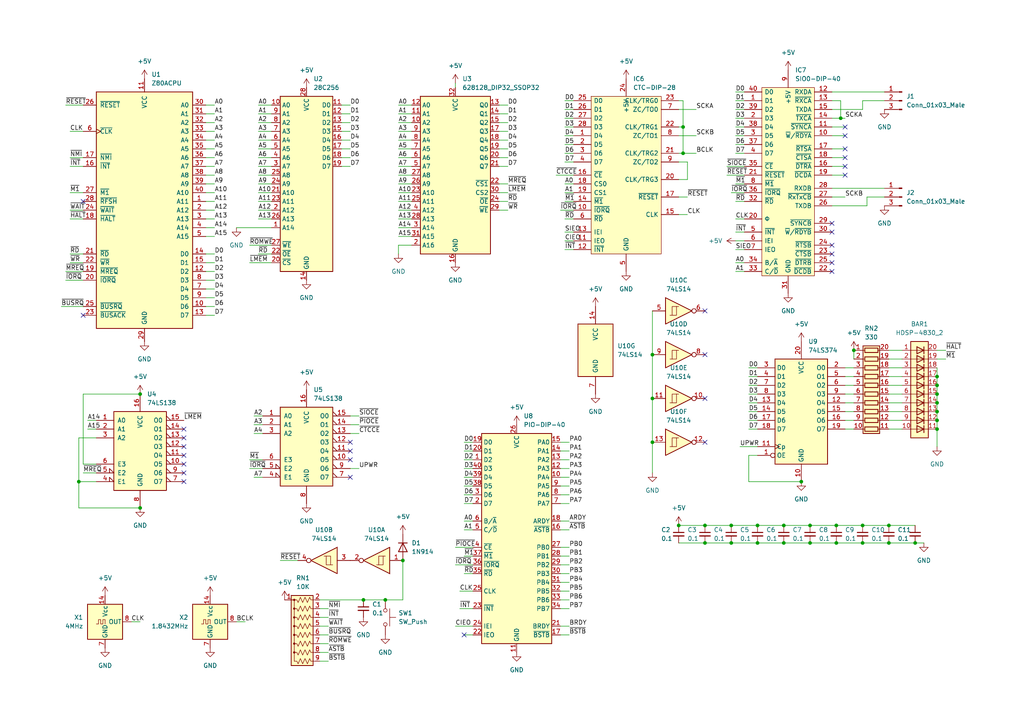
<source format=kicad_sch>
(kicad_sch (version 20211123) (generator eeschema)

  (uuid c9451818-1736-41ef-b256-87c1ea10c36b)

  (paper "A4")

  (lib_symbols
    (symbol "74xx:74LS138" (pin_names (offset 1.016)) (in_bom yes) (on_board yes)
      (property "Reference" "U" (id 0) (at -7.62 11.43 0)
        (effects (font (size 1.27 1.27)))
      )
      (property "Value" "74LS138" (id 1) (at -7.62 -13.97 0)
        (effects (font (size 1.27 1.27)))
      )
      (property "Footprint" "" (id 2) (at 0 0 0)
        (effects (font (size 1.27 1.27)) hide)
      )
      (property "Datasheet" "http://www.ti.com/lit/gpn/sn74LS138" (id 3) (at 0 0 0)
        (effects (font (size 1.27 1.27)) hide)
      )
      (property "ki_locked" "" (id 4) (at 0 0 0)
        (effects (font (size 1.27 1.27)))
      )
      (property "ki_keywords" "TTL DECOD DECOD8" (id 5) (at 0 0 0)
        (effects (font (size 1.27 1.27)) hide)
      )
      (property "ki_description" "Decoder 3 to 8 active low outputs" (id 6) (at 0 0 0)
        (effects (font (size 1.27 1.27)) hide)
      )
      (property "ki_fp_filters" "DIP?16*" (id 7) (at 0 0 0)
        (effects (font (size 1.27 1.27)) hide)
      )
      (symbol "74LS138_1_0"
        (pin input line (at -12.7 7.62 0) (length 5.08)
          (name "A0" (effects (font (size 1.27 1.27))))
          (number "1" (effects (font (size 1.27 1.27))))
        )
        (pin output output_low (at 12.7 -5.08 180) (length 5.08)
          (name "O5" (effects (font (size 1.27 1.27))))
          (number "10" (effects (font (size 1.27 1.27))))
        )
        (pin output output_low (at 12.7 -2.54 180) (length 5.08)
          (name "O4" (effects (font (size 1.27 1.27))))
          (number "11" (effects (font (size 1.27 1.27))))
        )
        (pin output output_low (at 12.7 0 180) (length 5.08)
          (name "O3" (effects (font (size 1.27 1.27))))
          (number "12" (effects (font (size 1.27 1.27))))
        )
        (pin output output_low (at 12.7 2.54 180) (length 5.08)
          (name "O2" (effects (font (size 1.27 1.27))))
          (number "13" (effects (font (size 1.27 1.27))))
        )
        (pin output output_low (at 12.7 5.08 180) (length 5.08)
          (name "O1" (effects (font (size 1.27 1.27))))
          (number "14" (effects (font (size 1.27 1.27))))
        )
        (pin output output_low (at 12.7 7.62 180) (length 5.08)
          (name "O0" (effects (font (size 1.27 1.27))))
          (number "15" (effects (font (size 1.27 1.27))))
        )
        (pin power_in line (at 0 15.24 270) (length 5.08)
          (name "VCC" (effects (font (size 1.27 1.27))))
          (number "16" (effects (font (size 1.27 1.27))))
        )
        (pin input line (at -12.7 5.08 0) (length 5.08)
          (name "A1" (effects (font (size 1.27 1.27))))
          (number "2" (effects (font (size 1.27 1.27))))
        )
        (pin input line (at -12.7 2.54 0) (length 5.08)
          (name "A2" (effects (font (size 1.27 1.27))))
          (number "3" (effects (font (size 1.27 1.27))))
        )
        (pin input input_low (at -12.7 -10.16 0) (length 5.08)
          (name "E1" (effects (font (size 1.27 1.27))))
          (number "4" (effects (font (size 1.27 1.27))))
        )
        (pin input input_low (at -12.7 -7.62 0) (length 5.08)
          (name "E2" (effects (font (size 1.27 1.27))))
          (number "5" (effects (font (size 1.27 1.27))))
        )
        (pin input line (at -12.7 -5.08 0) (length 5.08)
          (name "E3" (effects (font (size 1.27 1.27))))
          (number "6" (effects (font (size 1.27 1.27))))
        )
        (pin output output_low (at 12.7 -10.16 180) (length 5.08)
          (name "O7" (effects (font (size 1.27 1.27))))
          (number "7" (effects (font (size 1.27 1.27))))
        )
        (pin power_in line (at 0 -17.78 90) (length 5.08)
          (name "GND" (effects (font (size 1.27 1.27))))
          (number "8" (effects (font (size 1.27 1.27))))
        )
        (pin output output_low (at 12.7 -7.62 180) (length 5.08)
          (name "O6" (effects (font (size 1.27 1.27))))
          (number "9" (effects (font (size 1.27 1.27))))
        )
      )
      (symbol "74LS138_1_1"
        (rectangle (start -7.62 10.16) (end 7.62 -12.7)
          (stroke (width 0.254) (type default) (color 0 0 0 0))
          (fill (type background))
        )
      )
    )
    (symbol "74xx:74LS14" (pin_names (offset 1.016)) (in_bom yes) (on_board yes)
      (property "Reference" "U" (id 0) (at 0 1.27 0)
        (effects (font (size 1.27 1.27)))
      )
      (property "Value" "74LS14" (id 1) (at 0 -1.27 0)
        (effects (font (size 1.27 1.27)))
      )
      (property "Footprint" "" (id 2) (at 0 0 0)
        (effects (font (size 1.27 1.27)) hide)
      )
      (property "Datasheet" "http://www.ti.com/lit/gpn/sn74LS14" (id 3) (at 0 0 0)
        (effects (font (size 1.27 1.27)) hide)
      )
      (property "ki_locked" "" (id 4) (at 0 0 0)
        (effects (font (size 1.27 1.27)))
      )
      (property "ki_keywords" "TTL not inverter" (id 5) (at 0 0 0)
        (effects (font (size 1.27 1.27)) hide)
      )
      (property "ki_description" "Hex inverter schmitt trigger" (id 6) (at 0 0 0)
        (effects (font (size 1.27 1.27)) hide)
      )
      (property "ki_fp_filters" "DIP*W7.62mm*" (id 7) (at 0 0 0)
        (effects (font (size 1.27 1.27)) hide)
      )
      (symbol "74LS14_1_0"
        (polyline
          (pts
            (xy -3.81 3.81)
            (xy -3.81 -3.81)
            (xy 3.81 0)
            (xy -3.81 3.81)
          )
          (stroke (width 0.254) (type default) (color 0 0 0 0))
          (fill (type background))
        )
        (pin input line (at -7.62 0 0) (length 3.81)
          (name "~" (effects (font (size 1.27 1.27))))
          (number "1" (effects (font (size 1.27 1.27))))
        )
        (pin output inverted (at 7.62 0 180) (length 3.81)
          (name "~" (effects (font (size 1.27 1.27))))
          (number "2" (effects (font (size 1.27 1.27))))
        )
      )
      (symbol "74LS14_1_1"
        (polyline
          (pts
            (xy -1.905 -1.27)
            (xy -1.905 1.27)
            (xy -0.635 1.27)
          )
          (stroke (width 0) (type default) (color 0 0 0 0))
          (fill (type none))
        )
        (polyline
          (pts
            (xy -2.54 -1.27)
            (xy -0.635 -1.27)
            (xy -0.635 1.27)
            (xy 0 1.27)
          )
          (stroke (width 0) (type default) (color 0 0 0 0))
          (fill (type none))
        )
      )
      (symbol "74LS14_2_0"
        (polyline
          (pts
            (xy -3.81 3.81)
            (xy -3.81 -3.81)
            (xy 3.81 0)
            (xy -3.81 3.81)
          )
          (stroke (width 0.254) (type default) (color 0 0 0 0))
          (fill (type background))
        )
        (pin input line (at -7.62 0 0) (length 3.81)
          (name "~" (effects (font (size 1.27 1.27))))
          (number "3" (effects (font (size 1.27 1.27))))
        )
        (pin output inverted (at 7.62 0 180) (length 3.81)
          (name "~" (effects (font (size 1.27 1.27))))
          (number "4" (effects (font (size 1.27 1.27))))
        )
      )
      (symbol "74LS14_2_1"
        (polyline
          (pts
            (xy -1.905 -1.27)
            (xy -1.905 1.27)
            (xy -0.635 1.27)
          )
          (stroke (width 0) (type default) (color 0 0 0 0))
          (fill (type none))
        )
        (polyline
          (pts
            (xy -2.54 -1.27)
            (xy -0.635 -1.27)
            (xy -0.635 1.27)
            (xy 0 1.27)
          )
          (stroke (width 0) (type default) (color 0 0 0 0))
          (fill (type none))
        )
      )
      (symbol "74LS14_3_0"
        (polyline
          (pts
            (xy -3.81 3.81)
            (xy -3.81 -3.81)
            (xy 3.81 0)
            (xy -3.81 3.81)
          )
          (stroke (width 0.254) (type default) (color 0 0 0 0))
          (fill (type background))
        )
        (pin input line (at -7.62 0 0) (length 3.81)
          (name "~" (effects (font (size 1.27 1.27))))
          (number "5" (effects (font (size 1.27 1.27))))
        )
        (pin output inverted (at 7.62 0 180) (length 3.81)
          (name "~" (effects (font (size 1.27 1.27))))
          (number "6" (effects (font (size 1.27 1.27))))
        )
      )
      (symbol "74LS14_3_1"
        (polyline
          (pts
            (xy -1.905 -1.27)
            (xy -1.905 1.27)
            (xy -0.635 1.27)
          )
          (stroke (width 0) (type default) (color 0 0 0 0))
          (fill (type none))
        )
        (polyline
          (pts
            (xy -2.54 -1.27)
            (xy -0.635 -1.27)
            (xy -0.635 1.27)
            (xy 0 1.27)
          )
          (stroke (width 0) (type default) (color 0 0 0 0))
          (fill (type none))
        )
      )
      (symbol "74LS14_4_0"
        (polyline
          (pts
            (xy -3.81 3.81)
            (xy -3.81 -3.81)
            (xy 3.81 0)
            (xy -3.81 3.81)
          )
          (stroke (width 0.254) (type default) (color 0 0 0 0))
          (fill (type background))
        )
        (pin output inverted (at 7.62 0 180) (length 3.81)
          (name "~" (effects (font (size 1.27 1.27))))
          (number "8" (effects (font (size 1.27 1.27))))
        )
        (pin input line (at -7.62 0 0) (length 3.81)
          (name "~" (effects (font (size 1.27 1.27))))
          (number "9" (effects (font (size 1.27 1.27))))
        )
      )
      (symbol "74LS14_4_1"
        (polyline
          (pts
            (xy -1.905 -1.27)
            (xy -1.905 1.27)
            (xy -0.635 1.27)
          )
          (stroke (width 0) (type default) (color 0 0 0 0))
          (fill (type none))
        )
        (polyline
          (pts
            (xy -2.54 -1.27)
            (xy -0.635 -1.27)
            (xy -0.635 1.27)
            (xy 0 1.27)
          )
          (stroke (width 0) (type default) (color 0 0 0 0))
          (fill (type none))
        )
      )
      (symbol "74LS14_5_0"
        (polyline
          (pts
            (xy -3.81 3.81)
            (xy -3.81 -3.81)
            (xy 3.81 0)
            (xy -3.81 3.81)
          )
          (stroke (width 0.254) (type default) (color 0 0 0 0))
          (fill (type background))
        )
        (pin output inverted (at 7.62 0 180) (length 3.81)
          (name "~" (effects (font (size 1.27 1.27))))
          (number "10" (effects (font (size 1.27 1.27))))
        )
        (pin input line (at -7.62 0 0) (length 3.81)
          (name "~" (effects (font (size 1.27 1.27))))
          (number "11" (effects (font (size 1.27 1.27))))
        )
      )
      (symbol "74LS14_5_1"
        (polyline
          (pts
            (xy -1.905 -1.27)
            (xy -1.905 1.27)
            (xy -0.635 1.27)
          )
          (stroke (width 0) (type default) (color 0 0 0 0))
          (fill (type none))
        )
        (polyline
          (pts
            (xy -2.54 -1.27)
            (xy -0.635 -1.27)
            (xy -0.635 1.27)
            (xy 0 1.27)
          )
          (stroke (width 0) (type default) (color 0 0 0 0))
          (fill (type none))
        )
      )
      (symbol "74LS14_6_0"
        (polyline
          (pts
            (xy -3.81 3.81)
            (xy -3.81 -3.81)
            (xy 3.81 0)
            (xy -3.81 3.81)
          )
          (stroke (width 0.254) (type default) (color 0 0 0 0))
          (fill (type background))
        )
        (pin output inverted (at 7.62 0 180) (length 3.81)
          (name "~" (effects (font (size 1.27 1.27))))
          (number "12" (effects (font (size 1.27 1.27))))
        )
        (pin input line (at -7.62 0 0) (length 3.81)
          (name "~" (effects (font (size 1.27 1.27))))
          (number "13" (effects (font (size 1.27 1.27))))
        )
      )
      (symbol "74LS14_6_1"
        (polyline
          (pts
            (xy -1.905 -1.27)
            (xy -1.905 1.27)
            (xy -0.635 1.27)
          )
          (stroke (width 0) (type default) (color 0 0 0 0))
          (fill (type none))
        )
        (polyline
          (pts
            (xy -2.54 -1.27)
            (xy -0.635 -1.27)
            (xy -0.635 1.27)
            (xy 0 1.27)
          )
          (stroke (width 0) (type default) (color 0 0 0 0))
          (fill (type none))
        )
      )
      (symbol "74LS14_7_0"
        (pin power_in line (at 0 12.7 270) (length 5.08)
          (name "VCC" (effects (font (size 1.27 1.27))))
          (number "14" (effects (font (size 1.27 1.27))))
        )
        (pin power_in line (at 0 -12.7 90) (length 5.08)
          (name "GND" (effects (font (size 1.27 1.27))))
          (number "7" (effects (font (size 1.27 1.27))))
        )
      )
      (symbol "74LS14_7_1"
        (rectangle (start -5.08 7.62) (end 5.08 -7.62)
          (stroke (width 0.254) (type default) (color 0 0 0 0))
          (fill (type background))
        )
      )
    )
    (symbol "74xx:74LS374" (in_bom yes) (on_board yes)
      (property "Reference" "U" (id 0) (at -7.62 16.51 0)
        (effects (font (size 1.27 1.27)))
      )
      (property "Value" "74LS374" (id 1) (at -7.62 -16.51 0)
        (effects (font (size 1.27 1.27)))
      )
      (property "Footprint" "" (id 2) (at 0 0 0)
        (effects (font (size 1.27 1.27)) hide)
      )
      (property "Datasheet" "http://www.ti.com/lit/gpn/sn74LS374" (id 3) (at 0 0 0)
        (effects (font (size 1.27 1.27)) hide)
      )
      (property "ki_keywords" "TTL DFF DFF8 REG 3State" (id 4) (at 0 0 0)
        (effects (font (size 1.27 1.27)) hide)
      )
      (property "ki_description" "8-bit Register, 3-state outputs" (id 5) (at 0 0 0)
        (effects (font (size 1.27 1.27)) hide)
      )
      (property "ki_fp_filters" "DIP?20* SOIC?20* SO?20*" (id 6) (at 0 0 0)
        (effects (font (size 1.27 1.27)) hide)
      )
      (symbol "74LS374_1_0"
        (pin input inverted (at -12.7 -12.7 0) (length 5.08)
          (name "OE" (effects (font (size 1.27 1.27))))
          (number "1" (effects (font (size 1.27 1.27))))
        )
        (pin power_in line (at 0 -20.32 90) (length 5.08)
          (name "GND" (effects (font (size 1.27 1.27))))
          (number "10" (effects (font (size 1.27 1.27))))
        )
        (pin input clock (at -12.7 -10.16 0) (length 5.08)
          (name "Cp" (effects (font (size 1.27 1.27))))
          (number "11" (effects (font (size 1.27 1.27))))
        )
        (pin tri_state line (at 12.7 2.54 180) (length 5.08)
          (name "O4" (effects (font (size 1.27 1.27))))
          (number "12" (effects (font (size 1.27 1.27))))
        )
        (pin input line (at -12.7 2.54 0) (length 5.08)
          (name "D4" (effects (font (size 1.27 1.27))))
          (number "13" (effects (font (size 1.27 1.27))))
        )
        (pin input line (at -12.7 0 0) (length 5.08)
          (name "D5" (effects (font (size 1.27 1.27))))
          (number "14" (effects (font (size 1.27 1.27))))
        )
        (pin tri_state line (at 12.7 0 180) (length 5.08)
          (name "O5" (effects (font (size 1.27 1.27))))
          (number "15" (effects (font (size 1.27 1.27))))
        )
        (pin tri_state line (at 12.7 -2.54 180) (length 5.08)
          (name "O6" (effects (font (size 1.27 1.27))))
          (number "16" (effects (font (size 1.27 1.27))))
        )
        (pin input line (at -12.7 -2.54 0) (length 5.08)
          (name "D6" (effects (font (size 1.27 1.27))))
          (number "17" (effects (font (size 1.27 1.27))))
        )
        (pin input line (at -12.7 -5.08 0) (length 5.08)
          (name "D7" (effects (font (size 1.27 1.27))))
          (number "18" (effects (font (size 1.27 1.27))))
        )
        (pin tri_state line (at 12.7 -5.08 180) (length 5.08)
          (name "O7" (effects (font (size 1.27 1.27))))
          (number "19" (effects (font (size 1.27 1.27))))
        )
        (pin tri_state line (at 12.7 12.7 180) (length 5.08)
          (name "O0" (effects (font (size 1.27 1.27))))
          (number "2" (effects (font (size 1.27 1.27))))
        )
        (pin power_in line (at 0 20.32 270) (length 5.08)
          (name "VCC" (effects (font (size 1.27 1.27))))
          (number "20" (effects (font (size 1.27 1.27))))
        )
        (pin input line (at -12.7 12.7 0) (length 5.08)
          (name "D0" (effects (font (size 1.27 1.27))))
          (number "3" (effects (font (size 1.27 1.27))))
        )
        (pin input line (at -12.7 10.16 0) (length 5.08)
          (name "D1" (effects (font (size 1.27 1.27))))
          (number "4" (effects (font (size 1.27 1.27))))
        )
        (pin tri_state line (at 12.7 10.16 180) (length 5.08)
          (name "O1" (effects (font (size 1.27 1.27))))
          (number "5" (effects (font (size 1.27 1.27))))
        )
        (pin tri_state line (at 12.7 7.62 180) (length 5.08)
          (name "O2" (effects (font (size 1.27 1.27))))
          (number "6" (effects (font (size 1.27 1.27))))
        )
        (pin input line (at -12.7 7.62 0) (length 5.08)
          (name "D2" (effects (font (size 1.27 1.27))))
          (number "7" (effects (font (size 1.27 1.27))))
        )
        (pin input line (at -12.7 5.08 0) (length 5.08)
          (name "D3" (effects (font (size 1.27 1.27))))
          (number "8" (effects (font (size 1.27 1.27))))
        )
        (pin tri_state line (at 12.7 5.08 180) (length 5.08)
          (name "O3" (effects (font (size 1.27 1.27))))
          (number "9" (effects (font (size 1.27 1.27))))
        )
      )
      (symbol "74LS374_1_1"
        (rectangle (start -7.62 15.24) (end 7.62 -15.24)
          (stroke (width 0.254) (type default) (color 0 0 0 0))
          (fill (type background))
        )
      )
    )
    (symbol "CPU:Z80CPU" (pin_names (offset 1.016)) (in_bom yes) (on_board yes)
      (property "Reference" "U" (id 0) (at -13.97 35.56 0)
        (effects (font (size 1.27 1.27)) (justify left))
      )
      (property "Value" "Z80CPU" (id 1) (at 6.35 35.56 0)
        (effects (font (size 1.27 1.27)) (justify left))
      )
      (property "Footprint" "" (id 2) (at 0 10.16 0)
        (effects (font (size 1.27 1.27)) hide)
      )
      (property "Datasheet" "www.zilog.com/manage_directlink.php?filepath=docs/z80/um0080" (id 3) (at 0 10.16 0)
        (effects (font (size 1.27 1.27)) hide)
      )
      (property "ki_keywords" "Z80 CPU uP" (id 4) (at 0 0 0)
        (effects (font (size 1.27 1.27)) hide)
      )
      (property "ki_description" "8-bit General Purpose Microprocessor, DIP-40" (id 5) (at 0 0 0)
        (effects (font (size 1.27 1.27)) hide)
      )
      (property "ki_fp_filters" "DIP* PDIP*" (id 6) (at 0 0 0)
        (effects (font (size 1.27 1.27)) hide)
      )
      (symbol "Z80CPU_0_1"
        (rectangle (start -13.97 34.29) (end 13.97 -34.29)
          (stroke (width 0.254) (type default) (color 0 0 0 0))
          (fill (type background))
        )
      )
      (symbol "Z80CPU_1_1"
        (pin output line (at 17.78 2.54 180) (length 3.81)
          (name "A11" (effects (font (size 1.27 1.27))))
          (number "1" (effects (font (size 1.27 1.27))))
        )
        (pin bidirectional line (at 17.78 -27.94 180) (length 3.81)
          (name "D6" (effects (font (size 1.27 1.27))))
          (number "10" (effects (font (size 1.27 1.27))))
        )
        (pin power_in line (at 0 38.1 270) (length 3.81)
          (name "VCC" (effects (font (size 1.27 1.27))))
          (number "11" (effects (font (size 1.27 1.27))))
        )
        (pin bidirectional line (at 17.78 -17.78 180) (length 3.81)
          (name "D2" (effects (font (size 1.27 1.27))))
          (number "12" (effects (font (size 1.27 1.27))))
        )
        (pin bidirectional line (at 17.78 -30.48 180) (length 3.81)
          (name "D7" (effects (font (size 1.27 1.27))))
          (number "13" (effects (font (size 1.27 1.27))))
        )
        (pin bidirectional line (at 17.78 -12.7 180) (length 3.81)
          (name "D0" (effects (font (size 1.27 1.27))))
          (number "14" (effects (font (size 1.27 1.27))))
        )
        (pin bidirectional line (at 17.78 -15.24 180) (length 3.81)
          (name "D1" (effects (font (size 1.27 1.27))))
          (number "15" (effects (font (size 1.27 1.27))))
        )
        (pin input line (at -17.78 12.7 0) (length 3.81)
          (name "~{INT}" (effects (font (size 1.27 1.27))))
          (number "16" (effects (font (size 1.27 1.27))))
        )
        (pin input line (at -17.78 15.24 0) (length 3.81)
          (name "~{NMI}" (effects (font (size 1.27 1.27))))
          (number "17" (effects (font (size 1.27 1.27))))
        )
        (pin output line (at -17.78 -2.54 0) (length 3.81)
          (name "~{HALT}" (effects (font (size 1.27 1.27))))
          (number "18" (effects (font (size 1.27 1.27))))
        )
        (pin output line (at -17.78 -17.78 0) (length 3.81)
          (name "~{MREQ}" (effects (font (size 1.27 1.27))))
          (number "19" (effects (font (size 1.27 1.27))))
        )
        (pin output line (at 17.78 0 180) (length 3.81)
          (name "A12" (effects (font (size 1.27 1.27))))
          (number "2" (effects (font (size 1.27 1.27))))
        )
        (pin output line (at -17.78 -20.32 0) (length 3.81)
          (name "~{IORQ}" (effects (font (size 1.27 1.27))))
          (number "20" (effects (font (size 1.27 1.27))))
        )
        (pin output line (at -17.78 -12.7 0) (length 3.81)
          (name "~{RD}" (effects (font (size 1.27 1.27))))
          (number "21" (effects (font (size 1.27 1.27))))
        )
        (pin output line (at -17.78 -15.24 0) (length 3.81)
          (name "~{WR}" (effects (font (size 1.27 1.27))))
          (number "22" (effects (font (size 1.27 1.27))))
        )
        (pin output line (at -17.78 -30.48 0) (length 3.81)
          (name "~{BUSACK}" (effects (font (size 1.27 1.27))))
          (number "23" (effects (font (size 1.27 1.27))))
        )
        (pin input line (at -17.78 0 0) (length 3.81)
          (name "~{WAIT}" (effects (font (size 1.27 1.27))))
          (number "24" (effects (font (size 1.27 1.27))))
        )
        (pin input line (at -17.78 -27.94 0) (length 3.81)
          (name "~{BUSRQ}" (effects (font (size 1.27 1.27))))
          (number "25" (effects (font (size 1.27 1.27))))
        )
        (pin input line (at -17.78 30.48 0) (length 3.81)
          (name "~{RESET}" (effects (font (size 1.27 1.27))))
          (number "26" (effects (font (size 1.27 1.27))))
        )
        (pin output line (at -17.78 5.08 0) (length 3.81)
          (name "~{M1}" (effects (font (size 1.27 1.27))))
          (number "27" (effects (font (size 1.27 1.27))))
        )
        (pin output line (at -17.78 2.54 0) (length 3.81)
          (name "~{RFSH}" (effects (font (size 1.27 1.27))))
          (number "28" (effects (font (size 1.27 1.27))))
        )
        (pin power_in line (at 0 -38.1 90) (length 3.81)
          (name "GND" (effects (font (size 1.27 1.27))))
          (number "29" (effects (font (size 1.27 1.27))))
        )
        (pin output line (at 17.78 -2.54 180) (length 3.81)
          (name "A13" (effects (font (size 1.27 1.27))))
          (number "3" (effects (font (size 1.27 1.27))))
        )
        (pin output line (at 17.78 30.48 180) (length 3.81)
          (name "A0" (effects (font (size 1.27 1.27))))
          (number "30" (effects (font (size 1.27 1.27))))
        )
        (pin output line (at 17.78 27.94 180) (length 3.81)
          (name "A1" (effects (font (size 1.27 1.27))))
          (number "31" (effects (font (size 1.27 1.27))))
        )
        (pin output line (at 17.78 25.4 180) (length 3.81)
          (name "A2" (effects (font (size 1.27 1.27))))
          (number "32" (effects (font (size 1.27 1.27))))
        )
        (pin output line (at 17.78 22.86 180) (length 3.81)
          (name "A3" (effects (font (size 1.27 1.27))))
          (number "33" (effects (font (size 1.27 1.27))))
        )
        (pin output line (at 17.78 20.32 180) (length 3.81)
          (name "A4" (effects (font (size 1.27 1.27))))
          (number "34" (effects (font (size 1.27 1.27))))
        )
        (pin output line (at 17.78 17.78 180) (length 3.81)
          (name "A5" (effects (font (size 1.27 1.27))))
          (number "35" (effects (font (size 1.27 1.27))))
        )
        (pin output line (at 17.78 15.24 180) (length 3.81)
          (name "A6" (effects (font (size 1.27 1.27))))
          (number "36" (effects (font (size 1.27 1.27))))
        )
        (pin output line (at 17.78 12.7 180) (length 3.81)
          (name "A7" (effects (font (size 1.27 1.27))))
          (number "37" (effects (font (size 1.27 1.27))))
        )
        (pin output line (at 17.78 10.16 180) (length 3.81)
          (name "A8" (effects (font (size 1.27 1.27))))
          (number "38" (effects (font (size 1.27 1.27))))
        )
        (pin output line (at 17.78 7.62 180) (length 3.81)
          (name "A9" (effects (font (size 1.27 1.27))))
          (number "39" (effects (font (size 1.27 1.27))))
        )
        (pin output line (at 17.78 -5.08 180) (length 3.81)
          (name "A14" (effects (font (size 1.27 1.27))))
          (number "4" (effects (font (size 1.27 1.27))))
        )
        (pin output line (at 17.78 5.08 180) (length 3.81)
          (name "A10" (effects (font (size 1.27 1.27))))
          (number "40" (effects (font (size 1.27 1.27))))
        )
        (pin output line (at 17.78 -7.62 180) (length 3.81)
          (name "A15" (effects (font (size 1.27 1.27))))
          (number "5" (effects (font (size 1.27 1.27))))
        )
        (pin input clock (at -17.78 22.86 0) (length 3.81)
          (name "~{CLK}" (effects (font (size 1.27 1.27))))
          (number "6" (effects (font (size 1.27 1.27))))
        )
        (pin bidirectional line (at 17.78 -22.86 180) (length 3.81)
          (name "D4" (effects (font (size 1.27 1.27))))
          (number "7" (effects (font (size 1.27 1.27))))
        )
        (pin bidirectional line (at 17.78 -20.32 180) (length 3.81)
          (name "D3" (effects (font (size 1.27 1.27))))
          (number "8" (effects (font (size 1.27 1.27))))
        )
        (pin bidirectional line (at 17.78 -25.4 180) (length 3.81)
          (name "D5" (effects (font (size 1.27 1.27))))
          (number "9" (effects (font (size 1.27 1.27))))
        )
      )
    )
    (symbol "Connector:Conn_01x03_Male" (pin_names (offset 1.016) hide) (in_bom yes) (on_board yes)
      (property "Reference" "J" (id 0) (at 0 5.08 0)
        (effects (font (size 1.27 1.27)))
      )
      (property "Value" "Conn_01x03_Male" (id 1) (at 0 -5.08 0)
        (effects (font (size 1.27 1.27)))
      )
      (property "Footprint" "" (id 2) (at 0 0 0)
        (effects (font (size 1.27 1.27)) hide)
      )
      (property "Datasheet" "~" (id 3) (at 0 0 0)
        (effects (font (size 1.27 1.27)) hide)
      )
      (property "ki_keywords" "connector" (id 4) (at 0 0 0)
        (effects (font (size 1.27 1.27)) hide)
      )
      (property "ki_description" "Generic connector, single row, 01x03, script generated (kicad-library-utils/schlib/autogen/connector/)" (id 5) (at 0 0 0)
        (effects (font (size 1.27 1.27)) hide)
      )
      (property "ki_fp_filters" "Connector*:*_1x??_*" (id 6) (at 0 0 0)
        (effects (font (size 1.27 1.27)) hide)
      )
      (symbol "Conn_01x03_Male_1_1"
        (polyline
          (pts
            (xy 1.27 -2.54)
            (xy 0.8636 -2.54)
          )
          (stroke (width 0.1524) (type default) (color 0 0 0 0))
          (fill (type none))
        )
        (polyline
          (pts
            (xy 1.27 0)
            (xy 0.8636 0)
          )
          (stroke (width 0.1524) (type default) (color 0 0 0 0))
          (fill (type none))
        )
        (polyline
          (pts
            (xy 1.27 2.54)
            (xy 0.8636 2.54)
          )
          (stroke (width 0.1524) (type default) (color 0 0 0 0))
          (fill (type none))
        )
        (rectangle (start 0.8636 -2.413) (end 0 -2.667)
          (stroke (width 0.1524) (type default) (color 0 0 0 0))
          (fill (type outline))
        )
        (rectangle (start 0.8636 0.127) (end 0 -0.127)
          (stroke (width 0.1524) (type default) (color 0 0 0 0))
          (fill (type outline))
        )
        (rectangle (start 0.8636 2.667) (end 0 2.413)
          (stroke (width 0.1524) (type default) (color 0 0 0 0))
          (fill (type outline))
        )
        (pin passive line (at 5.08 2.54 180) (length 3.81)
          (name "Pin_1" (effects (font (size 1.27 1.27))))
          (number "1" (effects (font (size 1.27 1.27))))
        )
        (pin passive line (at 5.08 0 180) (length 3.81)
          (name "Pin_2" (effects (font (size 1.27 1.27))))
          (number "2" (effects (font (size 1.27 1.27))))
        )
        (pin passive line (at 5.08 -2.54 180) (length 3.81)
          (name "Pin_3" (effects (font (size 1.27 1.27))))
          (number "3" (effects (font (size 1.27 1.27))))
        )
      )
    )
    (symbol "Device:C_Small" (pin_numbers hide) (pin_names (offset 0.254) hide) (in_bom yes) (on_board yes)
      (property "Reference" "C" (id 0) (at 0.254 1.778 0)
        (effects (font (size 1.27 1.27)) (justify left))
      )
      (property "Value" "C_Small" (id 1) (at 0.254 -2.032 0)
        (effects (font (size 1.27 1.27)) (justify left))
      )
      (property "Footprint" "" (id 2) (at 0 0 0)
        (effects (font (size 1.27 1.27)) hide)
      )
      (property "Datasheet" "~" (id 3) (at 0 0 0)
        (effects (font (size 1.27 1.27)) hide)
      )
      (property "ki_keywords" "capacitor cap" (id 4) (at 0 0 0)
        (effects (font (size 1.27 1.27)) hide)
      )
      (property "ki_description" "Unpolarized capacitor, small symbol" (id 5) (at 0 0 0)
        (effects (font (size 1.27 1.27)) hide)
      )
      (property "ki_fp_filters" "C_*" (id 6) (at 0 0 0)
        (effects (font (size 1.27 1.27)) hide)
      )
      (symbol "C_Small_0_1"
        (polyline
          (pts
            (xy -1.524 -0.508)
            (xy 1.524 -0.508)
          )
          (stroke (width 0.3302) (type default) (color 0 0 0 0))
          (fill (type none))
        )
        (polyline
          (pts
            (xy -1.524 0.508)
            (xy 1.524 0.508)
          )
          (stroke (width 0.3048) (type default) (color 0 0 0 0))
          (fill (type none))
        )
      )
      (symbol "C_Small_1_1"
        (pin passive line (at 0 2.54 270) (length 2.032)
          (name "~" (effects (font (size 1.27 1.27))))
          (number "1" (effects (font (size 1.27 1.27))))
        )
        (pin passive line (at 0 -2.54 90) (length 2.032)
          (name "~" (effects (font (size 1.27 1.27))))
          (number "2" (effects (font (size 1.27 1.27))))
        )
      )
    )
    (symbol "Device:R_Network08_US" (pin_names (offset 0) hide) (in_bom yes) (on_board yes)
      (property "Reference" "RN" (id 0) (at -12.7 0 90)
        (effects (font (size 1.27 1.27)))
      )
      (property "Value" "R_Network08_US" (id 1) (at 10.16 0 90)
        (effects (font (size 1.27 1.27)))
      )
      (property "Footprint" "Resistor_THT:R_Array_SIP9" (id 2) (at 12.065 0 90)
        (effects (font (size 1.27 1.27)) hide)
      )
      (property "Datasheet" "http://www.vishay.com/docs/31509/csc.pdf" (id 3) (at 0 0 0)
        (effects (font (size 1.27 1.27)) hide)
      )
      (property "ki_keywords" "R network star-topology" (id 4) (at 0 0 0)
        (effects (font (size 1.27 1.27)) hide)
      )
      (property "ki_description" "8 resistor network, star topology, bussed resistors, small US symbol" (id 5) (at 0 0 0)
        (effects (font (size 1.27 1.27)) hide)
      )
      (property "ki_fp_filters" "R?Array?SIP*" (id 6) (at 0 0 0)
        (effects (font (size 1.27 1.27)) hide)
      )
      (symbol "R_Network08_US_0_1"
        (rectangle (start -11.43 -3.175) (end 8.89 3.175)
          (stroke (width 0.254) (type default) (color 0 0 0 0))
          (fill (type background))
        )
        (circle (center -10.16 2.286) (radius 0.254)
          (stroke (width 0) (type default) (color 0 0 0 0))
          (fill (type outline))
        )
        (circle (center -7.62 2.286) (radius 0.254)
          (stroke (width 0) (type default) (color 0 0 0 0))
          (fill (type outline))
        )
        (circle (center -5.08 2.286) (radius 0.254)
          (stroke (width 0) (type default) (color 0 0 0 0))
          (fill (type outline))
        )
        (circle (center -2.54 2.286) (radius 0.254)
          (stroke (width 0) (type default) (color 0 0 0 0))
          (fill (type outline))
        )
        (polyline
          (pts
            (xy -10.16 2.286)
            (xy 7.62 2.286)
          )
          (stroke (width 0) (type default) (color 0 0 0 0))
          (fill (type none))
        )
        (polyline
          (pts
            (xy -10.16 2.286)
            (xy -10.16 1.524)
            (xy -9.398 1.1684)
            (xy -10.922 0.508)
            (xy -9.398 -0.1524)
            (xy -10.922 -0.8382)
            (xy -9.398 -1.524)
            (xy -10.922 -2.1844)
            (xy -10.16 -2.54)
            (xy -10.16 -3.81)
          )
          (stroke (width 0) (type default) (color 0 0 0 0))
          (fill (type none))
        )
        (polyline
          (pts
            (xy -7.62 2.286)
            (xy -7.62 1.524)
            (xy -6.858 1.1684)
            (xy -8.382 0.508)
            (xy -6.858 -0.1524)
            (xy -8.382 -0.8382)
            (xy -6.858 -1.524)
            (xy -8.382 -2.1844)
            (xy -7.62 -2.54)
            (xy -7.62 -3.81)
          )
          (stroke (width 0) (type default) (color 0 0 0 0))
          (fill (type none))
        )
        (polyline
          (pts
            (xy -5.08 2.286)
            (xy -5.08 1.524)
            (xy -4.318 1.1684)
            (xy -5.842 0.508)
            (xy -4.318 -0.1524)
            (xy -5.842 -0.8382)
            (xy -4.318 -1.524)
            (xy -5.842 -2.1844)
            (xy -5.08 -2.54)
            (xy -5.08 -3.81)
          )
          (stroke (width 0) (type default) (color 0 0 0 0))
          (fill (type none))
        )
        (polyline
          (pts
            (xy -2.54 2.286)
            (xy -2.54 1.524)
            (xy -1.778 1.1684)
            (xy -3.302 0.508)
            (xy -1.778 -0.1524)
            (xy -3.302 -0.8382)
            (xy -1.778 -1.524)
            (xy -3.302 -2.1844)
            (xy -2.54 -2.54)
            (xy -2.54 -3.81)
          )
          (stroke (width 0) (type default) (color 0 0 0 0))
          (fill (type none))
        )
        (polyline
          (pts
            (xy 0 2.286)
            (xy 0 1.524)
            (xy 0.762 1.1684)
            (xy -0.762 0.508)
            (xy 0.762 -0.1524)
            (xy -0.762 -0.8382)
            (xy 0.762 -1.524)
            (xy -0.762 -2.1844)
            (xy 0 -2.54)
            (xy 0 -3.81)
          )
          (stroke (width 0) (type default) (color 0 0 0 0))
          (fill (type none))
        )
        (polyline
          (pts
            (xy 2.54 2.286)
            (xy 2.54 1.524)
            (xy 3.302 1.1684)
            (xy 1.778 0.508)
            (xy 3.302 -0.1524)
            (xy 1.778 -0.8382)
            (xy 3.302 -1.524)
            (xy 1.778 -2.1844)
            (xy 2.54 -2.54)
            (xy 2.54 -3.81)
          )
          (stroke (width 0) (type default) (color 0 0 0 0))
          (fill (type none))
        )
        (polyline
          (pts
            (xy 5.08 2.286)
            (xy 5.08 1.524)
            (xy 5.842 1.1684)
            (xy 4.318 0.508)
            (xy 5.842 -0.1524)
            (xy 4.318 -0.8382)
            (xy 5.842 -1.524)
            (xy 4.318 -2.1844)
            (xy 5.08 -2.54)
            (xy 5.08 -3.81)
          )
          (stroke (width 0) (type default) (color 0 0 0 0))
          (fill (type none))
        )
        (polyline
          (pts
            (xy 7.62 2.286)
            (xy 7.62 1.524)
            (xy 8.382 1.1684)
            (xy 6.858 0.508)
            (xy 8.382 -0.1524)
            (xy 6.858 -0.8382)
            (xy 8.382 -1.524)
            (xy 6.858 -2.1844)
            (xy 7.62 -2.54)
            (xy 7.62 -3.81)
          )
          (stroke (width 0) (type default) (color 0 0 0 0))
          (fill (type none))
        )
        (circle (center 0 2.286) (radius 0.254)
          (stroke (width 0) (type default) (color 0 0 0 0))
          (fill (type outline))
        )
        (circle (center 2.54 2.286) (radius 0.254)
          (stroke (width 0) (type default) (color 0 0 0 0))
          (fill (type outline))
        )
        (circle (center 5.08 2.286) (radius 0.254)
          (stroke (width 0) (type default) (color 0 0 0 0))
          (fill (type outline))
        )
      )
      (symbol "R_Network08_US_1_1"
        (pin passive line (at -10.16 5.08 270) (length 2.54)
          (name "common" (effects (font (size 1.27 1.27))))
          (number "1" (effects (font (size 1.27 1.27))))
        )
        (pin passive line (at -10.16 -5.08 90) (length 1.27)
          (name "R1" (effects (font (size 1.27 1.27))))
          (number "2" (effects (font (size 1.27 1.27))))
        )
        (pin passive line (at -7.62 -5.08 90) (length 1.27)
          (name "R2" (effects (font (size 1.27 1.27))))
          (number "3" (effects (font (size 1.27 1.27))))
        )
        (pin passive line (at -5.08 -5.08 90) (length 1.27)
          (name "R3" (effects (font (size 1.27 1.27))))
          (number "4" (effects (font (size 1.27 1.27))))
        )
        (pin passive line (at -2.54 -5.08 90) (length 1.27)
          (name "R4" (effects (font (size 1.27 1.27))))
          (number "5" (effects (font (size 1.27 1.27))))
        )
        (pin passive line (at 0 -5.08 90) (length 1.27)
          (name "R5" (effects (font (size 1.27 1.27))))
          (number "6" (effects (font (size 1.27 1.27))))
        )
        (pin passive line (at 2.54 -5.08 90) (length 1.27)
          (name "R6" (effects (font (size 1.27 1.27))))
          (number "7" (effects (font (size 1.27 1.27))))
        )
        (pin passive line (at 5.08 -5.08 90) (length 1.27)
          (name "R7" (effects (font (size 1.27 1.27))))
          (number "8" (effects (font (size 1.27 1.27))))
        )
        (pin passive line (at 7.62 -5.08 90) (length 1.27)
          (name "R8" (effects (font (size 1.27 1.27))))
          (number "9" (effects (font (size 1.27 1.27))))
        )
      )
    )
    (symbol "Device:R_Pack10" (pin_names (offset 0) hide) (in_bom yes) (on_board yes)
      (property "Reference" "RN" (id 0) (at -15.24 0 90)
        (effects (font (size 1.27 1.27)))
      )
      (property "Value" "R_Pack10" (id 1) (at 12.7 0 90)
        (effects (font (size 1.27 1.27)))
      )
      (property "Footprint" "" (id 2) (at 14.605 0 90)
        (effects (font (size 1.27 1.27)) hide)
      )
      (property "Datasheet" "~" (id 3) (at 0 0 0)
        (effects (font (size 1.27 1.27)) hide)
      )
      (property "ki_keywords" "R network parallel topology isolated" (id 4) (at 0 0 0)
        (effects (font (size 1.27 1.27)) hide)
      )
      (property "ki_description" "10 resistor network, parallel topology" (id 5) (at 0 0 0)
        (effects (font (size 1.27 1.27)) hide)
      )
      (property "ki_fp_filters" "DIP* SOIC* R*Array*Concave* R*Array*Convex*" (id 6) (at 0 0 0)
        (effects (font (size 1.27 1.27)) hide)
      )
      (symbol "R_Pack10_0_1"
        (rectangle (start -13.97 -2.413) (end 11.43 2.413)
          (stroke (width 0.254) (type default) (color 0 0 0 0))
          (fill (type background))
        )
        (rectangle (start -13.335 1.905) (end -12.065 -1.905)
          (stroke (width 0.254) (type default) (color 0 0 0 0))
          (fill (type none))
        )
        (rectangle (start -10.795 1.905) (end -9.525 -1.905)
          (stroke (width 0.254) (type default) (color 0 0 0 0))
          (fill (type none))
        )
        (rectangle (start -8.255 1.905) (end -6.985 -1.905)
          (stroke (width 0.254) (type default) (color 0 0 0 0))
          (fill (type none))
        )
        (rectangle (start -5.715 1.905) (end -4.445 -1.905)
          (stroke (width 0.254) (type default) (color 0 0 0 0))
          (fill (type none))
        )
        (rectangle (start -3.175 1.905) (end -1.905 -1.905)
          (stroke (width 0.254) (type default) (color 0 0 0 0))
          (fill (type none))
        )
        (rectangle (start -0.635 1.905) (end 0.635 -1.905)
          (stroke (width 0.254) (type default) (color 0 0 0 0))
          (fill (type none))
        )
        (polyline
          (pts
            (xy -12.7 -2.54)
            (xy -12.7 -1.905)
          )
          (stroke (width 0) (type default) (color 0 0 0 0))
          (fill (type none))
        )
        (polyline
          (pts
            (xy -12.7 1.905)
            (xy -12.7 2.54)
          )
          (stroke (width 0) (type default) (color 0 0 0 0))
          (fill (type none))
        )
        (polyline
          (pts
            (xy -10.16 -2.54)
            (xy -10.16 -1.905)
          )
          (stroke (width 0) (type default) (color 0 0 0 0))
          (fill (type none))
        )
        (polyline
          (pts
            (xy -10.16 1.905)
            (xy -10.16 2.54)
          )
          (stroke (width 0) (type default) (color 0 0 0 0))
          (fill (type none))
        )
        (polyline
          (pts
            (xy -7.62 -2.54)
            (xy -7.62 -1.905)
          )
          (stroke (width 0) (type default) (color 0 0 0 0))
          (fill (type none))
        )
        (polyline
          (pts
            (xy -7.62 1.905)
            (xy -7.62 2.54)
          )
          (stroke (width 0) (type default) (color 0 0 0 0))
          (fill (type none))
        )
        (polyline
          (pts
            (xy -5.08 -2.54)
            (xy -5.08 -1.905)
          )
          (stroke (width 0) (type default) (color 0 0 0 0))
          (fill (type none))
        )
        (polyline
          (pts
            (xy -5.08 1.905)
            (xy -5.08 2.54)
          )
          (stroke (width 0) (type default) (color 0 0 0 0))
          (fill (type none))
        )
        (polyline
          (pts
            (xy -2.54 -2.54)
            (xy -2.54 -1.905)
          )
          (stroke (width 0) (type default) (color 0 0 0 0))
          (fill (type none))
        )
        (polyline
          (pts
            (xy -2.54 1.905)
            (xy -2.54 2.54)
          )
          (stroke (width 0) (type default) (color 0 0 0 0))
          (fill (type none))
        )
        (polyline
          (pts
            (xy 0 -2.54)
            (xy 0 -1.905)
          )
          (stroke (width 0) (type default) (color 0 0 0 0))
          (fill (type none))
        )
        (polyline
          (pts
            (xy 0 1.905)
            (xy 0 2.54)
          )
          (stroke (width 0) (type default) (color 0 0 0 0))
          (fill (type none))
        )
        (polyline
          (pts
            (xy 2.54 -2.54)
            (xy 2.54 -1.905)
          )
          (stroke (width 0) (type default) (color 0 0 0 0))
          (fill (type none))
        )
        (polyline
          (pts
            (xy 2.54 1.905)
            (xy 2.54 2.54)
          )
          (stroke (width 0) (type default) (color 0 0 0 0))
          (fill (type none))
        )
        (polyline
          (pts
            (xy 5.08 -2.54)
            (xy 5.08 -1.905)
          )
          (stroke (width 0) (type default) (color 0 0 0 0))
          (fill (type none))
        )
        (polyline
          (pts
            (xy 5.08 1.905)
            (xy 5.08 2.54)
          )
          (stroke (width 0) (type default) (color 0 0 0 0))
          (fill (type none))
        )
        (polyline
          (pts
            (xy 7.62 -2.54)
            (xy 7.62 -1.905)
          )
          (stroke (width 0) (type default) (color 0 0 0 0))
          (fill (type none))
        )
        (polyline
          (pts
            (xy 7.62 1.905)
            (xy 7.62 2.54)
          )
          (stroke (width 0) (type default) (color 0 0 0 0))
          (fill (type none))
        )
        (polyline
          (pts
            (xy 10.16 -2.54)
            (xy 10.16 -1.905)
          )
          (stroke (width 0) (type default) (color 0 0 0 0))
          (fill (type none))
        )
        (polyline
          (pts
            (xy 10.16 1.905)
            (xy 10.16 2.54)
          )
          (stroke (width 0) (type default) (color 0 0 0 0))
          (fill (type none))
        )
        (rectangle (start 1.905 1.905) (end 3.175 -1.905)
          (stroke (width 0.254) (type default) (color 0 0 0 0))
          (fill (type none))
        )
        (rectangle (start 4.445 1.905) (end 5.715 -1.905)
          (stroke (width 0.254) (type default) (color 0 0 0 0))
          (fill (type none))
        )
        (rectangle (start 6.985 1.905) (end 8.255 -1.905)
          (stroke (width 0.254) (type default) (color 0 0 0 0))
          (fill (type none))
        )
        (rectangle (start 9.525 1.905) (end 10.795 -1.905)
          (stroke (width 0.254) (type default) (color 0 0 0 0))
          (fill (type none))
        )
      )
      (symbol "R_Pack10_1_1"
        (pin passive line (at -12.7 -5.08 90) (length 2.54)
          (name "R1.1" (effects (font (size 1.27 1.27))))
          (number "1" (effects (font (size 1.27 1.27))))
        )
        (pin passive line (at 10.16 -5.08 90) (length 2.54)
          (name "R10.1" (effects (font (size 1.27 1.27))))
          (number "10" (effects (font (size 1.27 1.27))))
        )
        (pin passive line (at 10.16 5.08 270) (length 2.54)
          (name "R10.2" (effects (font (size 1.27 1.27))))
          (number "11" (effects (font (size 1.27 1.27))))
        )
        (pin passive line (at 7.62 5.08 270) (length 2.54)
          (name "R9.2" (effects (font (size 1.27 1.27))))
          (number "12" (effects (font (size 1.27 1.27))))
        )
        (pin passive line (at 5.08 5.08 270) (length 2.54)
          (name "R8.2" (effects (font (size 1.27 1.27))))
          (number "13" (effects (font (size 1.27 1.27))))
        )
        (pin passive line (at 2.54 5.08 270) (length 2.54)
          (name "R7.2" (effects (font (size 1.27 1.27))))
          (number "14" (effects (font (size 1.27 1.27))))
        )
        (pin passive line (at 0 5.08 270) (length 2.54)
          (name "R6.2" (effects (font (size 1.27 1.27))))
          (number "15" (effects (font (size 1.27 1.27))))
        )
        (pin passive line (at -2.54 5.08 270) (length 2.54)
          (name "R5.2" (effects (font (size 1.27 1.27))))
          (number "16" (effects (font (size 1.27 1.27))))
        )
        (pin passive line (at -5.08 5.08 270) (length 2.54)
          (name "R4.2" (effects (font (size 1.27 1.27))))
          (number "17" (effects (font (size 1.27 1.27))))
        )
        (pin passive line (at -7.62 5.08 270) (length 2.54)
          (name "R3.2" (effects (font (size 1.27 1.27))))
          (number "18" (effects (font (size 1.27 1.27))))
        )
        (pin passive line (at -10.16 5.08 270) (length 2.54)
          (name "R2.2" (effects (font (size 1.27 1.27))))
          (number "19" (effects (font (size 1.27 1.27))))
        )
        (pin passive line (at -10.16 -5.08 90) (length 2.54)
          (name "R2.1" (effects (font (size 1.27 1.27))))
          (number "2" (effects (font (size 1.27 1.27))))
        )
        (pin passive line (at -12.7 5.08 270) (length 2.54)
          (name "R1.2" (effects (font (size 1.27 1.27))))
          (number "20" (effects (font (size 1.27 1.27))))
        )
        (pin passive line (at -7.62 -5.08 90) (length 2.54)
          (name "R3.1" (effects (font (size 1.27 1.27))))
          (number "3" (effects (font (size 1.27 1.27))))
        )
        (pin passive line (at -5.08 -5.08 90) (length 2.54)
          (name "R4.1" (effects (font (size 1.27 1.27))))
          (number "4" (effects (font (size 1.27 1.27))))
        )
        (pin passive line (at -2.54 -5.08 90) (length 2.54)
          (name "R5.1" (effects (font (size 1.27 1.27))))
          (number "5" (effects (font (size 1.27 1.27))))
        )
        (pin passive line (at 0 -5.08 90) (length 2.54)
          (name "R6.1" (effects (font (size 1.27 1.27))))
          (number "6" (effects (font (size 1.27 1.27))))
        )
        (pin passive line (at 2.54 -5.08 90) (length 2.54)
          (name "R7.1" (effects (font (size 1.27 1.27))))
          (number "7" (effects (font (size 1.27 1.27))))
        )
        (pin passive line (at 5.08 -5.08 90) (length 2.54)
          (name "R8.1" (effects (font (size 1.27 1.27))))
          (number "8" (effects (font (size 1.27 1.27))))
        )
        (pin passive line (at 7.62 -5.08 90) (length 2.54)
          (name "R9.1" (effects (font (size 1.27 1.27))))
          (number "9" (effects (font (size 1.27 1.27))))
        )
      )
    )
    (symbol "Diode:1N914" (pin_numbers hide) (pin_names hide) (in_bom yes) (on_board yes)
      (property "Reference" "D" (id 0) (at 0 2.54 0)
        (effects (font (size 1.27 1.27)))
      )
      (property "Value" "1N914" (id 1) (at 0 -2.54 0)
        (effects (font (size 1.27 1.27)))
      )
      (property "Footprint" "Diode_THT:D_DO-35_SOD27_P7.62mm_Horizontal" (id 2) (at 0 -4.445 0)
        (effects (font (size 1.27 1.27)) hide)
      )
      (property "Datasheet" "http://www.vishay.com/docs/85622/1n914.pdf" (id 3) (at 0 0 0)
        (effects (font (size 1.27 1.27)) hide)
      )
      (property "ki_keywords" "diode" (id 4) (at 0 0 0)
        (effects (font (size 1.27 1.27)) hide)
      )
      (property "ki_description" "100V 0.3A Small Signal Fast Switching Diode, DO-35" (id 5) (at 0 0 0)
        (effects (font (size 1.27 1.27)) hide)
      )
      (property "ki_fp_filters" "D*DO?35*" (id 6) (at 0 0 0)
        (effects (font (size 1.27 1.27)) hide)
      )
      (symbol "1N914_0_1"
        (polyline
          (pts
            (xy -1.27 1.27)
            (xy -1.27 -1.27)
          )
          (stroke (width 0.254) (type default) (color 0 0 0 0))
          (fill (type none))
        )
        (polyline
          (pts
            (xy 1.27 0)
            (xy -1.27 0)
          )
          (stroke (width 0) (type default) (color 0 0 0 0))
          (fill (type none))
        )
        (polyline
          (pts
            (xy 1.27 1.27)
            (xy 1.27 -1.27)
            (xy -1.27 0)
            (xy 1.27 1.27)
          )
          (stroke (width 0.254) (type default) (color 0 0 0 0))
          (fill (type none))
        )
      )
      (symbol "1N914_1_1"
        (pin passive line (at -3.81 0 0) (length 2.54)
          (name "K" (effects (font (size 1.27 1.27))))
          (number "1" (effects (font (size 1.27 1.27))))
        )
        (pin passive line (at 3.81 0 180) (length 2.54)
          (name "A" (effects (font (size 1.27 1.27))))
          (number "2" (effects (font (size 1.27 1.27))))
        )
      )
    )
    (symbol "LED:HDSP-4830_2" (pin_names (offset 1.016) hide) (in_bom yes) (on_board yes)
      (property "Reference" "BAR" (id 0) (at 0 15.24 0)
        (effects (font (size 1.27 1.27)))
      )
      (property "Value" "HDSP-4830_2" (id 1) (at 0 -17.78 0)
        (effects (font (size 1.27 1.27)))
      )
      (property "Footprint" "Display:HDSP-4830" (id 2) (at 0 -20.32 0)
        (effects (font (size 1.27 1.27)) hide)
      )
      (property "Datasheet" "https://docs.broadcom.com/docs/AV02-1798EN" (id 3) (at -50.8 5.08 0)
        (effects (font (size 1.27 1.27)) hide)
      )
      (property "ki_keywords" "display LED array" (id 4) (at 0 0 0)
        (effects (font (size 1.27 1.27)) hide)
      )
      (property "ki_description" "BAR GRAPH 10 segment block, high efficiency red" (id 5) (at 0 0 0)
        (effects (font (size 1.27 1.27)) hide)
      )
      (property "ki_fp_filters" "HDSP?48*" (id 6) (at 0 0 0)
        (effects (font (size 1.27 1.27)) hide)
      )
      (symbol "HDSP-4830_2_0_1"
        (rectangle (start -2.54 12.7) (end 2.54 -15.24)
          (stroke (width 0.254) (type default) (color 0 0 0 0))
          (fill (type background))
        )
        (polyline
          (pts
            (xy -2.54 -12.7)
            (xy 2.54 -12.7)
          )
          (stroke (width 0) (type default) (color 0 0 0 0))
          (fill (type none))
        )
        (polyline
          (pts
            (xy -2.54 -10.16)
            (xy 2.54 -10.16)
          )
          (stroke (width 0) (type default) (color 0 0 0 0))
          (fill (type none))
        )
        (polyline
          (pts
            (xy -2.54 -7.62)
            (xy 2.54 -7.62)
          )
          (stroke (width 0) (type default) (color 0 0 0 0))
          (fill (type none))
        )
        (polyline
          (pts
            (xy -2.54 -5.08)
            (xy 2.54 -5.08)
          )
          (stroke (width 0) (type default) (color 0 0 0 0))
          (fill (type none))
        )
        (polyline
          (pts
            (xy -2.54 0)
            (xy 2.54 0)
          )
          (stroke (width 0) (type default) (color 0 0 0 0))
          (fill (type none))
        )
        (polyline
          (pts
            (xy -2.54 5.08)
            (xy 2.54 5.08)
          )
          (stroke (width 0) (type default) (color 0 0 0 0))
          (fill (type none))
        )
        (polyline
          (pts
            (xy -2.54 7.62)
            (xy 2.54 7.62)
          )
          (stroke (width 0) (type default) (color 0 0 0 0))
          (fill (type none))
        )
        (polyline
          (pts
            (xy -2.54 10.16)
            (xy 2.54 10.16)
          )
          (stroke (width 0) (type default) (color 0 0 0 0))
          (fill (type none))
        )
        (polyline
          (pts
            (xy 1.27 -11.684)
            (xy 1.27 -13.716)
          )
          (stroke (width 0.254) (type default) (color 0 0 0 0))
          (fill (type none))
        )
        (polyline
          (pts
            (xy 1.27 -9.144)
            (xy 1.27 -11.176)
          )
          (stroke (width 0.254) (type default) (color 0 0 0 0))
          (fill (type none))
        )
        (polyline
          (pts
            (xy 1.27 -6.604)
            (xy 1.27 -8.636)
          )
          (stroke (width 0.254) (type default) (color 0 0 0 0))
          (fill (type none))
        )
        (polyline
          (pts
            (xy 1.27 -4.064)
            (xy 1.27 -6.096)
          )
          (stroke (width 0.254) (type default) (color 0 0 0 0))
          (fill (type none))
        )
        (polyline
          (pts
            (xy 1.27 -1.524)
            (xy 1.27 -3.556)
          )
          (stroke (width 0.254) (type default) (color 0 0 0 0))
          (fill (type none))
        )
        (polyline
          (pts
            (xy 1.27 1.016)
            (xy 1.27 -1.016)
          )
          (stroke (width 0.254) (type default) (color 0 0 0 0))
          (fill (type none))
        )
        (polyline
          (pts
            (xy 1.27 3.556)
            (xy 1.27 1.524)
          )
          (stroke (width 0.254) (type default) (color 0 0 0 0))
          (fill (type none))
        )
        (polyline
          (pts
            (xy 1.27 6.096)
            (xy 1.27 4.064)
          )
          (stroke (width 0.254) (type default) (color 0 0 0 0))
          (fill (type none))
        )
        (polyline
          (pts
            (xy 1.27 8.636)
            (xy 1.27 6.604)
          )
          (stroke (width 0.254) (type default) (color 0 0 0 0))
          (fill (type none))
        )
        (polyline
          (pts
            (xy 1.27 11.176)
            (xy 1.27 9.144)
          )
          (stroke (width 0.254) (type default) (color 0 0 0 0))
          (fill (type none))
        )
        (polyline
          (pts
            (xy 2.54 -2.54)
            (xy -2.54 -2.54)
          )
          (stroke (width 0) (type default) (color 0 0 0 0))
          (fill (type none))
        )
        (polyline
          (pts
            (xy 2.54 2.54)
            (xy -2.54 2.54)
          )
          (stroke (width 0) (type default) (color 0 0 0 0))
          (fill (type none))
        )
        (polyline
          (pts
            (xy -0.762 -11.684)
            (xy -0.762 -13.716)
            (xy 1.27 -12.7)
            (xy -0.762 -11.684)
          )
          (stroke (width 0.254) (type default) (color 0 0 0 0))
          (fill (type none))
        )
        (polyline
          (pts
            (xy -0.762 -9.144)
            (xy -0.762 -11.176)
            (xy 1.27 -10.16)
            (xy -0.762 -9.144)
          )
          (stroke (width 0.254) (type default) (color 0 0 0 0))
          (fill (type none))
        )
        (polyline
          (pts
            (xy -0.762 -6.604)
            (xy -0.762 -8.636)
            (xy 1.27 -7.62)
            (xy -0.762 -6.604)
          )
          (stroke (width 0.254) (type default) (color 0 0 0 0))
          (fill (type none))
        )
        (polyline
          (pts
            (xy -0.762 -4.064)
            (xy -0.762 -6.096)
            (xy 1.27 -5.08)
            (xy -0.762 -4.064)
          )
          (stroke (width 0.254) (type default) (color 0 0 0 0))
          (fill (type none))
        )
        (polyline
          (pts
            (xy -0.762 -1.524)
            (xy -0.762 -3.556)
            (xy 1.27 -2.54)
            (xy -0.762 -1.524)
          )
          (stroke (width 0.254) (type default) (color 0 0 0 0))
          (fill (type none))
        )
        (polyline
          (pts
            (xy -0.762 1.016)
            (xy -0.762 -1.016)
            (xy 1.27 0)
            (xy -0.762 1.016)
          )
          (stroke (width 0.254) (type default) (color 0 0 0 0))
          (fill (type none))
        )
        (polyline
          (pts
            (xy -0.762 3.556)
            (xy -0.762 1.524)
            (xy 1.27 2.54)
            (xy -0.762 3.556)
          )
          (stroke (width 0.254) (type default) (color 0 0 0 0))
          (fill (type none))
        )
        (polyline
          (pts
            (xy -0.762 6.096)
            (xy -0.762 4.064)
            (xy 1.27 5.08)
            (xy -0.762 6.096)
          )
          (stroke (width 0.254) (type default) (color 0 0 0 0))
          (fill (type none))
        )
        (polyline
          (pts
            (xy -0.762 8.636)
            (xy -0.762 6.604)
            (xy 1.27 7.62)
            (xy -0.762 8.636)
          )
          (stroke (width 0.254) (type default) (color 0 0 0 0))
          (fill (type none))
        )
        (polyline
          (pts
            (xy -0.762 11.176)
            (xy -0.762 9.144)
            (xy 1.27 10.16)
            (xy -0.762 11.176)
          )
          (stroke (width 0.254) (type default) (color 0 0 0 0))
          (fill (type none))
        )
      )
      (symbol "HDSP-4830_2_1_1"
        (pin passive line (at -5.08 10.16 0) (length 2.54)
          (name "A" (effects (font (size 1.27 1.27))))
          (number "1" (effects (font (size 1.27 1.27))))
        )
        (pin passive line (at -5.08 -12.7 0) (length 2.54)
          (name "A" (effects (font (size 1.27 1.27))))
          (number "10" (effects (font (size 1.27 1.27))))
        )
        (pin passive line (at 5.08 -12.7 180) (length 2.54)
          (name "K" (effects (font (size 1.27 1.27))))
          (number "11" (effects (font (size 1.27 1.27))))
        )
        (pin passive line (at 5.08 -10.16 180) (length 2.54)
          (name "K" (effects (font (size 1.27 1.27))))
          (number "12" (effects (font (size 1.27 1.27))))
        )
        (pin passive line (at 5.08 -7.62 180) (length 2.54)
          (name "K" (effects (font (size 1.27 1.27))))
          (number "13" (effects (font (size 1.27 1.27))))
        )
        (pin passive line (at 5.08 -5.08 180) (length 2.54)
          (name "K" (effects (font (size 1.27 1.27))))
          (number "14" (effects (font (size 1.27 1.27))))
        )
        (pin passive line (at 5.08 -2.54 180) (length 2.54)
          (name "K" (effects (font (size 1.27 1.27))))
          (number "15" (effects (font (size 1.27 1.27))))
        )
        (pin passive line (at 5.08 0 180) (length 2.54)
          (name "K" (effects (font (size 1.27 1.27))))
          (number "16" (effects (font (size 1.27 1.27))))
        )
        (pin passive line (at 5.08 2.54 180) (length 2.54)
          (name "K" (effects (font (size 1.27 1.27))))
          (number "17" (effects (font (size 1.27 1.27))))
        )
        (pin passive line (at 5.08 5.08 180) (length 2.54)
          (name "K" (effects (font (size 1.27 1.27))))
          (number "18" (effects (font (size 1.27 1.27))))
        )
        (pin passive line (at 5.08 7.62 180) (length 2.54)
          (name "K" (effects (font (size 1.27 1.27))))
          (number "19" (effects (font (size 1.27 1.27))))
        )
        (pin passive line (at -5.08 7.62 0) (length 2.54)
          (name "A" (effects (font (size 1.27 1.27))))
          (number "2" (effects (font (size 1.27 1.27))))
        )
        (pin passive line (at 5.08 10.16 180) (length 2.54)
          (name "K" (effects (font (size 1.27 1.27))))
          (number "20" (effects (font (size 1.27 1.27))))
        )
        (pin passive line (at -5.08 5.08 0) (length 2.54)
          (name "A" (effects (font (size 1.27 1.27))))
          (number "3" (effects (font (size 1.27 1.27))))
        )
        (pin passive line (at -5.08 2.54 0) (length 2.54)
          (name "A" (effects (font (size 1.27 1.27))))
          (number "4" (effects (font (size 1.27 1.27))))
        )
        (pin passive line (at -5.08 0 0) (length 2.54)
          (name "A" (effects (font (size 1.27 1.27))))
          (number "5" (effects (font (size 1.27 1.27))))
        )
        (pin passive line (at -5.08 -2.54 0) (length 2.54)
          (name "A" (effects (font (size 1.27 1.27))))
          (number "6" (effects (font (size 1.27 1.27))))
        )
        (pin passive line (at -5.08 -5.08 0) (length 2.54)
          (name "A" (effects (font (size 1.27 1.27))))
          (number "7" (effects (font (size 1.27 1.27))))
        )
        (pin passive line (at -5.08 -7.62 0) (length 2.54)
          (name "A" (effects (font (size 1.27 1.27))))
          (number "8" (effects (font (size 1.27 1.27))))
        )
        (pin passive line (at -5.08 -10.16 0) (length 2.54)
          (name "A" (effects (font (size 1.27 1.27))))
          (number "9" (effects (font (size 1.27 1.27))))
        )
      )
    )
    (symbol "Memory_EEPROM:28C256" (in_bom yes) (on_board yes)
      (property "Reference" "U" (id 0) (at -7.62 26.67 0)
        (effects (font (size 1.27 1.27)))
      )
      (property "Value" "28C256" (id 1) (at 2.54 -26.67 0)
        (effects (font (size 1.27 1.27)) (justify left))
      )
      (property "Footprint" "" (id 2) (at 0 0 0)
        (effects (font (size 1.27 1.27)) hide)
      )
      (property "Datasheet" "http://ww1.microchip.com/downloads/en/DeviceDoc/doc0006.pdf" (id 3) (at 0 0 0)
        (effects (font (size 1.27 1.27)) hide)
      )
      (property "ki_keywords" "Parallel EEPROM 256Kb" (id 4) (at 0 0 0)
        (effects (font (size 1.27 1.27)) hide)
      )
      (property "ki_description" "Paged Parallel EEPROM 256Kb (32K x 8), DIP-28/SOIC-28" (id 5) (at 0 0 0)
        (effects (font (size 1.27 1.27)) hide)
      )
      (property "ki_fp_filters" "DIP*W15.24mm* SOIC*7.5x17.9mm*P1.27mm*" (id 6) (at 0 0 0)
        (effects (font (size 1.27 1.27)) hide)
      )
      (symbol "28C256_1_1"
        (rectangle (start -7.62 25.4) (end 7.62 -25.4)
          (stroke (width 0.254) (type default) (color 0 0 0 0))
          (fill (type background))
        )
        (pin input line (at -10.16 -12.7 0) (length 2.54)
          (name "A14" (effects (font (size 1.27 1.27))))
          (number "1" (effects (font (size 1.27 1.27))))
        )
        (pin input line (at -10.16 22.86 0) (length 2.54)
          (name "A0" (effects (font (size 1.27 1.27))))
          (number "10" (effects (font (size 1.27 1.27))))
        )
        (pin tri_state line (at 10.16 22.86 180) (length 2.54)
          (name "D0" (effects (font (size 1.27 1.27))))
          (number "11" (effects (font (size 1.27 1.27))))
        )
        (pin tri_state line (at 10.16 20.32 180) (length 2.54)
          (name "D1" (effects (font (size 1.27 1.27))))
          (number "12" (effects (font (size 1.27 1.27))))
        )
        (pin tri_state line (at 10.16 17.78 180) (length 2.54)
          (name "D2" (effects (font (size 1.27 1.27))))
          (number "13" (effects (font (size 1.27 1.27))))
        )
        (pin power_in line (at 0 -27.94 90) (length 2.54)
          (name "GND" (effects (font (size 1.27 1.27))))
          (number "14" (effects (font (size 1.27 1.27))))
        )
        (pin tri_state line (at 10.16 15.24 180) (length 2.54)
          (name "D3" (effects (font (size 1.27 1.27))))
          (number "15" (effects (font (size 1.27 1.27))))
        )
        (pin tri_state line (at 10.16 12.7 180) (length 2.54)
          (name "D4" (effects (font (size 1.27 1.27))))
          (number "16" (effects (font (size 1.27 1.27))))
        )
        (pin tri_state line (at 10.16 10.16 180) (length 2.54)
          (name "D5" (effects (font (size 1.27 1.27))))
          (number "17" (effects (font (size 1.27 1.27))))
        )
        (pin tri_state line (at 10.16 7.62 180) (length 2.54)
          (name "D6" (effects (font (size 1.27 1.27))))
          (number "18" (effects (font (size 1.27 1.27))))
        )
        (pin tri_state line (at 10.16 5.08 180) (length 2.54)
          (name "D7" (effects (font (size 1.27 1.27))))
          (number "19" (effects (font (size 1.27 1.27))))
        )
        (pin input line (at -10.16 -7.62 0) (length 2.54)
          (name "A12" (effects (font (size 1.27 1.27))))
          (number "2" (effects (font (size 1.27 1.27))))
        )
        (pin input line (at -10.16 -22.86 0) (length 2.54)
          (name "~{CS}" (effects (font (size 1.27 1.27))))
          (number "20" (effects (font (size 1.27 1.27))))
        )
        (pin input line (at -10.16 -2.54 0) (length 2.54)
          (name "A10" (effects (font (size 1.27 1.27))))
          (number "21" (effects (font (size 1.27 1.27))))
        )
        (pin input line (at -10.16 -20.32 0) (length 2.54)
          (name "~{OE}" (effects (font (size 1.27 1.27))))
          (number "22" (effects (font (size 1.27 1.27))))
        )
        (pin input line (at -10.16 -5.08 0) (length 2.54)
          (name "A11" (effects (font (size 1.27 1.27))))
          (number "23" (effects (font (size 1.27 1.27))))
        )
        (pin input line (at -10.16 0 0) (length 2.54)
          (name "A9" (effects (font (size 1.27 1.27))))
          (number "24" (effects (font (size 1.27 1.27))))
        )
        (pin input line (at -10.16 2.54 0) (length 2.54)
          (name "A8" (effects (font (size 1.27 1.27))))
          (number "25" (effects (font (size 1.27 1.27))))
        )
        (pin input line (at -10.16 -10.16 0) (length 2.54)
          (name "A13" (effects (font (size 1.27 1.27))))
          (number "26" (effects (font (size 1.27 1.27))))
        )
        (pin input line (at -10.16 -17.78 0) (length 2.54)
          (name "~{WE}" (effects (font (size 1.27 1.27))))
          (number "27" (effects (font (size 1.27 1.27))))
        )
        (pin power_in line (at 0 27.94 270) (length 2.54)
          (name "VCC" (effects (font (size 1.27 1.27))))
          (number "28" (effects (font (size 1.27 1.27))))
        )
        (pin input line (at -10.16 5.08 0) (length 2.54)
          (name "A7" (effects (font (size 1.27 1.27))))
          (number "3" (effects (font (size 1.27 1.27))))
        )
        (pin input line (at -10.16 7.62 0) (length 2.54)
          (name "A6" (effects (font (size 1.27 1.27))))
          (number "4" (effects (font (size 1.27 1.27))))
        )
        (pin input line (at -10.16 10.16 0) (length 2.54)
          (name "A5" (effects (font (size 1.27 1.27))))
          (number "5" (effects (font (size 1.27 1.27))))
        )
        (pin input line (at -10.16 12.7 0) (length 2.54)
          (name "A4" (effects (font (size 1.27 1.27))))
          (number "6" (effects (font (size 1.27 1.27))))
        )
        (pin input line (at -10.16 15.24 0) (length 2.54)
          (name "A3" (effects (font (size 1.27 1.27))))
          (number "7" (effects (font (size 1.27 1.27))))
        )
        (pin input line (at -10.16 17.78 0) (length 2.54)
          (name "A2" (effects (font (size 1.27 1.27))))
          (number "8" (effects (font (size 1.27 1.27))))
        )
        (pin input line (at -10.16 20.32 0) (length 2.54)
          (name "A1" (effects (font (size 1.27 1.27))))
          (number "9" (effects (font (size 1.27 1.27))))
        )
      )
    )
    (symbol "Memory_RAM:628128_DIP32_SSOP32" (in_bom yes) (on_board yes)
      (property "Reference" "U" (id 0) (at -10.16 23.495 0)
        (effects (font (size 1.27 1.27)) (justify left bottom))
      )
      (property "Value" "628128_DIP32_SSOP32" (id 1) (at 2.54 23.495 0)
        (effects (font (size 1.27 1.27)) (justify left bottom))
      )
      (property "Footprint" "" (id 2) (at 0 0 0)
        (effects (font (size 1.27 1.27)) hide)
      )
      (property "Datasheet" "http://www.futurlec.com/Datasheet/Memory/628128.pdf" (id 3) (at 0 0 0)
        (effects (font (size 1.27 1.27)) hide)
      )
      (property "ki_keywords" "RAM SRAM CMOS MEMORY" (id 4) (at 0 0 0)
        (effects (font (size 1.27 1.27)) hide)
      )
      (property "ki_description" "128K x 8 High-Speed CMOS Static RAM, 55/70ns, DIP-32/SSOP-32" (id 5) (at 0 0 0)
        (effects (font (size 1.27 1.27)) hide)
      )
      (property "ki_fp_filters" "DIP*W15.24mm* SSOP*11.305x20.495mm*P1.27mm*" (id 6) (at 0 0 0)
        (effects (font (size 1.27 1.27)) hide)
      )
      (symbol "628128_DIP32_SSOP32_0_0"
        (pin power_in line (at 0 -25.4 90) (length 2.54)
          (name "GND" (effects (font (size 1.27 1.27))))
          (number "16" (effects (font (size 1.27 1.27))))
        )
        (pin power_in line (at 0 25.4 270) (length 2.54)
          (name "VCC" (effects (font (size 1.27 1.27))))
          (number "32" (effects (font (size 1.27 1.27))))
        )
      )
      (symbol "628128_DIP32_SSOP32_0_1"
        (rectangle (start -10.16 22.86) (end 10.16 -22.86)
          (stroke (width 0.254) (type default) (color 0 0 0 0))
          (fill (type background))
        )
      )
      (symbol "628128_DIP32_SSOP32_1_1"
        (pin no_connect line (at 10.16 -20.32 180) (length 2.54) hide
          (name "NC" (effects (font (size 1.27 1.27))))
          (number "1" (effects (font (size 1.27 1.27))))
        )
        (pin input line (at -12.7 15.24 0) (length 2.54)
          (name "A2" (effects (font (size 1.27 1.27))))
          (number "10" (effects (font (size 1.27 1.27))))
        )
        (pin input line (at -12.7 17.78 0) (length 2.54)
          (name "A1" (effects (font (size 1.27 1.27))))
          (number "11" (effects (font (size 1.27 1.27))))
        )
        (pin input line (at -12.7 20.32 0) (length 2.54)
          (name "A0" (effects (font (size 1.27 1.27))))
          (number "12" (effects (font (size 1.27 1.27))))
        )
        (pin tri_state line (at 12.7 20.32 180) (length 2.54)
          (name "Q0" (effects (font (size 1.27 1.27))))
          (number "13" (effects (font (size 1.27 1.27))))
        )
        (pin tri_state line (at 12.7 17.78 180) (length 2.54)
          (name "Q1" (effects (font (size 1.27 1.27))))
          (number "14" (effects (font (size 1.27 1.27))))
        )
        (pin tri_state line (at 12.7 15.24 180) (length 2.54)
          (name "Q2" (effects (font (size 1.27 1.27))))
          (number "15" (effects (font (size 1.27 1.27))))
        )
        (pin tri_state line (at 12.7 12.7 180) (length 2.54)
          (name "Q3" (effects (font (size 1.27 1.27))))
          (number "17" (effects (font (size 1.27 1.27))))
        )
        (pin tri_state line (at 12.7 10.16 180) (length 2.54)
          (name "Q4" (effects (font (size 1.27 1.27))))
          (number "18" (effects (font (size 1.27 1.27))))
        )
        (pin tri_state line (at 12.7 7.62 180) (length 2.54)
          (name "Q5" (effects (font (size 1.27 1.27))))
          (number "19" (effects (font (size 1.27 1.27))))
        )
        (pin input line (at -12.7 -20.32 0) (length 2.54)
          (name "A16" (effects (font (size 1.27 1.27))))
          (number "2" (effects (font (size 1.27 1.27))))
        )
        (pin tri_state line (at 12.7 5.08 180) (length 2.54)
          (name "Q6" (effects (font (size 1.27 1.27))))
          (number "20" (effects (font (size 1.27 1.27))))
        )
        (pin tri_state line (at 12.7 2.54 180) (length 2.54)
          (name "Q7" (effects (font (size 1.27 1.27))))
          (number "21" (effects (font (size 1.27 1.27))))
        )
        (pin input line (at 12.7 -2.54 180) (length 2.54)
          (name "~{CS1}" (effects (font (size 1.27 1.27))))
          (number "22" (effects (font (size 1.27 1.27))))
        )
        (pin input line (at -12.7 -5.08 0) (length 2.54)
          (name "A10" (effects (font (size 1.27 1.27))))
          (number "23" (effects (font (size 1.27 1.27))))
        )
        (pin input line (at 12.7 -7.62 180) (length 2.54)
          (name "~{OE}" (effects (font (size 1.27 1.27))))
          (number "24" (effects (font (size 1.27 1.27))))
        )
        (pin input line (at -12.7 -7.62 0) (length 2.54)
          (name "A11" (effects (font (size 1.27 1.27))))
          (number "25" (effects (font (size 1.27 1.27))))
        )
        (pin input line (at -12.7 -2.54 0) (length 2.54)
          (name "A9" (effects (font (size 1.27 1.27))))
          (number "26" (effects (font (size 1.27 1.27))))
        )
        (pin input line (at -12.7 0 0) (length 2.54)
          (name "A8" (effects (font (size 1.27 1.27))))
          (number "27" (effects (font (size 1.27 1.27))))
        )
        (pin input line (at -12.7 -12.7 0) (length 2.54)
          (name "A13" (effects (font (size 1.27 1.27))))
          (number "28" (effects (font (size 1.27 1.27))))
        )
        (pin input line (at 12.7 -10.16 180) (length 2.54)
          (name "~{WE}" (effects (font (size 1.27 1.27))))
          (number "29" (effects (font (size 1.27 1.27))))
        )
        (pin input line (at -12.7 -15.24 0) (length 2.54)
          (name "A14" (effects (font (size 1.27 1.27))))
          (number "3" (effects (font (size 1.27 1.27))))
        )
        (pin input line (at 12.7 -5.08 180) (length 2.54)
          (name "CS2" (effects (font (size 1.27 1.27))))
          (number "30" (effects (font (size 1.27 1.27))))
        )
        (pin input line (at -12.7 -17.78 0) (length 2.54)
          (name "A15" (effects (font (size 1.27 1.27))))
          (number "31" (effects (font (size 1.27 1.27))))
        )
        (pin input line (at -12.7 -10.16 0) (length 2.54)
          (name "A12" (effects (font (size 1.27 1.27))))
          (number "4" (effects (font (size 1.27 1.27))))
        )
        (pin input line (at -12.7 2.54 0) (length 2.54)
          (name "A7" (effects (font (size 1.27 1.27))))
          (number "5" (effects (font (size 1.27 1.27))))
        )
        (pin input line (at -12.7 5.08 0) (length 2.54)
          (name "A6" (effects (font (size 1.27 1.27))))
          (number "6" (effects (font (size 1.27 1.27))))
        )
        (pin input line (at -12.7 7.62 0) (length 2.54)
          (name "A5" (effects (font (size 1.27 1.27))))
          (number "7" (effects (font (size 1.27 1.27))))
        )
        (pin input line (at -12.7 10.16 0) (length 2.54)
          (name "A4" (effects (font (size 1.27 1.27))))
          (number "8" (effects (font (size 1.27 1.27))))
        )
        (pin input line (at -12.7 12.7 0) (length 2.54)
          (name "A3" (effects (font (size 1.27 1.27))))
          (number "9" (effects (font (size 1.27 1.27))))
        )
      )
    )
    (symbol "Oscillator:ACO-xxxMHz" (pin_names (offset 0.254)) (in_bom yes) (on_board yes)
      (property "Reference" "X" (id 0) (at -5.08 6.35 0)
        (effects (font (size 1.27 1.27)) (justify left))
      )
      (property "Value" "ACO-xxxMHz" (id 1) (at 1.27 -6.35 0)
        (effects (font (size 1.27 1.27)) (justify left))
      )
      (property "Footprint" "Oscillator:Oscillator_DIP-14" (id 2) (at 11.43 -8.89 0)
        (effects (font (size 1.27 1.27)) hide)
      )
      (property "Datasheet" "http://www.conwin.com/datasheets/cx/cx030.pdf" (id 3) (at -2.54 0 0)
        (effects (font (size 1.27 1.27)) hide)
      )
      (property "ki_keywords" "Crystal Clock Oscillator" (id 4) (at 0 0 0)
        (effects (font (size 1.27 1.27)) hide)
      )
      (property "ki_description" "HCMOS Crystal Clock Oscillator, DIP14-style metal package" (id 5) (at 0 0 0)
        (effects (font (size 1.27 1.27)) hide)
      )
      (property "ki_fp_filters" "Oscillator*DIP*14*" (id 6) (at 0 0 0)
        (effects (font (size 1.27 1.27)) hide)
      )
      (symbol "ACO-xxxMHz_0_1"
        (rectangle (start -5.08 5.08) (end 5.08 -5.08)
          (stroke (width 0.254) (type default) (color 0 0 0 0))
          (fill (type background))
        )
        (polyline
          (pts
            (xy -2.54 -0.635)
            (xy -1.905 -0.635)
            (xy -1.905 0.635)
            (xy -1.27 0.635)
            (xy -1.27 -0.635)
            (xy -0.635 -0.635)
            (xy -0.635 0.635)
            (xy 0 0.635)
            (xy 0 -0.635)
          )
          (stroke (width 0) (type default) (color 0 0 0 0))
          (fill (type none))
        )
      )
      (symbol "ACO-xxxMHz_1_1"
        (pin no_connect line (at -7.62 0 0) (length 2.54) hide
          (name "NC" (effects (font (size 1.27 1.27))))
          (number "1" (effects (font (size 1.27 1.27))))
        )
        (pin power_in line (at 0 7.62 270) (length 2.54)
          (name "Vcc" (effects (font (size 1.27 1.27))))
          (number "14" (effects (font (size 1.27 1.27))))
        )
        (pin power_in line (at 0 -7.62 90) (length 2.54)
          (name "GND" (effects (font (size 1.27 1.27))))
          (number "7" (effects (font (size 1.27 1.27))))
        )
        (pin output line (at 7.62 0 180) (length 2.54)
          (name "OUT" (effects (font (size 1.27 1.27))))
          (number "8" (effects (font (size 1.27 1.27))))
        )
      )
    )
    (symbol "Switch:SW_Push" (pin_numbers hide) (pin_names (offset 1.016) hide) (in_bom yes) (on_board yes)
      (property "Reference" "SW" (id 0) (at 1.27 2.54 0)
        (effects (font (size 1.27 1.27)) (justify left))
      )
      (property "Value" "SW_Push" (id 1) (at 0 -1.524 0)
        (effects (font (size 1.27 1.27)))
      )
      (property "Footprint" "" (id 2) (at 0 5.08 0)
        (effects (font (size 1.27 1.27)) hide)
      )
      (property "Datasheet" "~" (id 3) (at 0 5.08 0)
        (effects (font (size 1.27 1.27)) hide)
      )
      (property "ki_keywords" "switch normally-open pushbutton push-button" (id 4) (at 0 0 0)
        (effects (font (size 1.27 1.27)) hide)
      )
      (property "ki_description" "Push button switch, generic, two pins" (id 5) (at 0 0 0)
        (effects (font (size 1.27 1.27)) hide)
      )
      (symbol "SW_Push_0_1"
        (circle (center -2.032 0) (radius 0.508)
          (stroke (width 0) (type default) (color 0 0 0 0))
          (fill (type none))
        )
        (polyline
          (pts
            (xy 0 1.27)
            (xy 0 3.048)
          )
          (stroke (width 0) (type default) (color 0 0 0 0))
          (fill (type none))
        )
        (polyline
          (pts
            (xy 2.54 1.27)
            (xy -2.54 1.27)
          )
          (stroke (width 0) (type default) (color 0 0 0 0))
          (fill (type none))
        )
        (circle (center 2.032 0) (radius 0.508)
          (stroke (width 0) (type default) (color 0 0 0 0))
          (fill (type none))
        )
        (pin passive line (at -5.08 0 0) (length 2.54)
          (name "1" (effects (font (size 1.27 1.27))))
          (number "1" (effects (font (size 1.27 1.27))))
        )
        (pin passive line (at 5.08 0 180) (length 2.54)
          (name "2" (effects (font (size 1.27 1.27))))
          (number "2" (effects (font (size 1.27 1.27))))
        )
      )
    )
    (symbol "Zilog_Z80_Peripherals:CTC-DIP-28" (pin_names (offset 0.762)) (in_bom yes) (on_board yes)
      (property "Reference" "IC" (id 0) (at 0 2.54 0)
        (effects (font (size 1.27 1.27)) (justify left))
      )
      (property "Value" "CTC-DIP-28" (id 1) (at 12.7 1.27 0)
        (effects (font (size 1.27 1.27)) (justify left))
      )
      (property "Footprint" "Package_DIP:DIP-28_W15.24mm_LongPads" (id 2) (at 36.83 25.4 0)
        (effects (font (size 1.27 1.27)) (justify left) hide)
      )
      (property "Datasheet" "http://www.zilog.com/docs/z80/ps0181.pdf" (id 3) (at 36.83 22.86 0)
        (effects (font (size 1.27 1.27)) (justify left) hide)
      )
      (property "Description" "Z8430 Zilog CTC" (id 4) (at 36.83 20.32 0)
        (effects (font (size 1.27 1.27)) (justify left) hide)
      )
      (property "Height" "5.21" (id 5) (at 36.83 17.78 0)
        (effects (font (size 1.27 1.27)) (justify left) hide)
      )
      (property "Manufacturer_Name" "Zilog" (id 6) (at 36.83 15.24 0)
        (effects (font (size 1.27 1.27)) (justify left) hide)
      )
      (property "Manufacturer_Part_Number" "Z84C3010PEG" (id 7) (at 36.83 12.7 0)
        (effects (font (size 1.27 1.27)) (justify left) hide)
      )
      (property "Mouser Part Number" "692-Z84C3010PEG" (id 8) (at 36.83 10.16 0)
        (effects (font (size 1.27 1.27)) (justify left) hide)
      )
      (property "Mouser Price/Stock" "https://www.mouser.com/Search/Refine.aspx?Keyword=692-Z84C3010PEG" (id 9) (at 36.83 7.62 0)
        (effects (font (size 1.27 1.27)) (justify left) hide)
      )
      (property "ki_keywords" "Z8430 Zilog CTC" (id 10) (at 0 0 0)
        (effects (font (size 1.27 1.27)) hide)
      )
      (property "ki_description" "Z8430 Zilog CTC" (id 11) (at 0 0 0)
        (effects (font (size 1.27 1.27)) hide)
      )
      (symbol "CTC-DIP-28_0_0"
        (pin bidirectional line (at -5.08 -11.43 0) (length 5.08)
          (name "D4" (effects (font (size 1.27 1.27))))
          (number "1" (effects (font (size 1.27 1.27))))
        )
        (pin input line (at -5.08 -33.02 0) (length 5.08)
          (name "~{IORQ}" (effects (font (size 1.27 1.27))))
          (number "10" (effects (font (size 1.27 1.27))))
        )
        (pin output line (at -5.08 -41.91 0) (length 5.08)
          (name "IEO" (effects (font (size 1.27 1.27))))
          (number "11" (effects (font (size 1.27 1.27))))
        )
        (pin open_collector line (at -5.08 -44.45 0) (length 5.08)
          (name "~{INT}" (effects (font (size 1.27 1.27))))
          (number "12" (effects (font (size 1.27 1.27))))
        )
        (pin input line (at -5.08 -39.37 0) (length 5.08)
          (name "IEI" (effects (font (size 1.27 1.27))))
          (number "13" (effects (font (size 1.27 1.27))))
        )
        (pin input line (at -5.08 -30.48 0) (length 5.08)
          (name "~{M1}" (effects (font (size 1.27 1.27))))
          (number "14" (effects (font (size 1.27 1.27))))
        )
        (pin input line (at 25.4 -34.29 180) (length 5.08)
          (name "CLK" (effects (font (size 1.27 1.27))))
          (number "15" (effects (font (size 1.27 1.27))))
        )
        (pin input line (at -5.08 -22.86 0) (length 5.08)
          (name "~{CE}" (effects (font (size 1.27 1.27))))
          (number "16" (effects (font (size 1.27 1.27))))
        )
        (pin input line (at 25.4 -29.21 180) (length 5.08)
          (name "~{RESET}" (effects (font (size 1.27 1.27))))
          (number "17" (effects (font (size 1.27 1.27))))
        )
        (pin input line (at -5.08 -25.4 0) (length 5.08)
          (name "CS0" (effects (font (size 1.27 1.27))))
          (number "18" (effects (font (size 1.27 1.27))))
        )
        (pin input line (at -5.08 -27.94 0) (length 5.08)
          (name "CS1" (effects (font (size 1.27 1.27))))
          (number "19" (effects (font (size 1.27 1.27))))
        )
        (pin bidirectional line (at -5.08 -13.97 0) (length 5.08)
          (name "D5" (effects (font (size 1.27 1.27))))
          (number "2" (effects (font (size 1.27 1.27))))
        )
        (pin input line (at 25.4 -24.13 180) (length 5.08)
          (name "CLK/TRG3" (effects (font (size 1.27 1.27))))
          (number "20" (effects (font (size 1.27 1.27))))
        )
        (pin input line (at 25.4 -16.51 180) (length 5.08)
          (name "CLK/TRG2" (effects (font (size 1.27 1.27))))
          (number "21" (effects (font (size 1.27 1.27))))
        )
        (pin input line (at 25.4 -8.89 180) (length 5.08)
          (name "CLK/TRG1" (effects (font (size 1.27 1.27))))
          (number "22" (effects (font (size 1.27 1.27))))
        )
        (pin input line (at 25.4 -1.27 180) (length 5.08)
          (name "CLK/TRG0" (effects (font (size 1.27 1.27))))
          (number "23" (effects (font (size 1.27 1.27))))
        )
        (pin power_in line (at 10.16 5.08 270) (length 5.08)
          (name "+5V" (effects (font (size 1.27 1.27))))
          (number "24" (effects (font (size 1.27 1.27))))
        )
        (pin bidirectional line (at -5.08 -1.27 0) (length 5.08)
          (name "D0" (effects (font (size 1.27 1.27))))
          (number "25" (effects (font (size 1.27 1.27))))
        )
        (pin bidirectional line (at -5.08 -3.81 0) (length 5.08)
          (name "D1" (effects (font (size 1.27 1.27))))
          (number "26" (effects (font (size 1.27 1.27))))
        )
        (pin bidirectional line (at -5.08 -6.35 0) (length 5.08)
          (name "D2" (effects (font (size 1.27 1.27))))
          (number "27" (effects (font (size 1.27 1.27))))
        )
        (pin bidirectional line (at -5.08 -8.89 0) (length 5.08)
          (name "D3" (effects (font (size 1.27 1.27))))
          (number "28" (effects (font (size 1.27 1.27))))
        )
        (pin bidirectional line (at -5.08 -16.51 0) (length 5.08)
          (name "D6" (effects (font (size 1.27 1.27))))
          (number "3" (effects (font (size 1.27 1.27))))
        )
        (pin bidirectional line (at -5.08 -19.05 0) (length 5.08)
          (name "D7" (effects (font (size 1.27 1.27))))
          (number "4" (effects (font (size 1.27 1.27))))
        )
        (pin power_in line (at 10.16 -50.8 90) (length 5.08)
          (name "GND" (effects (font (size 1.27 1.27))))
          (number "5" (effects (font (size 1.27 1.27))))
        )
        (pin input line (at -5.08 -35.56 0) (length 5.08)
          (name "~{RD}" (effects (font (size 1.27 1.27))))
          (number "6" (effects (font (size 1.27 1.27))))
        )
        (pin output line (at 25.4 -3.81 180) (length 5.08)
          (name "ZC/TO0" (effects (font (size 1.27 1.27))))
          (number "7" (effects (font (size 1.27 1.27))))
        )
        (pin output line (at 25.4 -11.43 180) (length 5.08)
          (name "ZC/TO1" (effects (font (size 1.27 1.27))))
          (number "8" (effects (font (size 1.27 1.27))))
        )
        (pin output line (at 25.4 -19.05 180) (length 5.08)
          (name "ZC/TO2" (effects (font (size 1.27 1.27))))
          (number "9" (effects (font (size 1.27 1.27))))
        )
      )
      (symbol "CTC-DIP-28_0_1"
        (rectangle (start 0 0) (end 20.32 -45.72)
          (stroke (width 0) (type default) (color 0 0 0 0))
          (fill (type background))
        )
      )
    )
    (symbol "Zilog_Z80_Peripherals:PIO-DIP-40" (in_bom yes) (on_board yes)
      (property "Reference" "U" (id 0) (at 0 1.27 0)
        (effects (font (size 1.27 1.27)) (justify left bottom))
      )
      (property "Value" "PIO-DIP-40" (id 1) (at 13.97 1.27 0)
        (effects (font (size 1.27 1.27)) (justify left bottom))
      )
      (property "Footprint" "Package_DIP:DIP-40_W15.24mm" (id 2) (at 10.16 -66.04 0)
        (effects (font (size 1.27 1.27)) hide)
      )
      (property "Datasheet" "https://www.zilog.com/appnotes_download.php?FromPage=DirectLink&dn=PS0180&ft=Product%20Specification%20(Data%20Sheet)%20%20&f=YUhSMGNEb3ZMM2QzZHk1NmFXeHZaeTVqYjIwdlpHOWpjeTk2T0RBdmNITXdNVGd3TG5Ca1pnPT0=" (id 3) (at -1.27 -40.64 0)
        (effects (font (size 1.27 1.27)) hide)
      )
      (property "ki_keywords" "Z80 PIO Z84C20 Z8420  ZILOG" (id 4) (at 0 0 0)
        (effects (font (size 1.27 1.27)) hide)
      )
      (property "ki_description" "ZILOG PIO DIP-40 Z84C20 Z8420" (id 5) (at 0 0 0)
        (effects (font (size 1.27 1.27)) hide)
      )
      (property "ki_fp_filters" "DIP*W15.24mm*" (id 6) (at 0 0 0)
        (effects (font (size 1.27 1.27)) hide)
      )
      (symbol "PIO-DIP-40_1_0"
        (rectangle (start 0 0) (end 20.32 -60.96)
          (stroke (width 0.254) (type default) (color 0 0 0 0))
          (fill (type background))
        )
      )
      (symbol "PIO-DIP-40_1_1"
        (pin bidirectional line (at -2.54 -7.62 0) (length 2.54)
          (name "D2" (effects (font (size 1.27 1.27))))
          (number "1" (effects (font (size 1.27 1.27))))
        )
        (pin bidirectional line (at 22.86 -12.7 180) (length 2.54)
          (name "PA4" (effects (font (size 1.27 1.27))))
          (number "10" (effects (font (size 1.27 1.27))))
        )
        (pin power_in line (at 10.16 -63.5 90) (length 2.54)
          (name "GND" (effects (font (size 1.27 1.27))))
          (number "11" (effects (font (size 1.27 1.27))))
        )
        (pin bidirectional line (at 22.86 -10.16 180) (length 2.54)
          (name "PA3" (effects (font (size 1.27 1.27))))
          (number "12" (effects (font (size 1.27 1.27))))
        )
        (pin bidirectional line (at 22.86 -7.62 180) (length 2.54)
          (name "PA2" (effects (font (size 1.27 1.27))))
          (number "13" (effects (font (size 1.27 1.27))))
        )
        (pin bidirectional line (at 22.86 -5.08 180) (length 2.54)
          (name "PA1" (effects (font (size 1.27 1.27))))
          (number "14" (effects (font (size 1.27 1.27))))
        )
        (pin bidirectional line (at 22.86 -2.54 180) (length 2.54)
          (name "PA0" (effects (font (size 1.27 1.27))))
          (number "15" (effects (font (size 1.27 1.27))))
        )
        (pin input line (at 22.86 -27.94 180) (length 2.54)
          (name "~{ASTB}" (effects (font (size 1.27 1.27))))
          (number "16" (effects (font (size 1.27 1.27))))
        )
        (pin input line (at 22.86 -58.42 180) (length 2.54)
          (name "~{BSTB}" (effects (font (size 1.27 1.27))))
          (number "17" (effects (font (size 1.27 1.27))))
        )
        (pin output line (at 22.86 -25.4 180) (length 2.54)
          (name "ARDY" (effects (font (size 1.27 1.27))))
          (number "18" (effects (font (size 1.27 1.27))))
        )
        (pin bidirectional line (at -2.54 -2.54 0) (length 2.54)
          (name "D0" (effects (font (size 1.27 1.27))))
          (number "19" (effects (font (size 1.27 1.27))))
        )
        (pin bidirectional line (at -2.54 -20.32 0) (length 2.54)
          (name "D7" (effects (font (size 1.27 1.27))))
          (number "2" (effects (font (size 1.27 1.27))))
        )
        (pin bidirectional line (at -2.54 -5.08 0) (length 2.54)
          (name "D1" (effects (font (size 1.27 1.27))))
          (number "20" (effects (font (size 1.27 1.27))))
        )
        (pin output line (at 22.86 -55.88 180) (length 2.54)
          (name "BRDY" (effects (font (size 1.27 1.27))))
          (number "21" (effects (font (size 1.27 1.27))))
        )
        (pin output line (at -2.54 -58.42 0) (length 2.54)
          (name "IEO" (effects (font (size 1.27 1.27))))
          (number "22" (effects (font (size 1.27 1.27))))
        )
        (pin open_collector line (at -2.54 -50.8 0) (length 2.54)
          (name "~{INT}" (effects (font (size 1.27 1.27))))
          (number "23" (effects (font (size 1.27 1.27))))
        )
        (pin input line (at -2.54 -55.88 0) (length 2.54)
          (name "IEI" (effects (font (size 1.27 1.27))))
          (number "24" (effects (font (size 1.27 1.27))))
        )
        (pin input line (at -2.54 -45.72 0) (length 2.54)
          (name "CLK" (effects (font (size 1.27 1.27))))
          (number "25" (effects (font (size 1.27 1.27))))
        )
        (pin power_in line (at 10.16 2.54 270) (length 2.54)
          (name "VCC" (effects (font (size 1.27 1.27))))
          (number "26" (effects (font (size 1.27 1.27))))
        )
        (pin bidirectional line (at 22.86 -33.02 180) (length 2.54)
          (name "PB0" (effects (font (size 1.27 1.27))))
          (number "27" (effects (font (size 1.27 1.27))))
        )
        (pin bidirectional line (at 22.86 -35.56 180) (length 2.54)
          (name "PB1" (effects (font (size 1.27 1.27))))
          (number "28" (effects (font (size 1.27 1.27))))
        )
        (pin bidirectional line (at 22.86 -38.1 180) (length 2.54)
          (name "PB2" (effects (font (size 1.27 1.27))))
          (number "29" (effects (font (size 1.27 1.27))))
        )
        (pin bidirectional line (at -2.54 -17.78 0) (length 2.54)
          (name "D6" (effects (font (size 1.27 1.27))))
          (number "3" (effects (font (size 1.27 1.27))))
        )
        (pin bidirectional line (at 22.86 -40.64 180) (length 2.54)
          (name "PB3" (effects (font (size 1.27 1.27))))
          (number "30" (effects (font (size 1.27 1.27))))
        )
        (pin bidirectional line (at 22.86 -43.18 180) (length 2.54)
          (name "PB4" (effects (font (size 1.27 1.27))))
          (number "31" (effects (font (size 1.27 1.27))))
        )
        (pin bidirectional line (at 22.86 -45.72 180) (length 2.54)
          (name "PB5" (effects (font (size 1.27 1.27))))
          (number "32" (effects (font (size 1.27 1.27))))
        )
        (pin bidirectional line (at 22.86 -48.26 180) (length 2.54)
          (name "PB6" (effects (font (size 1.27 1.27))))
          (number "33" (effects (font (size 1.27 1.27))))
        )
        (pin bidirectional line (at 22.86 -50.8 180) (length 2.54)
          (name "PB7" (effects (font (size 1.27 1.27))))
          (number "34" (effects (font (size 1.27 1.27))))
        )
        (pin input line (at -2.54 -40.64 0) (length 2.54)
          (name "~{RD}" (effects (font (size 1.27 1.27))))
          (number "35" (effects (font (size 1.27 1.27))))
        )
        (pin input line (at -2.54 -38.1 0) (length 2.54)
          (name "~{IORQ}" (effects (font (size 1.27 1.27))))
          (number "36" (effects (font (size 1.27 1.27))))
        )
        (pin input line (at -2.54 -35.56 0) (length 2.54)
          (name "~{M1}" (effects (font (size 1.27 1.27))))
          (number "37" (effects (font (size 1.27 1.27))))
        )
        (pin bidirectional line (at -2.54 -15.24 0) (length 2.54)
          (name "D5" (effects (font (size 1.27 1.27))))
          (number "38" (effects (font (size 1.27 1.27))))
        )
        (pin bidirectional line (at -2.54 -12.7 0) (length 2.54)
          (name "D4" (effects (font (size 1.27 1.27))))
          (number "39" (effects (font (size 1.27 1.27))))
        )
        (pin input line (at -2.54 -33.02 0) (length 2.54)
          (name "~{CE}" (effects (font (size 1.27 1.27))))
          (number "4" (effects (font (size 1.27 1.27))))
        )
        (pin bidirectional line (at -2.54 -10.16 0) (length 2.54)
          (name "D3" (effects (font (size 1.27 1.27))))
          (number "40" (effects (font (size 1.27 1.27))))
        )
        (pin input line (at -2.54 -27.94 0) (length 2.54)
          (name "C/~{D}" (effects (font (size 1.27 1.27))))
          (number "5" (effects (font (size 1.27 1.27))))
        )
        (pin input line (at -2.54 -25.4 0) (length 2.54)
          (name "B/~{A}" (effects (font (size 1.27 1.27))))
          (number "6" (effects (font (size 1.27 1.27))))
        )
        (pin bidirectional line (at 22.86 -20.32 180) (length 2.54)
          (name "PA7" (effects (font (size 1.27 1.27))))
          (number "7" (effects (font (size 1.27 1.27))))
        )
        (pin bidirectional line (at 22.86 -17.78 180) (length 2.54)
          (name "PA6" (effects (font (size 1.27 1.27))))
          (number "8" (effects (font (size 1.27 1.27))))
        )
        (pin bidirectional line (at 22.86 -15.24 180) (length 2.54)
          (name "PA5" (effects (font (size 1.27 1.27))))
          (number "9" (effects (font (size 1.27 1.27))))
        )
      )
    )
    (symbol "Zilog_Z80_Peripherals:SIO0-DIP-40" (pin_names (offset 0.762)) (in_bom yes) (on_board yes)
      (property "Reference" "IC" (id 0) (at 0 1.27 0)
        (effects (font (size 1.27 1.27)) (justify left))
      )
      (property "Value" "SIO0-DIP-40" (id 1) (at 7.62 1.27 0)
        (effects (font (size 1.27 1.27)) (justify left))
      )
      (property "Footprint" "Package_DIP:DIP-40_W15.24mm_LongPads" (id 2) (at 10.16 46.99 0)
        (effects (font (size 1.27 1.27)) (justify left) hide)
      )
      (property "Datasheet" "http://www.zilog.com/docs/z80/ps0183.pdf" (id 3) (at -20.32 -29.21 0)
        (effects (font (size 1.27 1.27)) (justify left) hide)
      )
      (property "Description" "Z80 CMOS SIO/0 Z84C40 Zilog" (id 4) (at 10.16 41.91 0)
        (effects (font (size 1.27 1.27)) (justify left) hide)
      )
      (property "Height" "4.06" (id 5) (at 10.16 39.37 0)
        (effects (font (size 1.27 1.27)) (justify left) hide)
      )
      (property "Manufacturer_Name" "Zilog" (id 6) (at 10.16 36.83 0)
        (effects (font (size 1.27 1.27)) (justify left) hide)
      )
      (property "Manufacturer_Part_Number" "Z84C4206PEG" (id 7) (at 10.16 34.29 0)
        (effects (font (size 1.27 1.27)) (justify left) hide)
      )
      (property "Mouser Part Number" "692-Z84C4206PEG" (id 8) (at 10.16 31.75 0)
        (effects (font (size 1.27 1.27)) (justify left) hide)
      )
      (property "Mouser Price/Stock" "https://www.mouser.com/Search/Refine.aspx?Keyword=692-Z84C4206PEG" (id 9) (at 10.16 29.21 0)
        (effects (font (size 1.27 1.27)) (justify left) hide)
      )
      (property "RS Part Number" "6600766" (id 10) (at 10.16 26.67 0)
        (effects (font (size 1.27 1.27)) (justify left) hide)
      )
      (property "RS Price/Stock" "https://uk.rs-online.com/web/p/products/6600766" (id 11) (at 10.16 24.13 0)
        (effects (font (size 1.27 1.27)) (justify left) hide)
      )
      (property "Allied_Number" "R1000052" (id 12) (at 10.16 21.59 0)
        (effects (font (size 1.27 1.27)) (justify left) hide)
      )
      (property "Allied Price/Stock" "https://www.alliedelec.com/zilog-z84c4206peg/R1000052/" (id 13) (at 10.16 19.05 0)
        (effects (font (size 1.27 1.27)) (justify left) hide)
      )
      (property "ki_keywords" "Z80 CMOS SIO/0 Z84C40 Zilog" (id 14) (at 0 0 0)
        (effects (font (size 1.27 1.27)) hide)
      )
      (property "ki_description" "Z80 CMOS SIO/0 Z84C40 Zilog" (id 15) (at 0 0 0)
        (effects (font (size 1.27 1.27)) hide)
      )
      (symbol "SIO0-DIP-40_0_0"
        (pin bidirectional line (at -5.08 -3.81 0) (length 5.08)
          (name "D1" (effects (font (size 1.27 1.27))))
          (number "1" (effects (font (size 1.27 1.27))))
        )
        (pin output line (at 20.32 -13.97 180) (length 5.08)
          (name "~{W}/~{RDYA}" (effects (font (size 1.27 1.27))))
          (number "10" (effects (font (size 1.27 1.27))))
        )
        (pin bidirectional line (at 20.32 -11.43 180) (length 5.08)
          (name "~{SYNCA}" (effects (font (size 1.27 1.27))))
          (number "11" (effects (font (size 1.27 1.27))))
        )
        (pin input line (at 20.32 -1.27 180) (length 5.08)
          (name "RXDA" (effects (font (size 1.27 1.27))))
          (number "12" (effects (font (size 1.27 1.27))))
        )
        (pin input line (at 20.32 -3.81 180) (length 5.08)
          (name "~{RXCA}" (effects (font (size 1.27 1.27))))
          (number "13" (effects (font (size 1.27 1.27))))
        )
        (pin input line (at 20.32 -8.89 180) (length 5.08)
          (name "~{TXCA}" (effects (font (size 1.27 1.27))))
          (number "14" (effects (font (size 1.27 1.27))))
        )
        (pin output line (at 20.32 -6.35 180) (length 5.08)
          (name "TXDA" (effects (font (size 1.27 1.27))))
          (number "15" (effects (font (size 1.27 1.27))))
        )
        (pin output line (at 20.32 -22.86 180) (length 5.08)
          (name "~{DTRA}" (effects (font (size 1.27 1.27))))
          (number "16" (effects (font (size 1.27 1.27))))
        )
        (pin output line (at 20.32 -17.78 180) (length 5.08)
          (name "~{RTSA}" (effects (font (size 1.27 1.27))))
          (number "17" (effects (font (size 1.27 1.27))))
        )
        (pin input line (at 20.32 -20.32 180) (length 5.08)
          (name "~{CTSA}" (effects (font (size 1.27 1.27))))
          (number "18" (effects (font (size 1.27 1.27))))
        )
        (pin input line (at 20.32 -25.4 180) (length 5.08)
          (name "~{DCDA}" (effects (font (size 1.27 1.27))))
          (number "19" (effects (font (size 1.27 1.27))))
        )
        (pin bidirectional line (at -5.08 -8.89 0) (length 5.08)
          (name "D3" (effects (font (size 1.27 1.27))))
          (number "2" (effects (font (size 1.27 1.27))))
        )
        (pin input line (at -5.08 -38.1 0) (length 5.08)
          (name "Φ" (effects (font (size 1.27 1.27))))
          (number "20" (effects (font (size 1.27 1.27))))
        )
        (pin input line (at -5.08 -25.4 0) (length 5.08)
          (name "~{RESET}" (effects (font (size 1.27 1.27))))
          (number "21" (effects (font (size 1.27 1.27))))
        )
        (pin input line (at 20.32 -53.34 180) (length 5.08)
          (name "~{DCDB}" (effects (font (size 1.27 1.27))))
          (number "22" (effects (font (size 1.27 1.27))))
        )
        (pin input line (at 20.32 -48.26 180) (length 5.08)
          (name "~{CTSB}" (effects (font (size 1.27 1.27))))
          (number "23" (effects (font (size 1.27 1.27))))
        )
        (pin output line (at 20.32 -45.72 180) (length 5.08)
          (name "~{RTSB}" (effects (font (size 1.27 1.27))))
          (number "24" (effects (font (size 1.27 1.27))))
        )
        (pin output line (at 20.32 -50.8 180) (length 5.08)
          (name "~{DTRB}" (effects (font (size 1.27 1.27))))
          (number "25" (effects (font (size 1.27 1.27))))
        )
        (pin output line (at 20.32 -34.29 180) (length 5.08)
          (name "TXDB" (effects (font (size 1.27 1.27))))
          (number "26" (effects (font (size 1.27 1.27))))
        )
        (pin input line (at 20.32 -31.75 180) (length 5.08)
          (name "~{RxTxCB}" (effects (font (size 1.27 1.27))))
          (number "27" (effects (font (size 1.27 1.27))))
        )
        (pin input line (at 20.32 -29.21 180) (length 5.08)
          (name "RXDB" (effects (font (size 1.27 1.27))))
          (number "28" (effects (font (size 1.27 1.27))))
        )
        (pin input line (at 20.32 -39.37 180) (length 5.08)
          (name "~{SYNCB}" (effects (font (size 1.27 1.27))))
          (number "29" (effects (font (size 1.27 1.27))))
        )
        (pin bidirectional line (at -5.08 -13.97 0) (length 5.08)
          (name "D5" (effects (font (size 1.27 1.27))))
          (number "3" (effects (font (size 1.27 1.27))))
        )
        (pin output line (at 20.32 -41.91 180) (length 5.08)
          (name "~{W}/~{RDYB}" (effects (font (size 1.27 1.27))))
          (number "30" (effects (font (size 1.27 1.27))))
        )
        (pin power_in line (at 7.62 -59.69 90) (length 5.08)
          (name "GND" (effects (font (size 1.27 1.27))))
          (number "31" (effects (font (size 1.27 1.27))))
        )
        (pin input line (at -5.08 -33.02 0) (length 5.08)
          (name "~{RD}" (effects (font (size 1.27 1.27))))
          (number "32" (effects (font (size 1.27 1.27))))
        )
        (pin input line (at -5.08 -53.34 0) (length 5.08)
          (name "C/~{D}" (effects (font (size 1.27 1.27))))
          (number "33" (effects (font (size 1.27 1.27))))
        )
        (pin input line (at -5.08 -50.8 0) (length 5.08)
          (name "B/~{A}" (effects (font (size 1.27 1.27))))
          (number "34" (effects (font (size 1.27 1.27))))
        )
        (pin input line (at -5.08 -22.86 0) (length 5.08)
          (name "~{CE}" (effects (font (size 1.27 1.27))))
          (number "35" (effects (font (size 1.27 1.27))))
        )
        (pin input line (at -5.08 -30.48 0) (length 5.08)
          (name "~{IORQ}" (effects (font (size 1.27 1.27))))
          (number "36" (effects (font (size 1.27 1.27))))
        )
        (pin bidirectional line (at -5.08 -16.51 0) (length 5.08)
          (name "D6" (effects (font (size 1.27 1.27))))
          (number "37" (effects (font (size 1.27 1.27))))
        )
        (pin bidirectional line (at -5.08 -11.43 0) (length 5.08)
          (name "D4" (effects (font (size 1.27 1.27))))
          (number "38" (effects (font (size 1.27 1.27))))
        )
        (pin bidirectional line (at -5.08 -6.35 0) (length 5.08)
          (name "D2" (effects (font (size 1.27 1.27))))
          (number "39" (effects (font (size 1.27 1.27))))
        )
        (pin bidirectional line (at -5.08 -19.05 0) (length 5.08)
          (name "D7" (effects (font (size 1.27 1.27))))
          (number "4" (effects (font (size 1.27 1.27))))
        )
        (pin bidirectional line (at -5.08 -1.27 0) (length 5.08)
          (name "D0" (effects (font (size 1.27 1.27))))
          (number "40" (effects (font (size 1.27 1.27))))
        )
        (pin open_collector line (at -5.08 -41.91 0) (length 5.08)
          (name "~{INT}" (effects (font (size 1.27 1.27))))
          (number "5" (effects (font (size 1.27 1.27))))
        )
        (pin input line (at -5.08 -44.45 0) (length 5.08)
          (name "IEI" (effects (font (size 1.27 1.27))))
          (number "6" (effects (font (size 1.27 1.27))))
        )
        (pin output line (at -5.08 -46.99 0) (length 5.08)
          (name "IEO" (effects (font (size 1.27 1.27))))
          (number "7" (effects (font (size 1.27 1.27))))
        )
        (pin input line (at -5.08 -27.94 0) (length 5.08)
          (name "~{M1}" (effects (font (size 1.27 1.27))))
          (number "8" (effects (font (size 1.27 1.27))))
        )
        (pin power_in line (at 7.62 5.08 270) (length 5.08)
          (name "+5V" (effects (font (size 1.27 1.27))))
          (number "9" (effects (font (size 1.27 1.27))))
        )
      )
      (symbol "SIO0-DIP-40_0_1"
        (rectangle (start 0 0) (end 15.24 -54.61)
          (stroke (width 0) (type default) (color 0 0 0 0))
          (fill (type background))
        )
      )
    )
    (symbol "power:+5V" (power) (pin_names (offset 0)) (in_bom yes) (on_board yes)
      (property "Reference" "#PWR" (id 0) (at 0 -3.81 0)
        (effects (font (size 1.27 1.27)) hide)
      )
      (property "Value" "+5V" (id 1) (at 0 3.556 0)
        (effects (font (size 1.27 1.27)))
      )
      (property "Footprint" "" (id 2) (at 0 0 0)
        (effects (font (size 1.27 1.27)) hide)
      )
      (property "Datasheet" "" (id 3) (at 0 0 0)
        (effects (font (size 1.27 1.27)) hide)
      )
      (property "ki_keywords" "power-flag" (id 4) (at 0 0 0)
        (effects (font (size 1.27 1.27)) hide)
      )
      (property "ki_description" "Power symbol creates a global label with name \"+5V\"" (id 5) (at 0 0 0)
        (effects (font (size 1.27 1.27)) hide)
      )
      (symbol "+5V_0_1"
        (polyline
          (pts
            (xy -0.762 1.27)
            (xy 0 2.54)
          )
          (stroke (width 0) (type default) (color 0 0 0 0))
          (fill (type none))
        )
        (polyline
          (pts
            (xy 0 0)
            (xy 0 2.54)
          )
          (stroke (width 0) (type default) (color 0 0 0 0))
          (fill (type none))
        )
        (polyline
          (pts
            (xy 0 2.54)
            (xy 0.762 1.27)
          )
          (stroke (width 0) (type default) (color 0 0 0 0))
          (fill (type none))
        )
      )
      (symbol "+5V_1_1"
        (pin power_in line (at 0 0 90) (length 0) hide
          (name "+5V" (effects (font (size 1.27 1.27))))
          (number "1" (effects (font (size 1.27 1.27))))
        )
      )
    )
    (symbol "power:GND" (power) (pin_names (offset 0)) (in_bom yes) (on_board yes)
      (property "Reference" "#PWR" (id 0) (at 0 -6.35 0)
        (effects (font (size 1.27 1.27)) hide)
      )
      (property "Value" "GND" (id 1) (at 0 -3.81 0)
        (effects (font (size 1.27 1.27)))
      )
      (property "Footprint" "" (id 2) (at 0 0 0)
        (effects (font (size 1.27 1.27)) hide)
      )
      (property "Datasheet" "" (id 3) (at 0 0 0)
        (effects (font (size 1.27 1.27)) hide)
      )
      (property "ki_keywords" "power-flag" (id 4) (at 0 0 0)
        (effects (font (size 1.27 1.27)) hide)
      )
      (property "ki_description" "Power symbol creates a global label with name \"GND\" , ground" (id 5) (at 0 0 0)
        (effects (font (size 1.27 1.27)) hide)
      )
      (symbol "GND_0_1"
        (polyline
          (pts
            (xy 0 0)
            (xy 0 -1.27)
            (xy 1.27 -1.27)
            (xy 0 -2.54)
            (xy -1.27 -1.27)
            (xy 0 -1.27)
          )
          (stroke (width 0) (type default) (color 0 0 0 0))
          (fill (type none))
        )
      )
      (symbol "GND_1_1"
        (pin power_in line (at 0 0 270) (length 0) hide
          (name "GND" (effects (font (size 1.27 1.27))))
          (number "1" (effects (font (size 1.27 1.27))))
        )
      )
    )
  )


  (junction (at 271.78 116.84) (diameter 0) (color 0 0 0 0)
    (uuid 202adacf-3b2c-47ba-a5e2-32b328c80f29)
  )
  (junction (at 242.57 152.4) (diameter 0) (color 0 0 0 0)
    (uuid 23005afe-893f-476d-9ca4-d990fe7b02a2)
  )
  (junction (at 250.19 157.48) (diameter 0) (color 0 0 0 0)
    (uuid 256be820-ddc3-4b3c-81f1-3a6cf05cf4e4)
  )
  (junction (at 189.23 128.27) (diameter 0) (color 0 0 0 0)
    (uuid 2a7be23d-ca24-4075-b66a-cc5620a07649)
  )
  (junction (at 271.78 119.38) (diameter 0) (color 0 0 0 0)
    (uuid 394c3fd7-f295-4ba3-8348-82387f2c1039)
  )
  (junction (at 198.12 44.45) (diameter 0) (color 0 0 0 0)
    (uuid 3d11f188-5a7d-4d15-9a4a-d55d23a2685e)
  )
  (junction (at 242.57 157.48) (diameter 0) (color 0 0 0 0)
    (uuid 437fbbd3-d9fa-4d60-8517-03b2e47c0c33)
  )
  (junction (at 198.12 36.83) (diameter 0) (color 0 0 0 0)
    (uuid 447041be-7420-43f5-abf7-0d92a459e2ef)
  )
  (junction (at 227.33 157.48) (diameter 0) (color 0 0 0 0)
    (uuid 474f87b9-cd26-4016-82ab-5fdf9306166d)
  )
  (junction (at 189.23 102.87) (diameter 0) (color 0 0 0 0)
    (uuid 47726c49-d29b-4826-92cc-b242c41fd78b)
  )
  (junction (at 247.65 101.6) (diameter 0) (color 0 0 0 0)
    (uuid 52673fe2-714e-4278-a653-4414993a6fce)
  )
  (junction (at 105.41 173.99) (diameter 0) (color 0 0 0 0)
    (uuid 5d2e16d3-6071-4295-834c-68ed45057563)
  )
  (junction (at 116.84 162.56) (diameter 0) (color 0 0 0 0)
    (uuid 5e586551-f106-4bca-9fda-2a7b4a9330c8)
  )
  (junction (at 257.81 157.48) (diameter 0) (color 0 0 0 0)
    (uuid 6445ad92-1762-4438-a0e4-210699efe8bc)
  )
  (junction (at 271.78 114.3) (diameter 0) (color 0 0 0 0)
    (uuid 6ac26f43-2278-49d4-bbbb-9ba403a79bee)
  )
  (junction (at 234.95 152.4) (diameter 0) (color 0 0 0 0)
    (uuid 6ec74097-4940-47d3-a99f-5e9c1f27b9d2)
  )
  (junction (at 212.09 157.48) (diameter 0) (color 0 0 0 0)
    (uuid 79d8ef53-19c3-4da8-81a0-43fe1ee6c540)
  )
  (junction (at 204.47 152.4) (diameter 0) (color 0 0 0 0)
    (uuid 7b93c65a-726f-40e8-84bf-7c5907cf05b7)
  )
  (junction (at 271.78 121.92) (diameter 0) (color 0 0 0 0)
    (uuid 7eb64c65-f85a-4032-a43c-610f267af86f)
  )
  (junction (at 257.81 152.4) (diameter 0) (color 0 0 0 0)
    (uuid 7f118f5c-d243-4f39-afae-e296d25b93e6)
  )
  (junction (at 271.78 111.76) (diameter 0) (color 0 0 0 0)
    (uuid 89739960-f457-4094-bc8b-27f19ac8e7d4)
  )
  (junction (at 22.86 139.7) (diameter 0) (color 0 0 0 0)
    (uuid 8e4fb19b-132e-4ea3-a9ed-538453548410)
  )
  (junction (at 40.64 114.3) (diameter 0) (color 0 0 0 0)
    (uuid b27e7657-03cb-48ec-8f51-940697feb2a0)
  )
  (junction (at 271.78 124.46) (diameter 0) (color 0 0 0 0)
    (uuid c4521af5-f765-4736-be98-9b6e732d4e2b)
  )
  (junction (at 219.71 152.4) (diameter 0) (color 0 0 0 0)
    (uuid cb11688f-65f7-4fd7-a5ee-e57d872fd1e1)
  )
  (junction (at 271.78 109.22) (diameter 0) (color 0 0 0 0)
    (uuid ccb3e1e2-5242-4bd6-82a9-abb49614a26d)
  )
  (junction (at 196.85 152.4) (diameter 0) (color 0 0 0 0)
    (uuid ccbd0d31-81d5-4a5a-a27c-f65882aaf019)
  )
  (junction (at 250.19 152.4) (diameter 0) (color 0 0 0 0)
    (uuid d224425f-75f3-4c95-867b-312aba69d47a)
  )
  (junction (at 234.95 157.48) (diameter 0) (color 0 0 0 0)
    (uuid d89765ea-dc2e-4521-aa05-46e1234ba531)
  )
  (junction (at 232.41 139.7) (diameter 0) (color 0 0 0 0)
    (uuid d90fe94f-b603-4726-aaf1-90e58f72be59)
  )
  (junction (at 212.09 152.4) (diameter 0) (color 0 0 0 0)
    (uuid d9ca3fce-5bb6-4e96-9367-d8e428875707)
  )
  (junction (at 111.76 173.99) (diameter 0) (color 0 0 0 0)
    (uuid dfa0cfef-1566-4957-bce5-84373c07f317)
  )
  (junction (at 219.71 157.48) (diameter 0) (color 0 0 0 0)
    (uuid e28d0b5c-fa11-476c-abc4-36d75d49a2ed)
  )
  (junction (at 204.47 157.48) (diameter 0) (color 0 0 0 0)
    (uuid e75dc520-9415-4d38-9378-48dd49dbe294)
  )
  (junction (at 189.23 115.57) (diameter 0) (color 0 0 0 0)
    (uuid e9a96fe9-ccfa-468c-8a48-731792b41e21)
  )
  (junction (at 265.43 157.48) (diameter 0) (color 0 0 0 0)
    (uuid ea21032f-ade4-4dbf-b4cc-3e88c08bed3d)
  )
  (junction (at 243.84 34.29) (diameter 0) (color 0 0 0 0)
    (uuid f1b3df92-d554-4cfd-8cad-3bfb32b003d2)
  )
  (junction (at 40.64 147.32) (diameter 0) (color 0 0 0 0)
    (uuid f539ae72-b8d5-42dc-8058-60207aa96495)
  )
  (junction (at 227.33 152.4) (diameter 0) (color 0 0 0 0)
    (uuid f8e9685d-42de-4c22-ac98-1f8db0717550)
  )

  (no_connect (at 101.6 133.35) (uuid 0ca97cb4-4290-4199-a642-b9c315b1d07b))
  (no_connect (at 101.6 128.27) (uuid 0ca97cb4-4290-4199-a642-b9c315b1d07d))
  (no_connect (at 101.6 130.81) (uuid 0ca97cb4-4290-4199-a642-b9c315b1d07e))
  (no_connect (at 101.6 138.43) (uuid 0ca97cb4-4290-4199-a642-b9c315b1d080))
  (no_connect (at 134.62 184.15) (uuid 23b05c11-397f-4057-8b27-32db457ad554))
  (no_connect (at 204.47 90.17) (uuid 2a83fb87-df88-4e45-966c-eb29011d85cb))
  (no_connect (at 204.47 115.57) (uuid 2a83fb87-df88-4e45-966c-eb29011d85cc))
  (no_connect (at 204.47 102.87) (uuid 2a83fb87-df88-4e45-966c-eb29011d85cd))
  (no_connect (at 204.47 128.27) (uuid 2a83fb87-df88-4e45-966c-eb29011d85ce))
  (no_connect (at 24.13 58.42) (uuid 6b95ce7b-1a64-4586-86ac-9ce3788daa6e))
  (no_connect (at 24.13 91.44) (uuid 6b95ce7b-1a64-4586-86ac-9ce3788daa6f))
  (no_connect (at 241.3 76.2) (uuid 80c202c9-bedb-4873-845d-2203a5e3446e))
  (no_connect (at 241.3 78.74) (uuid 80c202c9-bedb-4873-845d-2203a5e3446f))
  (no_connect (at 241.3 64.77) (uuid 80c202c9-bedb-4873-845d-2203a5e34470))
  (no_connect (at 241.3 67.31) (uuid 80c202c9-bedb-4873-845d-2203a5e34471))
  (no_connect (at 241.3 71.12) (uuid 80c202c9-bedb-4873-845d-2203a5e34472))
  (no_connect (at 241.3 73.66) (uuid 80c202c9-bedb-4873-845d-2203a5e34473))
  (no_connect (at 245.11 36.83) (uuid 80c202c9-bedb-4873-845d-2203a5e34474))
  (no_connect (at 245.11 39.37) (uuid 80c202c9-bedb-4873-845d-2203a5e34475))
  (no_connect (at 245.11 43.18) (uuid 80c202c9-bedb-4873-845d-2203a5e34476))
  (no_connect (at 245.11 45.72) (uuid 80c202c9-bedb-4873-845d-2203a5e34477))
  (no_connect (at 245.11 48.26) (uuid 80c202c9-bedb-4873-845d-2203a5e34478))
  (no_connect (at 245.11 50.8) (uuid 80c202c9-bedb-4873-845d-2203a5e34479))
  (no_connect (at 53.34 139.7) (uuid b45aa7ac-a8e3-4772-9558-c95cbd059dd9))
  (no_connect (at 53.34 129.54) (uuid b45aa7ac-a8e3-4772-9558-c95cbd059dda))
  (no_connect (at 53.34 137.16) (uuid b45aa7ac-a8e3-4772-9558-c95cbd059ddb))
  (no_connect (at 53.34 132.08) (uuid b45aa7ac-a8e3-4772-9558-c95cbd059ddc))
  (no_connect (at 53.34 134.62) (uuid b45aa7ac-a8e3-4772-9558-c95cbd059ddd))
  (no_connect (at 53.34 124.46) (uuid b45aa7ac-a8e3-4772-9558-c95cbd059dde))
  (no_connect (at 53.34 127) (uuid b45aa7ac-a8e3-4772-9558-c95cbd059ddf))

  (wire (pts (xy 241.3 39.37) (xy 245.11 39.37))
    (stroke (width 0) (type default) (color 0 0 0 0))
    (uuid 008cd5f4-755d-40cb-b91c-af61d008efff)
  )
  (wire (pts (xy 74.93 60.96) (xy 78.74 60.96))
    (stroke (width 0) (type default) (color 0 0 0 0))
    (uuid 00ffffc2-652c-42bf-9fbe-fdaf7c801174)
  )
  (wire (pts (xy 115.57 45.72) (xy 119.38 45.72))
    (stroke (width 0) (type default) (color 0 0 0 0))
    (uuid 02a44dcd-c8ca-4104-b21f-35cde68bac53)
  )
  (wire (pts (xy 217.17 111.76) (xy 219.71 111.76))
    (stroke (width 0) (type default) (color 0 0 0 0))
    (uuid 0302c017-bfa9-4bbb-81d0-2b1d2fec7f5e)
  )
  (wire (pts (xy 59.69 48.26) (xy 62.23 48.26))
    (stroke (width 0) (type default) (color 0 0 0 0))
    (uuid 03048937-6136-4587-8fe0-b182c7d61c5a)
  )
  (wire (pts (xy 213.36 41.91) (xy 215.9 41.91))
    (stroke (width 0) (type default) (color 0 0 0 0))
    (uuid 042b3570-8b18-4731-aea3-8446c689806c)
  )
  (wire (pts (xy 99.06 33.02) (xy 101.6 33.02))
    (stroke (width 0) (type default) (color 0 0 0 0))
    (uuid 04a240b7-a8f8-4742-9708-5ab2abbec6df)
  )
  (wire (pts (xy 59.69 43.18) (xy 62.23 43.18))
    (stroke (width 0) (type default) (color 0 0 0 0))
    (uuid 07429605-06bd-4a8c-9414-ac5b5ba554ec)
  )
  (wire (pts (xy 99.06 43.18) (xy 101.6 43.18))
    (stroke (width 0) (type default) (color 0 0 0 0))
    (uuid 075ef41a-e1c3-4bf0-b7c9-5d3e6fbc91b8)
  )
  (wire (pts (xy 115.57 38.1) (xy 119.38 38.1))
    (stroke (width 0) (type default) (color 0 0 0 0))
    (uuid 07cfa72e-049a-4114-a178-2f1f851a76b0)
  )
  (wire (pts (xy 261.62 109.22) (xy 257.81 109.22))
    (stroke (width 0) (type default) (color 0 0 0 0))
    (uuid 082bb860-6170-4d4d-be8a-bafa347fd132)
  )
  (wire (pts (xy 59.69 83.82) (xy 62.23 83.82))
    (stroke (width 0) (type default) (color 0 0 0 0))
    (uuid 08b86e04-4377-4999-aad6-e7e7c5d521c1)
  )
  (wire (pts (xy 163.83 41.91) (xy 166.37 41.91))
    (stroke (width 0) (type default) (color 0 0 0 0))
    (uuid 08f95e1b-3eaa-4250-8b5c-fe1291f969e3)
  )
  (wire (pts (xy 119.38 71.12) (xy 115.57 71.12))
    (stroke (width 0) (type default) (color 0 0 0 0))
    (uuid 0b05c814-6b58-41a9-a2f2-907b82643712)
  )
  (wire (pts (xy 59.69 78.74) (xy 62.23 78.74))
    (stroke (width 0) (type default) (color 0 0 0 0))
    (uuid 0b8a0380-d088-4d63-a6fa-39064bd227ef)
  )
  (wire (pts (xy 74.93 45.72) (xy 78.74 45.72))
    (stroke (width 0) (type default) (color 0 0 0 0))
    (uuid 0ba1b491-a845-40ac-ba1c-17527c10fb3f)
  )
  (wire (pts (xy 199.39 46.99) (xy 199.39 52.07))
    (stroke (width 0) (type default) (color 0 0 0 0))
    (uuid 0cd46df4-609c-4267-87c5-fc11c994fdbf)
  )
  (wire (pts (xy 111.76 173.99) (xy 116.84 173.99))
    (stroke (width 0) (type default) (color 0 0 0 0))
    (uuid 0e05adcc-b064-4a91-a807-e61def136821)
  )
  (wire (pts (xy 162.56 135.89) (xy 165.1 135.89))
    (stroke (width 0) (type default) (color 0 0 0 0))
    (uuid 0f2c98b4-5a23-488c-b6f7-a48b38a8ce0f)
  )
  (wire (pts (xy 134.62 184.15) (xy 137.16 184.15))
    (stroke (width 0) (type default) (color 0 0 0 0))
    (uuid 111a816e-c624-4dcf-bc52-1e386578ef56)
  )
  (wire (pts (xy 74.93 35.56) (xy 78.74 35.56))
    (stroke (width 0) (type default) (color 0 0 0 0))
    (uuid 12d5a5d6-5bc1-42f6-ac6d-d5a3aab627e7)
  )
  (wire (pts (xy 198.12 44.45) (xy 201.93 44.45))
    (stroke (width 0) (type default) (color 0 0 0 0))
    (uuid 133ecbc0-168b-4099-8e5a-b8eb347ff33d)
  )
  (wire (pts (xy 234.95 157.48) (xy 242.57 157.48))
    (stroke (width 0) (type default) (color 0 0 0 0))
    (uuid 1400bc29-ccf8-4ef5-9889-69d2c540845d)
  )
  (wire (pts (xy 132.08 158.75) (xy 137.16 158.75))
    (stroke (width 0) (type default) (color 0 0 0 0))
    (uuid 1407d94a-dd9b-49ce-b0d0-8b4c1650a2d4)
  )
  (wire (pts (xy 213.36 31.75) (xy 215.9 31.75))
    (stroke (width 0) (type default) (color 0 0 0 0))
    (uuid 14f694ac-af4f-45b3-9abb-60cc03d3036c)
  )
  (wire (pts (xy 163.83 67.31) (xy 166.37 67.31))
    (stroke (width 0) (type default) (color 0 0 0 0))
    (uuid 150d5ef0-2932-495d-a679-9e2ba5321a81)
  )
  (wire (pts (xy 59.69 68.58) (xy 62.23 68.58))
    (stroke (width 0) (type default) (color 0 0 0 0))
    (uuid 16fc9532-bad3-4b7f-ada8-9fc26ee72a92)
  )
  (wire (pts (xy 241.3 29.21) (xy 243.84 29.21))
    (stroke (width 0) (type default) (color 0 0 0 0))
    (uuid 1766df2b-f8c7-4fa2-a16b-3a04b328a094)
  )
  (wire (pts (xy 59.69 55.88) (xy 62.23 55.88))
    (stroke (width 0) (type default) (color 0 0 0 0))
    (uuid 177d00dd-7cc8-4fbf-a01f-1eefaf0007e7)
  )
  (wire (pts (xy 20.32 55.88) (xy 24.13 55.88))
    (stroke (width 0) (type default) (color 0 0 0 0))
    (uuid 1815aabc-0b0b-4cd9-ac8c-76013e9978c9)
  )
  (wire (pts (xy 163.83 46.99) (xy 166.37 46.99))
    (stroke (width 0) (type default) (color 0 0 0 0))
    (uuid 19bc9926-7764-41c5-8dad-225d2aba1096)
  )
  (wire (pts (xy 198.12 36.83) (xy 198.12 44.45))
    (stroke (width 0) (type default) (color 0 0 0 0))
    (uuid 1b91b89b-a881-42d7-bbec-d2d81b7b6e34)
  )
  (wire (pts (xy 38.1 180.34) (xy 40.64 180.34))
    (stroke (width 0) (type default) (color 0 0 0 0))
    (uuid 1d69ddd5-3d0b-4109-871e-74450cfef728)
  )
  (wire (pts (xy 271.78 101.6) (xy 274.32 101.6))
    (stroke (width 0) (type default) (color 0 0 0 0))
    (uuid 201581cb-d984-4b4d-af25-2c3a1ed292a1)
  )
  (wire (pts (xy 243.84 34.29) (xy 245.11 34.29))
    (stroke (width 0) (type default) (color 0 0 0 0))
    (uuid 20e61d76-e77c-4f0a-8949-6711f5c88e40)
  )
  (wire (pts (xy 144.78 58.42) (xy 147.32 58.42))
    (stroke (width 0) (type default) (color 0 0 0 0))
    (uuid 214b0d17-9c00-4912-9fc9-0171f9f33506)
  )
  (wire (pts (xy 115.57 43.18) (xy 119.38 43.18))
    (stroke (width 0) (type default) (color 0 0 0 0))
    (uuid 22c0b0e0-b88b-4bb7-adfb-81c0aebd8fcf)
  )
  (wire (pts (xy 99.06 40.64) (xy 101.6 40.64))
    (stroke (width 0) (type default) (color 0 0 0 0))
    (uuid 249645ca-a28a-423a-b661-9cfed4325963)
  )
  (wire (pts (xy 73.66 125.73) (xy 76.2 125.73))
    (stroke (width 0) (type default) (color 0 0 0 0))
    (uuid 24cf2249-a486-4587-8cc1-2b945a7e784e)
  )
  (wire (pts (xy 22.86 127) (xy 27.94 127))
    (stroke (width 0) (type default) (color 0 0 0 0))
    (uuid 25104b88-ac72-43ff-9abe-a873d026e74e)
  )
  (wire (pts (xy 189.23 115.57) (xy 189.23 128.27))
    (stroke (width 0) (type default) (color 0 0 0 0))
    (uuid 257d6607-5e58-4073-8da1-60688b90c678)
  )
  (wire (pts (xy 74.93 53.34) (xy 78.74 53.34))
    (stroke (width 0) (type default) (color 0 0 0 0))
    (uuid 27625d99-f6d6-43a6-9aad-99858ec1def0)
  )
  (wire (pts (xy 257.81 101.6) (xy 261.62 101.6))
    (stroke (width 0) (type default) (color 0 0 0 0))
    (uuid 2810e5e7-1b57-450c-b577-98dd2ff81375)
  )
  (wire (pts (xy 245.11 114.3) (xy 247.65 114.3))
    (stroke (width 0) (type default) (color 0 0 0 0))
    (uuid 28346b79-1db7-4ea8-9316-78ca8730fc0e)
  )
  (wire (pts (xy 213.36 67.31) (xy 215.9 67.31))
    (stroke (width 0) (type default) (color 0 0 0 0))
    (uuid 29213dfb-f359-40ba-ad3d-2f563c1e52d6)
  )
  (wire (pts (xy 219.71 152.4) (xy 227.33 152.4))
    (stroke (width 0) (type default) (color 0 0 0 0))
    (uuid 2aa15aaf-2e09-4e2b-aa46-db250a8ec1b5)
  )
  (wire (pts (xy 25.4 124.46) (xy 27.94 124.46))
    (stroke (width 0) (type default) (color 0 0 0 0))
    (uuid 2b236bd7-3a17-4092-9bcf-490b12a9d26d)
  )
  (wire (pts (xy 115.57 53.34) (xy 119.38 53.34))
    (stroke (width 0) (type default) (color 0 0 0 0))
    (uuid 2cf0ec98-782f-47b8-843b-2d9fc9b821ff)
  )
  (wire (pts (xy 162.56 168.91) (xy 165.1 168.91))
    (stroke (width 0) (type default) (color 0 0 0 0))
    (uuid 2d14060e-59e7-458b-8665-fb6a5d04e604)
  )
  (wire (pts (xy 241.3 48.26) (xy 245.11 48.26))
    (stroke (width 0) (type default) (color 0 0 0 0))
    (uuid 2d53920c-df93-4079-8e36-435e938f6121)
  )
  (wire (pts (xy 115.57 63.5) (xy 119.38 63.5))
    (stroke (width 0) (type default) (color 0 0 0 0))
    (uuid 317152cd-175e-4126-b696-794e28612a2f)
  )
  (wire (pts (xy 198.12 29.21) (xy 198.12 36.83))
    (stroke (width 0) (type default) (color 0 0 0 0))
    (uuid 3292a68b-ca28-4317-a2df-98ca386d4faa)
  )
  (wire (pts (xy 162.56 60.96) (xy 166.37 60.96))
    (stroke (width 0) (type default) (color 0 0 0 0))
    (uuid 32d7e14a-392f-4dfb-98be-ec310afdd5ca)
  )
  (wire (pts (xy 144.78 30.48) (xy 147.32 30.48))
    (stroke (width 0) (type default) (color 0 0 0 0))
    (uuid 32fdf5b7-97e5-416b-a6d4-c41ddb5e7362)
  )
  (wire (pts (xy 99.06 35.56) (xy 101.6 35.56))
    (stroke (width 0) (type default) (color 0 0 0 0))
    (uuid 335f6c21-7bc1-4caa-8d5b-8e42ecbeb3f3)
  )
  (wire (pts (xy 74.93 50.8) (xy 78.74 50.8))
    (stroke (width 0) (type default) (color 0 0 0 0))
    (uuid 337ba1ff-2cef-4691-a847-454c6918e3b6)
  )
  (wire (pts (xy 59.69 86.36) (xy 62.23 86.36))
    (stroke (width 0) (type default) (color 0 0 0 0))
    (uuid 3520af47-296b-48d2-a675-eb794e2ef733)
  )
  (wire (pts (xy 213.36 78.74) (xy 215.9 78.74))
    (stroke (width 0) (type default) (color 0 0 0 0))
    (uuid 3540c28f-278c-48e5-b5ce-ec57d68387a1)
  )
  (wire (pts (xy 24.13 134.62) (xy 24.13 114.3))
    (stroke (width 0) (type default) (color 0 0 0 0))
    (uuid 355bfdd8-1cec-41fb-afee-712203c6874a)
  )
  (wire (pts (xy 162.56 138.43) (xy 165.1 138.43))
    (stroke (width 0) (type default) (color 0 0 0 0))
    (uuid 36039b1a-c24d-48f9-a2c6-525fae6caaa4)
  )
  (wire (pts (xy 105.41 173.99) (xy 111.76 173.99))
    (stroke (width 0) (type default) (color 0 0 0 0))
    (uuid 360af6d0-50d9-4995-b66c-68be3e392c7d)
  )
  (wire (pts (xy 144.78 35.56) (xy 147.32 35.56))
    (stroke (width 0) (type default) (color 0 0 0 0))
    (uuid 36ab524c-1b26-447f-95a7-f523f4446a5d)
  )
  (wire (pts (xy 162.56 158.75) (xy 165.1 158.75))
    (stroke (width 0) (type default) (color 0 0 0 0))
    (uuid 37222816-7b19-41eb-9e64-2031ef2dbee5)
  )
  (wire (pts (xy 162.56 133.35) (xy 165.1 133.35))
    (stroke (width 0) (type default) (color 0 0 0 0))
    (uuid 3722e433-3366-4815-83bd-cd5e966b9a2a)
  )
  (wire (pts (xy 144.78 55.88) (xy 147.32 55.88))
    (stroke (width 0) (type default) (color 0 0 0 0))
    (uuid 372d719e-84b8-4ba1-8a29-a1d44797b051)
  )
  (wire (pts (xy 196.85 152.4) (xy 204.47 152.4))
    (stroke (width 0) (type default) (color 0 0 0 0))
    (uuid 37cecda2-8ce1-447b-91cb-3b2060736d9e)
  )
  (wire (pts (xy 163.83 29.21) (xy 166.37 29.21))
    (stroke (width 0) (type default) (color 0 0 0 0))
    (uuid 3813288f-cf0e-4870-a3eb-3ebc06b9148c)
  )
  (wire (pts (xy 196.85 157.48) (xy 204.47 157.48))
    (stroke (width 0) (type default) (color 0 0 0 0))
    (uuid 3a6011bb-5815-4691-9aa7-7fa75fd1e7fc)
  )
  (wire (pts (xy 213.36 69.85) (xy 215.9 69.85))
    (stroke (width 0) (type default) (color 0 0 0 0))
    (uuid 3c22859f-3614-434a-ba68-1513f5cf74a4)
  )
  (wire (pts (xy 217.17 124.46) (xy 219.71 124.46))
    (stroke (width 0) (type default) (color 0 0 0 0))
    (uuid 3c4fa2c1-b6cf-4b99-bdfe-6ce054113772)
  )
  (wire (pts (xy 134.62 135.89) (xy 137.16 135.89))
    (stroke (width 0) (type default) (color 0 0 0 0))
    (uuid 3c936e61-4c89-4395-bcb2-dd727b269715)
  )
  (wire (pts (xy 161.29 50.8) (xy 166.37 50.8))
    (stroke (width 0) (type default) (color 0 0 0 0))
    (uuid 3cca9721-7193-42d0-80a1-82975a57e078)
  )
  (wire (pts (xy 115.57 55.88) (xy 119.38 55.88))
    (stroke (width 0) (type default) (color 0 0 0 0))
    (uuid 3f47a2b1-af20-4be9-9f9d-2d3f1bcd2aeb)
  )
  (wire (pts (xy 134.62 140.97) (xy 137.16 140.97))
    (stroke (width 0) (type default) (color 0 0 0 0))
    (uuid 3fcf008c-5a92-40bb-8637-14a41cd8c928)
  )
  (wire (pts (xy 74.93 63.5) (xy 78.74 63.5))
    (stroke (width 0) (type default) (color 0 0 0 0))
    (uuid 406cbb44-81f5-4926-b5d4-fa2e74b0137b)
  )
  (wire (pts (xy 261.62 114.3) (xy 257.81 114.3))
    (stroke (width 0) (type default) (color 0 0 0 0))
    (uuid 40a83819-b375-4058-a903-de1a3cf69f87)
  )
  (wire (pts (xy 217.17 114.3) (xy 219.71 114.3))
    (stroke (width 0) (type default) (color 0 0 0 0))
    (uuid 40bf0516-077e-4de4-8ac4-e2b014075d7b)
  )
  (wire (pts (xy 271.78 119.38) (xy 271.78 121.92))
    (stroke (width 0) (type default) (color 0 0 0 0))
    (uuid 4137d524-6daf-4666-beef-d1c550a2ce32)
  )
  (wire (pts (xy 245.11 121.92) (xy 247.65 121.92))
    (stroke (width 0) (type default) (color 0 0 0 0))
    (uuid 41527587-4f55-4893-a152-3ba82ee5dee1)
  )
  (wire (pts (xy 74.93 73.66) (xy 78.74 73.66))
    (stroke (width 0) (type default) (color 0 0 0 0))
    (uuid 41aec44d-1080-4c5b-a519-3cfa79397125)
  )
  (wire (pts (xy 101.6 120.65) (xy 104.14 120.65))
    (stroke (width 0) (type default) (color 0 0 0 0))
    (uuid 426b45d1-276b-439c-a70c-5bb199a092b2)
  )
  (wire (pts (xy 245.11 109.22) (xy 247.65 109.22))
    (stroke (width 0) (type default) (color 0 0 0 0))
    (uuid 42b851fe-c457-44e2-acca-1169d1f0bfeb)
  )
  (wire (pts (xy 204.47 152.4) (xy 212.09 152.4))
    (stroke (width 0) (type default) (color 0 0 0 0))
    (uuid 4333b277-8da7-4cb9-9539-9ea79a170f52)
  )
  (wire (pts (xy 163.83 39.37) (xy 166.37 39.37))
    (stroke (width 0) (type default) (color 0 0 0 0))
    (uuid 436cc8b1-d23e-4ef2-bdbe-98b70dcea677)
  )
  (wire (pts (xy 74.93 30.48) (xy 78.74 30.48))
    (stroke (width 0) (type default) (color 0 0 0 0))
    (uuid 43bd4062-77b7-4c7f-806a-8eb558ca6c96)
  )
  (wire (pts (xy 74.93 55.88) (xy 78.74 55.88))
    (stroke (width 0) (type default) (color 0 0 0 0))
    (uuid 43cabf86-2489-48bc-8483-23f218e70253)
  )
  (wire (pts (xy 217.17 139.7) (xy 232.41 139.7))
    (stroke (width 0) (type default) (color 0 0 0 0))
    (uuid 44805b27-4485-4d00-9f3c-97bc25b4e9b9)
  )
  (wire (pts (xy 101.6 123.19) (xy 104.14 123.19))
    (stroke (width 0) (type default) (color 0 0 0 0))
    (uuid 454d267f-eb38-4bd6-90de-6a58ac993cb2)
  )
  (wire (pts (xy 144.78 60.96) (xy 147.32 60.96))
    (stroke (width 0) (type default) (color 0 0 0 0))
    (uuid 45777ab4-13ad-4951-9cf6-d778a057de80)
  )
  (wire (pts (xy 162.56 143.51) (xy 165.1 143.51))
    (stroke (width 0) (type default) (color 0 0 0 0))
    (uuid 46863449-2c4c-4c4f-adb2-1757d2f6dd43)
  )
  (wire (pts (xy 144.78 53.34) (xy 147.32 53.34))
    (stroke (width 0) (type default) (color 0 0 0 0))
    (uuid 46d96561-e8bd-4e04-8938-afb62e12fc6f)
  )
  (wire (pts (xy 213.36 26.67) (xy 215.9 26.67))
    (stroke (width 0) (type default) (color 0 0 0 0))
    (uuid 484f28ec-7906-45df-841e-84253d05253a)
  )
  (wire (pts (xy 251.46 57.15) (xy 256.54 57.15))
    (stroke (width 0) (type default) (color 0 0 0 0))
    (uuid 48a77339-1b68-442e-9482-8dcc74e5e4d9)
  )
  (wire (pts (xy 74.93 38.1) (xy 78.74 38.1))
    (stroke (width 0) (type default) (color 0 0 0 0))
    (uuid 48c0c7ed-3365-4879-9bbd-b0a242be7120)
  )
  (wire (pts (xy 213.36 72.39) (xy 215.9 72.39))
    (stroke (width 0) (type default) (color 0 0 0 0))
    (uuid 4909c762-3f08-4484-b417-12270e407aab)
  )
  (wire (pts (xy 241.3 36.83) (xy 245.11 36.83))
    (stroke (width 0) (type default) (color 0 0 0 0))
    (uuid 4cbc2a67-82f9-4464-98ae-d5d9b77be015)
  )
  (wire (pts (xy 133.35 176.53) (xy 137.16 176.53))
    (stroke (width 0) (type default) (color 0 0 0 0))
    (uuid 4ef84e62-bfd4-44e7-9b0e-8fff8d564672)
  )
  (wire (pts (xy 144.78 38.1) (xy 147.32 38.1))
    (stroke (width 0) (type default) (color 0 0 0 0))
    (uuid 504472e3-3174-4b35-958d-fb033185b8e6)
  )
  (wire (pts (xy 257.81 104.14) (xy 261.62 104.14))
    (stroke (width 0) (type default) (color 0 0 0 0))
    (uuid 5138634c-3a24-4620-b4b1-9658e2097183)
  )
  (wire (pts (xy 162.56 163.83) (xy 165.1 163.83))
    (stroke (width 0) (type default) (color 0 0 0 0))
    (uuid 538ae731-1dfd-43c0-adf4-5e2d2f002dc2)
  )
  (wire (pts (xy 196.85 62.23) (xy 199.39 62.23))
    (stroke (width 0) (type default) (color 0 0 0 0))
    (uuid 53f0afc1-4da0-4703-8bc6-2717a8893d35)
  )
  (wire (pts (xy 59.69 66.04) (xy 62.23 66.04))
    (stroke (width 0) (type default) (color 0 0 0 0))
    (uuid 55bc42ff-57bc-40d4-b0a5-dcad50d4c79e)
  )
  (wire (pts (xy 212.09 152.4) (xy 219.71 152.4))
    (stroke (width 0) (type default) (color 0 0 0 0))
    (uuid 55f43c73-d17d-41b7-b64f-315e47f0dbc8)
  )
  (wire (pts (xy 132.08 181.61) (xy 137.16 181.61))
    (stroke (width 0) (type default) (color 0 0 0 0))
    (uuid 55f82c99-3930-4b87-9b58-8aa87a72721f)
  )
  (wire (pts (xy 242.57 157.48) (xy 250.19 157.48))
    (stroke (width 0) (type default) (color 0 0 0 0))
    (uuid 5673fe2d-6cc0-4c49-a30c-ebe8cbd1cd22)
  )
  (wire (pts (xy 20.32 63.5) (xy 24.13 63.5))
    (stroke (width 0) (type default) (color 0 0 0 0))
    (uuid 585012b3-a3f7-47c1-95c6-8b4227c3b0e2)
  )
  (wire (pts (xy 132.08 24.13) (xy 132.08 25.4))
    (stroke (width 0) (type default) (color 0 0 0 0))
    (uuid 5895d44f-d3c2-4dcb-9731-caa6009db0f3)
  )
  (wire (pts (xy 115.57 48.26) (xy 119.38 48.26))
    (stroke (width 0) (type default) (color 0 0 0 0))
    (uuid 59739e33-9b46-4cae-9c2d-ceb088ee6c29)
  )
  (wire (pts (xy 92.71 176.53) (xy 95.25 176.53))
    (stroke (width 0) (type default) (color 0 0 0 0))
    (uuid 5b3cdddc-82eb-4f4d-bcbd-8df62caf61af)
  )
  (wire (pts (xy 73.66 120.65) (xy 76.2 120.65))
    (stroke (width 0) (type default) (color 0 0 0 0))
    (uuid 5c2005a6-199d-46ad-8fa0-c22875852080)
  )
  (wire (pts (xy 59.69 81.28) (xy 62.23 81.28))
    (stroke (width 0) (type default) (color 0 0 0 0))
    (uuid 5c8c9997-c07c-4fe4-8800-2d48fc37284c)
  )
  (wire (pts (xy 74.93 40.64) (xy 78.74 40.64))
    (stroke (width 0) (type default) (color 0 0 0 0))
    (uuid 5cadd23b-ed15-4106-8686-3e64e6fdceec)
  )
  (wire (pts (xy 92.71 186.69) (xy 95.25 186.69))
    (stroke (width 0) (type default) (color 0 0 0 0))
    (uuid 5e31390f-0da1-4c90-ac33-7ae83b297b77)
  )
  (wire (pts (xy 144.78 40.64) (xy 147.32 40.64))
    (stroke (width 0) (type default) (color 0 0 0 0))
    (uuid 60650861-fc04-4f44-aa8e-79690e65e247)
  )
  (wire (pts (xy 251.46 59.69) (xy 251.46 57.15))
    (stroke (width 0) (type default) (color 0 0 0 0))
    (uuid 6092f291-8080-43ec-bf84-0c7bfb3123fd)
  )
  (wire (pts (xy 217.17 121.92) (xy 219.71 121.92))
    (stroke (width 0) (type default) (color 0 0 0 0))
    (uuid 61775463-4ff3-42d7-b11f-acb5e47f2ba3)
  )
  (wire (pts (xy 271.78 116.84) (xy 271.78 119.38))
    (stroke (width 0) (type default) (color 0 0 0 0))
    (uuid 619e5fcc-4fff-486d-84d6-5e09674a1bdc)
  )
  (wire (pts (xy 234.95 152.4) (xy 242.57 152.4))
    (stroke (width 0) (type default) (color 0 0 0 0))
    (uuid 62841d05-8dc1-4750-9f91-031c043edb65)
  )
  (wire (pts (xy 213.36 39.37) (xy 215.9 39.37))
    (stroke (width 0) (type default) (color 0 0 0 0))
    (uuid 62b0ad63-83d9-4322-b53b-2684d0e1db91)
  )
  (wire (pts (xy 213.36 76.2) (xy 215.9 76.2))
    (stroke (width 0) (type default) (color 0 0 0 0))
    (uuid 62ce0fbc-24f8-44f5-b9a3-433b6c2bca95)
  )
  (wire (pts (xy 217.17 109.22) (xy 219.71 109.22))
    (stroke (width 0) (type default) (color 0 0 0 0))
    (uuid 6315fb74-2881-46c5-9830-1295c929389b)
  )
  (wire (pts (xy 115.57 33.02) (xy 119.38 33.02))
    (stroke (width 0) (type default) (color 0 0 0 0))
    (uuid 632618f2-8cae-4de6-9523-0554d02c70f6)
  )
  (wire (pts (xy 134.62 130.81) (xy 137.16 130.81))
    (stroke (width 0) (type default) (color 0 0 0 0))
    (uuid 639af9f3-7515-47be-b1e1-750b65ba6918)
  )
  (wire (pts (xy 212.09 55.88) (xy 215.9 55.88))
    (stroke (width 0) (type default) (color 0 0 0 0))
    (uuid 656570e8-4eaf-4e6f-b639-56c970d0a2fe)
  )
  (wire (pts (xy 261.62 121.92) (xy 257.81 121.92))
    (stroke (width 0) (type default) (color 0 0 0 0))
    (uuid 663afa5f-f40a-4efe-be2f-dcb703ee8cae)
  )
  (wire (pts (xy 265.43 157.48) (xy 267.97 157.48))
    (stroke (width 0) (type default) (color 0 0 0 0))
    (uuid 682767a2-e142-4246-8141-c296ec16246d)
  )
  (wire (pts (xy 101.6 135.89) (xy 104.14 135.89))
    (stroke (width 0) (type default) (color 0 0 0 0))
    (uuid 68f08fc2-fd23-4403-b714-9bb65970b11e)
  )
  (wire (pts (xy 163.83 36.83) (xy 166.37 36.83))
    (stroke (width 0) (type default) (color 0 0 0 0))
    (uuid 695a1487-16be-4ef3-a511-d0e7748b911d)
  )
  (wire (pts (xy 242.57 152.4) (xy 250.19 152.4))
    (stroke (width 0) (type default) (color 0 0 0 0))
    (uuid 69b967b6-5141-46e1-a71f-9d696c93702a)
  )
  (wire (pts (xy 162.56 171.45) (xy 165.1 171.45))
    (stroke (width 0) (type default) (color 0 0 0 0))
    (uuid 69ee93b6-bdd4-452b-bd44-3e5ca75ccfb0)
  )
  (wire (pts (xy 241.3 54.61) (xy 256.54 54.61))
    (stroke (width 0) (type default) (color 0 0 0 0))
    (uuid 69f7ab56-cd16-496c-a8c3-28c260ef9440)
  )
  (wire (pts (xy 115.57 30.48) (xy 119.38 30.48))
    (stroke (width 0) (type default) (color 0 0 0 0))
    (uuid 6c2e6fa9-2b8e-4c18-befa-b1cc1cd6a0c1)
  )
  (wire (pts (xy 134.62 161.29) (xy 137.16 161.29))
    (stroke (width 0) (type default) (color 0 0 0 0))
    (uuid 6d3cff7d-345c-4261-bfc4-1aee125de4fa)
  )
  (wire (pts (xy 261.62 124.46) (xy 257.81 124.46))
    (stroke (width 0) (type default) (color 0 0 0 0))
    (uuid 6ed3fdc6-b828-47f8-919c-92b0879fc545)
  )
  (wire (pts (xy 68.58 180.34) (xy 71.12 180.34))
    (stroke (width 0) (type default) (color 0 0 0 0))
    (uuid 7017a48f-b947-401d-bfb5-612e20d83045)
  )
  (wire (pts (xy 196.85 36.83) (xy 198.12 36.83))
    (stroke (width 0) (type default) (color 0 0 0 0))
    (uuid 72539d1f-06fe-4852-8c58-d55f60a5bea7)
  )
  (wire (pts (xy 134.62 153.67) (xy 137.16 153.67))
    (stroke (width 0) (type default) (color 0 0 0 0))
    (uuid 732444a2-3be3-4cd4-b41f-26e7aba0ec74)
  )
  (wire (pts (xy 241.3 59.69) (xy 251.46 59.69))
    (stroke (width 0) (type default) (color 0 0 0 0))
    (uuid 75036094-be95-4f69-8ee6-7ba19cbe6f26)
  )
  (wire (pts (xy 59.69 35.56) (xy 62.23 35.56))
    (stroke (width 0) (type default) (color 0 0 0 0))
    (uuid 756fccce-588c-4efb-8a8e-836e9f707dee)
  )
  (wire (pts (xy 24.13 134.62) (xy 27.94 134.62))
    (stroke (width 0) (type default) (color 0 0 0 0))
    (uuid 7713e133-303f-482b-b880-53e71cc04a9e)
  )
  (wire (pts (xy 99.06 30.48) (xy 101.6 30.48))
    (stroke (width 0) (type default) (color 0 0 0 0))
    (uuid 7853547f-7c2f-4fd1-9506-3ee69c250f9a)
  )
  (wire (pts (xy 72.39 135.89) (xy 76.2 135.89))
    (stroke (width 0) (type default) (color 0 0 0 0))
    (uuid 7898d161-fc08-42c8-8b19-868012008d0a)
  )
  (wire (pts (xy 241.3 34.29) (xy 243.84 34.29))
    (stroke (width 0) (type default) (color 0 0 0 0))
    (uuid 796041b3-541d-460a-be55-92d35654de13)
  )
  (wire (pts (xy 115.57 68.58) (xy 119.38 68.58))
    (stroke (width 0) (type default) (color 0 0 0 0))
    (uuid 79f27df2-d4c8-42d3-83c6-0b731f5109bf)
  )
  (wire (pts (xy 59.69 88.9) (xy 62.23 88.9))
    (stroke (width 0) (type default) (color 0 0 0 0))
    (uuid 7a029c84-b3ce-41b7-a8a8-815d6c23febb)
  )
  (wire (pts (xy 116.84 173.99) (xy 116.84 162.56))
    (stroke (width 0) (type default) (color 0 0 0 0))
    (uuid 7a3434df-d8a5-4cc0-bb3b-07d08394fc94)
  )
  (wire (pts (xy 196.85 31.75) (xy 201.93 31.75))
    (stroke (width 0) (type default) (color 0 0 0 0))
    (uuid 7a77d269-7c8b-4fb0-aa86-c252b22226e7)
  )
  (wire (pts (xy 20.32 38.1) (xy 24.13 38.1))
    (stroke (width 0) (type default) (color 0 0 0 0))
    (uuid 7a9300e3-0623-4aef-9271-0671ea6d250d)
  )
  (wire (pts (xy 74.93 58.42) (xy 78.74 58.42))
    (stroke (width 0) (type default) (color 0 0 0 0))
    (uuid 7a9d3f2b-7a20-4741-b032-d865b9e1d13d)
  )
  (wire (pts (xy 196.85 46.99) (xy 199.39 46.99))
    (stroke (width 0) (type default) (color 0 0 0 0))
    (uuid 7b0b5295-7b6d-4fc5-be48-bae83e1635dc)
  )
  (wire (pts (xy 73.66 138.43) (xy 76.2 138.43))
    (stroke (width 0) (type default) (color 0 0 0 0))
    (uuid 7c6d9476-3bc6-4fe3-a6ff-7b3344a74478)
  )
  (wire (pts (xy 20.32 60.96) (xy 24.13 60.96))
    (stroke (width 0) (type default) (color 0 0 0 0))
    (uuid 7d0c9171-54b3-4704-9ec8-0502aa5f18d5)
  )
  (wire (pts (xy 250.19 157.48) (xy 257.81 157.48))
    (stroke (width 0) (type default) (color 0 0 0 0))
    (uuid 7d3ba892-9eb0-4c38-8ee7-acc9888c5b27)
  )
  (wire (pts (xy 20.32 48.26) (xy 24.13 48.26))
    (stroke (width 0) (type default) (color 0 0 0 0))
    (uuid 7e82e165-c205-49ce-bf88-77b720ccf72c)
  )
  (wire (pts (xy 68.58 66.04) (xy 78.74 66.04))
    (stroke (width 0) (type default) (color 0 0 0 0))
    (uuid 7ed39ec2-9543-4467-963e-5140675fd370)
  )
  (wire (pts (xy 162.56 176.53) (xy 165.1 176.53))
    (stroke (width 0) (type default) (color 0 0 0 0))
    (uuid 80b197b9-9438-4f42-97ab-cb5bf8cc7859)
  )
  (wire (pts (xy 20.32 76.2) (xy 24.13 76.2))
    (stroke (width 0) (type default) (color 0 0 0 0))
    (uuid 81530ecb-7d2b-40e5-bce7-c7f60ecfd484)
  )
  (wire (pts (xy 212.09 157.48) (xy 219.71 157.48))
    (stroke (width 0) (type default) (color 0 0 0 0))
    (uuid 820f18bc-e3ae-49c2-ad9f-3d2a5eaa7d41)
  )
  (wire (pts (xy 227.33 157.48) (xy 234.95 157.48))
    (stroke (width 0) (type default) (color 0 0 0 0))
    (uuid 8361cfef-ac55-4bcb-b7b3-eb16f903b7d5)
  )
  (wire (pts (xy 196.85 39.37) (xy 201.93 39.37))
    (stroke (width 0) (type default) (color 0 0 0 0))
    (uuid 83737dbf-24ae-4d19-a091-421ccdc5b726)
  )
  (wire (pts (xy 59.69 45.72) (xy 62.23 45.72))
    (stroke (width 0) (type default) (color 0 0 0 0))
    (uuid 8461ed41-0d6a-4114-b0eb-c3d08c332d16)
  )
  (wire (pts (xy 196.85 57.15) (xy 199.39 57.15))
    (stroke (width 0) (type default) (color 0 0 0 0))
    (uuid 8562f5da-3bcc-460b-a231-4db127ecd4c2)
  )
  (wire (pts (xy 163.83 34.29) (xy 166.37 34.29))
    (stroke (width 0) (type default) (color 0 0 0 0))
    (uuid 86c1755a-fa65-4492-ab88-73f051052e91)
  )
  (wire (pts (xy 73.66 123.19) (xy 76.2 123.19))
    (stroke (width 0) (type default) (color 0 0 0 0))
    (uuid 878d279e-07fa-4903-b720-6757d422ebfe)
  )
  (wire (pts (xy 271.78 104.14) (xy 274.32 104.14))
    (stroke (width 0) (type default) (color 0 0 0 0))
    (uuid 87a7b997-a4c1-4dea-bd0c-db388e0f5430)
  )
  (wire (pts (xy 134.62 128.27) (xy 137.16 128.27))
    (stroke (width 0) (type default) (color 0 0 0 0))
    (uuid 89c373a0-6a4b-4757-9c85-3c4dac74c048)
  )
  (wire (pts (xy 227.33 152.4) (xy 234.95 152.4))
    (stroke (width 0) (type default) (color 0 0 0 0))
    (uuid 89caeda1-6822-4b08-addb-ca966bb9ea61)
  )
  (wire (pts (xy 99.06 45.72) (xy 101.6 45.72))
    (stroke (width 0) (type default) (color 0 0 0 0))
    (uuid 89eb7ea6-050c-4f2d-83f6-272639af5bd9)
  )
  (wire (pts (xy 72.39 71.12) (xy 78.74 71.12))
    (stroke (width 0) (type default) (color 0 0 0 0))
    (uuid 89ec5103-a2e1-4d20-9150-d093117a09df)
  )
  (wire (pts (xy 22.86 139.7) (xy 22.86 147.32))
    (stroke (width 0) (type default) (color 0 0 0 0))
    (uuid 8a169c3e-214d-4dda-8f82-1be645f7d020)
  )
  (wire (pts (xy 210.82 50.8) (xy 215.9 50.8))
    (stroke (width 0) (type default) (color 0 0 0 0))
    (uuid 8a33265a-1230-455d-b0ec-c656cc6dc722)
  )
  (wire (pts (xy 217.17 132.08) (xy 219.71 132.08))
    (stroke (width 0) (type default) (color 0 0 0 0))
    (uuid 8cd44d50-ab57-4955-8c05-5270bf2c6505)
  )
  (wire (pts (xy 162.56 128.27) (xy 165.1 128.27))
    (stroke (width 0) (type default) (color 0 0 0 0))
    (uuid 8d77e968-b40b-4235-b156-fb828d4b0e03)
  )
  (wire (pts (xy 245.11 119.38) (xy 247.65 119.38))
    (stroke (width 0) (type default) (color 0 0 0 0))
    (uuid 8dc07a49-2c28-455b-b6ef-61cd2e647c34)
  )
  (wire (pts (xy 217.17 132.08) (xy 217.17 139.7))
    (stroke (width 0) (type default) (color 0 0 0 0))
    (uuid 8e1fd515-4ca9-436c-86fb-4f930ba08bb2)
  )
  (wire (pts (xy 144.78 43.18) (xy 147.32 43.18))
    (stroke (width 0) (type default) (color 0 0 0 0))
    (uuid 91a48125-dac1-418f-bfa4-34fbeb473565)
  )
  (wire (pts (xy 59.69 60.96) (xy 62.23 60.96))
    (stroke (width 0) (type default) (color 0 0 0 0))
    (uuid 91a4eb5d-c4ef-4d35-90ec-22e98a70b3f4)
  )
  (wire (pts (xy 59.69 50.8) (xy 62.23 50.8))
    (stroke (width 0) (type default) (color 0 0 0 0))
    (uuid 92abc9fc-432a-4184-bf25-8c5ed8aee2c8)
  )
  (wire (pts (xy 163.83 53.34) (xy 166.37 53.34))
    (stroke (width 0) (type default) (color 0 0 0 0))
    (uuid 93db50bc-ac44-4230-9849-59cdf90a5e05)
  )
  (wire (pts (xy 59.69 33.02) (xy 62.23 33.02))
    (stroke (width 0) (type default) (color 0 0 0 0))
    (uuid 946769ac-b672-416e-942c-86f5e84ee060)
  )
  (wire (pts (xy 261.62 116.84) (xy 257.81 116.84))
    (stroke (width 0) (type default) (color 0 0 0 0))
    (uuid 9479b0d5-a866-40a3-96e1-9cf73e73f7e9)
  )
  (wire (pts (xy 81.28 162.56) (xy 86.36 162.56))
    (stroke (width 0) (type default) (color 0 0 0 0))
    (uuid 949eeb66-5ad7-4200-b840-9ddcf7180ce0)
  )
  (wire (pts (xy 25.4 121.92) (xy 27.94 121.92))
    (stroke (width 0) (type default) (color 0 0 0 0))
    (uuid 97770a4d-b502-4d82-bd7f-008b46b37c7f)
  )
  (wire (pts (xy 134.62 166.37) (xy 137.16 166.37))
    (stroke (width 0) (type default) (color 0 0 0 0))
    (uuid 97fd465a-962a-4b1c-b3ac-b78120630592)
  )
  (wire (pts (xy 271.78 121.92) (xy 271.78 124.46))
    (stroke (width 0) (type default) (color 0 0 0 0))
    (uuid 984ba815-8c4d-48a2-ac3f-a2e9b81732de)
  )
  (wire (pts (xy 101.6 125.73) (xy 104.14 125.73))
    (stroke (width 0) (type default) (color 0 0 0 0))
    (uuid 99af8070-4b89-4c29-82d0-c9bbdc2160f9)
  )
  (wire (pts (xy 92.71 184.15) (xy 95.25 184.15))
    (stroke (width 0) (type default) (color 0 0 0 0))
    (uuid 99ff53d3-21a4-4b76-b353-60d43dee83d6)
  )
  (wire (pts (xy 241.3 31.75) (xy 250.19 31.75))
    (stroke (width 0) (type default) (color 0 0 0 0))
    (uuid 9a6d2ea0-6feb-4133-86c8-0bf98fd68a60)
  )
  (wire (pts (xy 59.69 30.48) (xy 62.23 30.48))
    (stroke (width 0) (type default) (color 0 0 0 0))
    (uuid 9acb76da-7eeb-4173-b288-1f138d7b81ef)
  )
  (wire (pts (xy 241.3 26.67) (xy 256.54 26.67))
    (stroke (width 0) (type default) (color 0 0 0 0))
    (uuid 9ace231f-8af3-4084-a5c5-682f43e68e70)
  )
  (wire (pts (xy 99.06 48.26) (xy 101.6 48.26))
    (stroke (width 0) (type default) (color 0 0 0 0))
    (uuid 9bfa7e0e-be10-476a-bdc2-2170e20ca451)
  )
  (wire (pts (xy 196.85 29.21) (xy 198.12 29.21))
    (stroke (width 0) (type default) (color 0 0 0 0))
    (uuid 9c71bcb8-4a13-4125-8ff7-c317dfce236f)
  )
  (wire (pts (xy 241.3 45.72) (xy 245.11 45.72))
    (stroke (width 0) (type default) (color 0 0 0 0))
    (uuid 9cc5ccbb-7f31-47bd-9d9d-8cd00723dc3a)
  )
  (wire (pts (xy 22.86 139.7) (xy 27.94 139.7))
    (stroke (width 0) (type default) (color 0 0 0 0))
    (uuid 9ced4901-0dca-43f5-9e64-0c24a1de8814)
  )
  (wire (pts (xy 271.78 124.46) (xy 271.78 129.54))
    (stroke (width 0) (type default) (color 0 0 0 0))
    (uuid 9d248393-5a90-4d57-9d08-168c038a4968)
  )
  (wire (pts (xy 17.78 88.9) (xy 24.13 88.9))
    (stroke (width 0) (type default) (color 0 0 0 0))
    (uuid 9dc1fed9-2695-40c2-a395-c70c010b2d02)
  )
  (wire (pts (xy 162.56 173.99) (xy 165.1 173.99))
    (stroke (width 0) (type default) (color 0 0 0 0))
    (uuid 9e4ca95d-e836-4705-8bc7-a2a7c2b5797e)
  )
  (wire (pts (xy 217.17 119.38) (xy 219.71 119.38))
    (stroke (width 0) (type default) (color 0 0 0 0))
    (uuid 9e667284-3a35-463f-915d-db495453ca7a)
  )
  (wire (pts (xy 196.85 44.45) (xy 198.12 44.45))
    (stroke (width 0) (type default) (color 0 0 0 0))
    (uuid 9eebb22e-11a0-49e0-8fb9-705492e3ffbe)
  )
  (wire (pts (xy 74.93 43.18) (xy 78.74 43.18))
    (stroke (width 0) (type default) (color 0 0 0 0))
    (uuid a2414f56-7ce8-4e30-8e2c-0e192479ef4e)
  )
  (wire (pts (xy 189.23 102.87) (xy 189.23 115.57))
    (stroke (width 0) (type default) (color 0 0 0 0))
    (uuid a25a1c8b-008d-438c-bf8f-11cc4fe254fb)
  )
  (wire (pts (xy 163.83 55.88) (xy 166.37 55.88))
    (stroke (width 0) (type default) (color 0 0 0 0))
    (uuid a3968651-3bc6-480d-a594-0348997f7ad3)
  )
  (wire (pts (xy 115.57 40.64) (xy 119.38 40.64))
    (stroke (width 0) (type default) (color 0 0 0 0))
    (uuid a4bc4be1-c109-4910-b915-b33c8f2dcfa2)
  )
  (wire (pts (xy 210.82 48.26) (xy 215.9 48.26))
    (stroke (width 0) (type default) (color 0 0 0 0))
    (uuid a54e45be-b06b-49ec-9c8c-74eac40ce95a)
  )
  (wire (pts (xy 99.06 38.1) (xy 101.6 38.1))
    (stroke (width 0) (type default) (color 0 0 0 0))
    (uuid a610f459-d84a-4c59-85a5-195e899abd34)
  )
  (wire (pts (xy 250.19 31.75) (xy 250.19 29.21))
    (stroke (width 0) (type default) (color 0 0 0 0))
    (uuid a7d6ffea-1254-4963-8fe0-9d2fa23ddb6c)
  )
  (wire (pts (xy 92.71 189.23) (xy 95.25 189.23))
    (stroke (width 0) (type default) (color 0 0 0 0))
    (uuid a904386c-cf92-49c8-aa6d-df945caaed73)
  )
  (wire (pts (xy 261.62 111.76) (xy 257.81 111.76))
    (stroke (width 0) (type default) (color 0 0 0 0))
    (uuid ab634c99-5c7a-4eb4-9e49-096ef3f90fc4)
  )
  (wire (pts (xy 163.83 63.5) (xy 166.37 63.5))
    (stroke (width 0) (type default) (color 0 0 0 0))
    (uuid ac259f42-48ba-40f6-810a-4191768e1271)
  )
  (wire (pts (xy 162.56 130.81) (xy 165.1 130.81))
    (stroke (width 0) (type default) (color 0 0 0 0))
    (uuid ac303f2d-8f92-483b-acd1-68ff783a3690)
  )
  (wire (pts (xy 144.78 48.26) (xy 147.32 48.26))
    (stroke (width 0) (type default) (color 0 0 0 0))
    (uuid ac4dd9d4-2b05-4fab-a88b-17667ecb0aab)
  )
  (wire (pts (xy 72.39 76.2) (xy 78.74 76.2))
    (stroke (width 0) (type default) (color 0 0 0 0))
    (uuid ad290a79-cd11-425d-8f07-19ef543fccc9)
  )
  (wire (pts (xy 115.57 58.42) (xy 119.38 58.42))
    (stroke (width 0) (type default) (color 0 0 0 0))
    (uuid ae8d95d2-0200-4f67-896c-90758fe34a47)
  )
  (wire (pts (xy 20.32 73.66) (xy 24.13 73.66))
    (stroke (width 0) (type default) (color 0 0 0 0))
    (uuid af3ecf41-3596-40a3-a3d1-1f9afe04b6e8)
  )
  (wire (pts (xy 74.93 48.26) (xy 78.74 48.26))
    (stroke (width 0) (type default) (color 0 0 0 0))
    (uuid b0c53aed-1ef1-4f7a-a8e2-d160e5f08cb5)
  )
  (wire (pts (xy 245.11 111.76) (xy 247.65 111.76))
    (stroke (width 0) (type default) (color 0 0 0 0))
    (uuid b195b7cc-e086-4486-a43a-752708000c6a)
  )
  (wire (pts (xy 241.3 43.18) (xy 245.11 43.18))
    (stroke (width 0) (type default) (color 0 0 0 0))
    (uuid b19af573-1acf-459a-bb93-aa0d5a36fe1d)
  )
  (wire (pts (xy 24.13 114.3) (xy 40.64 114.3))
    (stroke (width 0) (type default) (color 0 0 0 0))
    (uuid b1f40745-60ad-458d-87bf-d46513f6e5c0)
  )
  (wire (pts (xy 59.69 63.5) (xy 62.23 63.5))
    (stroke (width 0) (type default) (color 0 0 0 0))
    (uuid b321fa70-3fb2-4528-8d0b-54aeedd823db)
  )
  (wire (pts (xy 245.11 124.46) (xy 247.65 124.46))
    (stroke (width 0) (type default) (color 0 0 0 0))
    (uuid b3c58c3f-0ccf-4bae-9a4c-17b4a382cbb3)
  )
  (wire (pts (xy 59.69 38.1) (xy 62.23 38.1))
    (stroke (width 0) (type default) (color 0 0 0 0))
    (uuid b4554495-5dc7-412f-9d92-7877ca7b09d0)
  )
  (wire (pts (xy 144.78 45.72) (xy 147.32 45.72))
    (stroke (width 0) (type default) (color 0 0 0 0))
    (uuid b4936a75-5847-46c1-909d-ace1fc05e451)
  )
  (wire (pts (xy 162.56 140.97) (xy 165.1 140.97))
    (stroke (width 0) (type default) (color 0 0 0 0))
    (uuid b4b0c835-3307-4fbd-a025-bfe980967ff0)
  )
  (wire (pts (xy 74.93 33.02) (xy 78.74 33.02))
    (stroke (width 0) (type default) (color 0 0 0 0))
    (uuid b4f78992-9c82-45a6-9cdd-c965f0cf8d00)
  )
  (wire (pts (xy 204.47 157.48) (xy 212.09 157.48))
    (stroke (width 0) (type default) (color 0 0 0 0))
    (uuid b516b41f-7114-408e-9543-987ed0a7077f)
  )
  (wire (pts (xy 261.62 106.68) (xy 257.81 106.68))
    (stroke (width 0) (type default) (color 0 0 0 0))
    (uuid b552fdb5-2ac4-4f83-9c21-5f97cc42fe35)
  )
  (wire (pts (xy 115.57 35.56) (xy 119.38 35.56))
    (stroke (width 0) (type default) (color 0 0 0 0))
    (uuid b59db679-f114-4695-82c2-90a05e7165da)
  )
  (wire (pts (xy 243.84 29.21) (xy 243.84 34.29))
    (stroke (width 0) (type default) (color 0 0 0 0))
    (uuid b5a8513b-98e5-4101-9e06-73db2c926926)
  )
  (wire (pts (xy 271.78 106.68) (xy 271.78 109.22))
    (stroke (width 0) (type default) (color 0 0 0 0))
    (uuid b8054527-929b-45ef-8772-da19501a38d1)
  )
  (wire (pts (xy 245.11 106.68) (xy 247.65 106.68))
    (stroke (width 0) (type default) (color 0 0 0 0))
    (uuid b80ff438-ee8a-4f9b-91c8-bcf7cbbbdb9f)
  )
  (wire (pts (xy 19.05 30.48) (xy 24.13 30.48))
    (stroke (width 0) (type default) (color 0 0 0 0))
    (uuid ba911bc8-ebdf-49d6-9d5b-0df03adea6fb)
  )
  (wire (pts (xy 134.62 143.51) (xy 137.16 143.51))
    (stroke (width 0) (type default) (color 0 0 0 0))
    (uuid bae472ce-5b3f-4c0c-acc8-ba0439a23530)
  )
  (wire (pts (xy 133.35 171.45) (xy 137.16 171.45))
    (stroke (width 0) (type default) (color 0 0 0 0))
    (uuid bd10de1d-54c8-4e8f-98f1-b0c5198b0088)
  )
  (wire (pts (xy 213.36 34.29) (xy 215.9 34.29))
    (stroke (width 0) (type default) (color 0 0 0 0))
    (uuid bd67165f-6516-4f69-b4a2-9c7165769f0b)
  )
  (wire (pts (xy 241.3 50.8) (xy 245.11 50.8))
    (stroke (width 0) (type default) (color 0 0 0 0))
    (uuid bdcffb0d-1c4e-4192-aafb-34d329e17230)
  )
  (wire (pts (xy 19.05 78.74) (xy 24.13 78.74))
    (stroke (width 0) (type default) (color 0 0 0 0))
    (uuid be12b38b-0dbd-441f-a7ef-06d8b37c91be)
  )
  (wire (pts (xy 162.56 161.29) (xy 165.1 161.29))
    (stroke (width 0) (type default) (color 0 0 0 0))
    (uuid be3ea46c-80da-4647-bb2d-e81863e317c6)
  )
  (wire (pts (xy 250.19 29.21) (xy 256.54 29.21))
    (stroke (width 0) (type default) (color 0 0 0 0))
    (uuid bf04ae9e-9eb3-45aa-8948-0b0b55a0de98)
  )
  (wire (pts (xy 163.83 69.85) (xy 166.37 69.85))
    (stroke (width 0) (type default) (color 0 0 0 0))
    (uuid bf763b44-eba9-4cef-8eb4-11938a03ffeb)
  )
  (wire (pts (xy 59.69 73.66) (xy 62.23 73.66))
    (stroke (width 0) (type default) (color 0 0 0 0))
    (uuid c0318c23-9901-4e7b-8582-7993ee9308ad)
  )
  (wire (pts (xy 59.69 76.2) (xy 62.23 76.2))
    (stroke (width 0) (type default) (color 0 0 0 0))
    (uuid c0cab1e9-9c67-4801-88a8-eb2ac7c82836)
  )
  (wire (pts (xy 144.78 33.02) (xy 147.32 33.02))
    (stroke (width 0) (type default) (color 0 0 0 0))
    (uuid c1295a40-a25d-42f9-89ba-b4616a6e45cc)
  )
  (wire (pts (xy 163.83 31.75) (xy 166.37 31.75))
    (stroke (width 0) (type default) (color 0 0 0 0))
    (uuid c17f7dce-fb48-40a1-89c7-220d32e1a2e6)
  )
  (wire (pts (xy 257.81 157.48) (xy 265.43 157.48))
    (stroke (width 0) (type default) (color 0 0 0 0))
    (uuid c1c9692d-619c-471a-b866-d566de78dfed)
  )
  (wire (pts (xy 24.13 137.16) (xy 27.94 137.16))
    (stroke (width 0) (type default) (color 0 0 0 0))
    (uuid c22df395-fd8c-46d6-a8b6-7bd752ffae49)
  )
  (wire (pts (xy 115.57 60.96) (xy 119.38 60.96))
    (stroke (width 0) (type default) (color 0 0 0 0))
    (uuid c24a99ae-33a0-4de2-a06d-a39138f2d552)
  )
  (wire (pts (xy 217.17 106.68) (xy 219.71 106.68))
    (stroke (width 0) (type default) (color 0 0 0 0))
    (uuid c4c88213-1372-45ee-b825-df8a6cabfd81)
  )
  (wire (pts (xy 271.78 114.3) (xy 271.78 116.84))
    (stroke (width 0) (type default) (color 0 0 0 0))
    (uuid cb8a8409-7c9e-41f7-88a3-fd3f7200a8b2)
  )
  (wire (pts (xy 245.11 116.84) (xy 247.65 116.84))
    (stroke (width 0) (type default) (color 0 0 0 0))
    (uuid ccadf479-b2f8-4371-8b45-4fdc046e4d1f)
  )
  (wire (pts (xy 92.71 181.61) (xy 95.25 181.61))
    (stroke (width 0) (type default) (color 0 0 0 0))
    (uuid cd0c1426-74f9-4da1-bc5c-8bd3a8a175e5)
  )
  (wire (pts (xy 92.71 179.07) (xy 95.25 179.07))
    (stroke (width 0) (type default) (color 0 0 0 0))
    (uuid cdd99439-2d6c-4b73-a621-d2f66894b391)
  )
  (wire (pts (xy 162.56 151.13) (xy 165.1 151.13))
    (stroke (width 0) (type default) (color 0 0 0 0))
    (uuid cf10ae4e-8475-477b-bc78-a2a06ee5f3d4)
  )
  (wire (pts (xy 213.36 44.45) (xy 215.9 44.45))
    (stroke (width 0) (type default) (color 0 0 0 0))
    (uuid d2584eed-7888-4d83-899a-f5db88ef73c6)
  )
  (wire (pts (xy 115.57 50.8) (xy 119.38 50.8))
    (stroke (width 0) (type default) (color 0 0 0 0))
    (uuid d25f14e4-15ad-4fcf-8c4d-6820b8e368ae)
  )
  (wire (pts (xy 22.86 127) (xy 22.86 139.7))
    (stroke (width 0) (type default) (color 0 0 0 0))
    (uuid d2cebc21-cfc1-4f8b-9fee-b89d235a6082)
  )
  (wire (pts (xy 247.65 101.6) (xy 247.65 104.14))
    (stroke (width 0) (type default) (color 0 0 0 0))
    (uuid d5494e6e-6afd-4e91-b97d-2ea277bc0be5)
  )
  (wire (pts (xy 162.56 184.15) (xy 165.1 184.15))
    (stroke (width 0) (type default) (color 0 0 0 0))
    (uuid d7011d35-bf80-4a6c-ba83-f099575bb0ef)
  )
  (wire (pts (xy 196.85 52.07) (xy 199.39 52.07))
    (stroke (width 0) (type default) (color 0 0 0 0))
    (uuid d95e36f0-563e-4d12-b2a0-01865808a841)
  )
  (wire (pts (xy 214.63 129.54) (xy 219.71 129.54))
    (stroke (width 0) (type default) (color 0 0 0 0))
    (uuid d9da877c-9e94-403b-a146-a8f3973529c6)
  )
  (wire (pts (xy 163.83 72.39) (xy 166.37 72.39))
    (stroke (width 0) (type default) (color 0 0 0 0))
    (uuid dc482b30-2888-4840-bbc4-7035c872103b)
  )
  (wire (pts (xy 163.83 58.42) (xy 166.37 58.42))
    (stroke (width 0) (type default) (color 0 0 0 0))
    (uuid df36d0b8-dca3-4191-a809-a0eb96839637)
  )
  (wire (pts (xy 134.62 146.05) (xy 137.16 146.05))
    (stroke (width 0) (type default) (color 0 0 0 0))
    (uuid dfaf7e01-46f8-4fcd-9700-c36c316c1d0d)
  )
  (wire (pts (xy 22.86 147.32) (xy 40.64 147.32))
    (stroke (width 0) (type default) (color 0 0 0 0))
    (uuid e0068de6-7f24-4835-b586-3e69577fe54b)
  )
  (wire (pts (xy 162.56 146.05) (xy 165.1 146.05))
    (stroke (width 0) (type default) (color 0 0 0 0))
    (uuid e0201d5f-8f73-40b7-b4a5-3965fa0ae9a3)
  )
  (wire (pts (xy 162.56 181.61) (xy 165.1 181.61))
    (stroke (width 0) (type default) (color 0 0 0 0))
    (uuid e0422abe-13a1-4191-8573-105e8a85f9ec)
  )
  (wire (pts (xy 134.62 151.13) (xy 137.16 151.13))
    (stroke (width 0) (type default) (color 0 0 0 0))
    (uuid e0954a17-43dd-448b-ab68-e67722c4e867)
  )
  (wire (pts (xy 217.17 116.84) (xy 219.71 116.84))
    (stroke (width 0) (type default) (color 0 0 0 0))
    (uuid e0c99700-7ac7-4fd1-82db-2d34d9d03144)
  )
  (wire (pts (xy 213.36 36.83) (xy 215.9 36.83))
    (stroke (width 0) (type default) (color 0 0 0 0))
    (uuid e1bd3437-6754-42d2-bae4-ba970d6cb413)
  )
  (wire (pts (xy 134.62 138.43) (xy 137.16 138.43))
    (stroke (width 0) (type default) (color 0 0 0 0))
    (uuid e64d0269-02b7-4710-be25-6814d1871e22)
  )
  (wire (pts (xy 250.19 152.4) (xy 257.81 152.4))
    (stroke (width 0) (type default) (color 0 0 0 0))
    (uuid e69c7369-4643-4c4f-b6eb-e191da6c405e)
  )
  (wire (pts (xy 115.57 71.12) (xy 115.57 73.66))
    (stroke (width 0) (type default) (color 0 0 0 0))
    (uuid e70d13a9-8b80-4061-8c0a-d2c9360cebf8)
  )
  (wire (pts (xy 271.78 109.22) (xy 271.78 111.76))
    (stroke (width 0) (type default) (color 0 0 0 0))
    (uuid e8d45fba-ed10-4c97-ab01-fde11065c0ff)
  )
  (wire (pts (xy 189.23 128.27) (xy 189.23 137.16))
    (stroke (width 0) (type default) (color 0 0 0 0))
    (uuid e9c9c33e-bbf8-4b53-95bb-eb12e5e639a2)
  )
  (wire (pts (xy 213.36 58.42) (xy 215.9 58.42))
    (stroke (width 0) (type default) (color 0 0 0 0))
    (uuid e9fe38ac-b96e-45fe-b842-17556d5782f6)
  )
  (wire (pts (xy 213.36 29.21) (xy 215.9 29.21))
    (stroke (width 0) (type default) (color 0 0 0 0))
    (uuid ea0f379f-1a41-42fe-a3b0-8b71a10677bb)
  )
  (wire (pts (xy 271.78 111.76) (xy 271.78 114.3))
    (stroke (width 0) (type default) (color 0 0 0 0))
    (uuid eaa17c2e-e620-42f9-b704-6861c319857e)
  )
  (wire (pts (xy 19.05 81.28) (xy 24.13 81.28))
    (stroke (width 0) (type default) (color 0 0 0 0))
    (uuid ebb1f345-f810-41d9-a2c5-963380fb6db0)
  )
  (wire (pts (xy 257.81 152.4) (xy 265.43 152.4))
    (stroke (width 0) (type default) (color 0 0 0 0))
    (uuid ed4a67be-f661-47fa-92ac-d6fdc830dbda)
  )
  (wire (pts (xy 134.62 133.35) (xy 137.16 133.35))
    (stroke (width 0) (type default) (color 0 0 0 0))
    (uuid ee0b312f-eb80-44f6-8f8c-f17ddacd5b47)
  )
  (wire (pts (xy 241.3 57.15) (xy 245.11 57.15))
    (stroke (width 0) (type default) (color 0 0 0 0))
    (uuid eecb105e-5a6c-450c-8bfd-44178ba53f6e)
  )
  (wire (pts (xy 261.62 119.38) (xy 257.81 119.38))
    (stroke (width 0) (type default) (color 0 0 0 0))
    (uuid f08aec72-990c-4fd7-a738-fe1dee0c51f9)
  )
  (wire (pts (xy 115.57 66.04) (xy 119.38 66.04))
    (stroke (width 0) (type default) (color 0 0 0 0))
    (uuid f1c78046-c23f-4ffc-8922-0ad2d17b4c26)
  )
  (wire (pts (xy 72.39 133.35) (xy 76.2 133.35))
    (stroke (width 0) (type default) (color 0 0 0 0))
    (uuid f2b5eab7-e2df-4224-9d87-0221f5f73e2c)
  )
  (wire (pts (xy 162.56 153.67) (xy 165.1 153.67))
    (stroke (width 0) (type default) (color 0 0 0 0))
    (uuid f31d9cfd-681b-4371-b276-25bc2b350af8)
  )
  (wire (pts (xy 59.69 40.64) (xy 62.23 40.64))
    (stroke (width 0) (type default) (color 0 0 0 0))
    (uuid f34b9b83-d92d-4351-88d0-d010e92c1482)
  )
  (wire (pts (xy 92.71 191.77) (xy 95.25 191.77))
    (stroke (width 0) (type default) (color 0 0 0 0))
    (uuid f707662b-6d1a-4684-a5b2-60d69637c13b)
  )
  (wire (pts (xy 213.36 63.5) (xy 215.9 63.5))
    (stroke (width 0) (type default) (color 0 0 0 0))
    (uuid f842d979-af23-4185-937b-1c9dd5dc7e25)
  )
  (wire (pts (xy 59.69 53.34) (xy 62.23 53.34))
    (stroke (width 0) (type default) (color 0 0 0 0))
    (uuid f8733f09-f7a8-484e-8b68-5aafdad34122)
  )
  (wire (pts (xy 92.71 173.99) (xy 105.41 173.99))
    (stroke (width 0) (type default) (color 0 0 0 0))
    (uuid fa1f0c36-552e-4a6a-86eb-9925f1811dc3)
  )
  (wire (pts (xy 219.71 157.48) (xy 227.33 157.48))
    (stroke (width 0) (type default) (color 0 0 0 0))
    (uuid fa35a013-1f7d-4c07-872c-646aaf00b5fe)
  )
  (wire (pts (xy 189.23 90.17) (xy 189.23 102.87))
    (stroke (width 0) (type default) (color 0 0 0 0))
    (uuid fa98a97e-6db9-400a-a878-0e0d376b76fd)
  )
  (wire (pts (xy 59.69 91.44) (xy 62.23 91.44))
    (stroke (width 0) (type default) (color 0 0 0 0))
    (uuid fb7b90aa-83be-4cd6-b6ac-1a53037b5b1b)
  )
  (wire (pts (xy 59.69 58.42) (xy 62.23 58.42))
    (stroke (width 0) (type default) (color 0 0 0 0))
    (uuid fb993c10-9f66-4e55-82a5-ec814724ff1b)
  )
  (wire (pts (xy 162.56 166.37) (xy 165.1 166.37))
    (stroke (width 0) (type default) (color 0 0 0 0))
    (uuid fbbeb746-b03d-49e4-9e8e-d12a853622c9)
  )
  (wire (pts (xy 132.08 163.83) (xy 137.16 163.83))
    (stroke (width 0) (type default) (color 0 0 0 0))
    (uuid fbd2aa12-0520-4e16-9405-41882d1429c4)
  )
  (wire (pts (xy 20.32 45.72) (xy 24.13 45.72))
    (stroke (width 0) (type default) (color 0 0 0 0))
    (uuid ff429de0-8cd4-42c8-a37e-277da747e40a)
  )
  (wire (pts (xy 163.83 44.45) (xy 166.37 44.45))
    (stroke (width 0) (type default) (color 0 0 0 0))
    (uuid ff4928d5-1126-4ec3-8164-8aa4a004f43c)
  )
  (wire (pts (xy 213.36 53.34) (xy 215.9 53.34))
    (stroke (width 0) (type default) (color 0 0 0 0))
    (uuid ff500ae5-01de-4281-8460-89726aa4d124)
  )

  (label "SCKA" (at 245.11 34.29 0)
    (effects (font (size 1.27 1.27)) (justify left bottom))
    (uuid 00bd01c6-ca51-4adf-a440-fcb7c39c370d)
  )
  (label "SCKB" (at 201.93 39.37 0)
    (effects (font (size 1.27 1.27)) (justify left bottom))
    (uuid 012b4410-5755-46af-8d4d-f6e9e49fe178)
  )
  (label "A0" (at 115.57 30.48 0)
    (effects (font (size 1.27 1.27)) (justify left bottom))
    (uuid 02fc2645-7d4f-4d97-b91d-97b06a1cd1c5)
  )
  (label "D5" (at 163.83 41.91 0)
    (effects (font (size 1.27 1.27)) (justify left bottom))
    (uuid 0308bb9d-4d37-47b0-ba85-99440ee45d32)
  )
  (label "SIEO" (at 213.36 72.39 0)
    (effects (font (size 1.27 1.27)) (justify left bottom))
    (uuid 0486954b-4e29-4cee-bea0-55b2319a5599)
  )
  (label "~{BSTB}" (at 165.1 184.15 0)
    (effects (font (size 1.27 1.27)) (justify left bottom))
    (uuid 054b7966-fc9d-417e-9f0e-2bb39eaa7636)
  )
  (label "A10" (at 74.93 55.88 0)
    (effects (font (size 1.27 1.27)) (justify left bottom))
    (uuid 058d4312-9bef-439e-b41b-13ebd49b7f4f)
  )
  (label "~{MREQ}" (at 24.13 137.16 0)
    (effects (font (size 1.27 1.27)) (justify left bottom))
    (uuid 05eb265c-433e-4355-a7de-d590d28640ef)
  )
  (label "~{LMEM}" (at 147.32 55.88 0)
    (effects (font (size 1.27 1.27)) (justify left bottom))
    (uuid 096ffec4-4982-489c-a6d5-ba023745a75c)
  )
  (label "~{RESET}" (at 19.05 30.48 0)
    (effects (font (size 1.27 1.27)) (justify left bottom))
    (uuid 0b09ab8d-51a6-4d5b-ab12-ae6fc7c1a285)
  )
  (label "D7" (at 62.23 91.44 0)
    (effects (font (size 1.27 1.27)) (justify left bottom))
    (uuid 0b6a0e8e-f967-41b8-b12d-757b3b2e50bf)
  )
  (label "A15" (at 62.23 68.58 0)
    (effects (font (size 1.27 1.27)) (justify left bottom))
    (uuid 0b9ec192-efdd-486d-92a2-667d969a0890)
  )
  (label "A15" (at 115.57 68.58 0)
    (effects (font (size 1.27 1.27)) (justify left bottom))
    (uuid 0bb09fe8-f6f0-4ff6-a274-d99d85c0740e)
  )
  (label "CIEO" (at 163.83 69.85 0)
    (effects (font (size 1.27 1.27)) (justify left bottom))
    (uuid 0d03a8c8-8df1-4303-aad9-83d3a6fef7e6)
  )
  (label "A8" (at 115.57 50.8 0)
    (effects (font (size 1.27 1.27)) (justify left bottom))
    (uuid 0d0f82b7-3a48-4f0b-ad6c-c42c20507c0d)
  )
  (label "D7" (at 147.32 48.26 0)
    (effects (font (size 1.27 1.27)) (justify left bottom))
    (uuid 0e156f98-835a-4de5-8608-09f2265dc29f)
  )
  (label "D1" (at 163.83 31.75 0)
    (effects (font (size 1.27 1.27)) (justify left bottom))
    (uuid 0e976214-9c87-4de7-b1ff-83cf93f0b18a)
  )
  (label "A1" (at 213.36 78.74 0)
    (effects (font (size 1.27 1.27)) (justify left bottom))
    (uuid 0f526bdc-d073-46d7-a336-03cf3fa74b52)
  )
  (label "CIEO" (at 132.08 181.61 0)
    (effects (font (size 1.27 1.27)) (justify left bottom))
    (uuid 0f5b6c27-627d-4ce3-9705-50c50be7a8a7)
  )
  (label "~{BUSRQ}" (at 17.78 88.9 0)
    (effects (font (size 1.27 1.27)) (justify left bottom))
    (uuid 0ffd7bb9-e7a2-404a-9b65-b95bc4ed04dd)
  )
  (label "~{RESET}" (at 210.82 50.8 0)
    (effects (font (size 1.27 1.27)) (justify left bottom))
    (uuid 125163d4-8db1-4e6f-85ff-322e5dc64317)
  )
  (label "~{ASTB}" (at 165.1 153.67 0)
    (effects (font (size 1.27 1.27)) (justify left bottom))
    (uuid 14424b9b-1f52-4645-af35-0c4c596ec747)
  )
  (label "D4" (at 101.6 40.64 0)
    (effects (font (size 1.27 1.27)) (justify left bottom))
    (uuid 1445f355-b789-461a-8b43-14558448e88d)
  )
  (label "SIEO" (at 163.83 67.31 0)
    (effects (font (size 1.27 1.27)) (justify left bottom))
    (uuid 153fdd5b-6ef0-498d-bf46-6dadfe3120be)
  )
  (label "PB5" (at 165.1 171.45 0)
    (effects (font (size 1.27 1.27)) (justify left bottom))
    (uuid 172937ef-51ef-41e0-ba4f-106d391bd095)
  )
  (label "~{IORQ}" (at 132.08 163.83 0)
    (effects (font (size 1.27 1.27)) (justify left bottom))
    (uuid 17721312-107c-4d9c-87f4-0e999e1b95a9)
  )
  (label "D2" (at 147.32 35.56 0)
    (effects (font (size 1.27 1.27)) (justify left bottom))
    (uuid 19d0e34f-ec2d-41e7-926b-cf6039f56dd0)
  )
  (label "A6" (at 74.93 45.72 0)
    (effects (font (size 1.27 1.27)) (justify left bottom))
    (uuid 1b217d14-2be9-4cf3-81d0-dee0e7865e3a)
  )
  (label "A7" (at 74.93 48.26 0)
    (effects (font (size 1.27 1.27)) (justify left bottom))
    (uuid 1b7caa1b-1306-44ab-b9b0-482583504141)
  )
  (label "D0" (at 217.17 106.68 0)
    (effects (font (size 1.27 1.27)) (justify left bottom))
    (uuid 1bba3084-2369-4801-b923-5deb474c62e7)
  )
  (label "PA5" (at 165.1 140.97 0)
    (effects (font (size 1.27 1.27)) (justify left bottom))
    (uuid 1d3408d0-7fa2-4102-b970-909e02dd629d)
  )
  (label "~{M1}" (at 163.83 58.42 0)
    (effects (font (size 1.27 1.27)) (justify left bottom))
    (uuid 1d63849b-da23-479b-a4a6-512000affa9f)
  )
  (label "D0" (at 62.23 73.66 0)
    (effects (font (size 1.27 1.27)) (justify left bottom))
    (uuid 1d63cba6-263d-4aab-90d9-08f2f66776e1)
  )
  (label "A2" (at 74.93 35.56 0)
    (effects (font (size 1.27 1.27)) (justify left bottom))
    (uuid 1eae4eb5-ec31-45b2-aa88-43600d56b9ca)
  )
  (label "A4" (at 73.66 125.73 0)
    (effects (font (size 1.27 1.27)) (justify left bottom))
    (uuid 1edf633e-f662-4d7b-b806-90f5692e2118)
  )
  (label "D3" (at 147.32 38.1 0)
    (effects (font (size 1.27 1.27)) (justify left bottom))
    (uuid 25f9e5e9-60c1-40b3-a551-8ada2cd1e976)
  )
  (label "~{INT}" (at 213.36 67.31 0)
    (effects (font (size 1.27 1.27)) (justify left bottom))
    (uuid 28e8d679-3906-4f9e-a0bf-e38a2f3c9cba)
  )
  (label "A1" (at 115.57 33.02 0)
    (effects (font (size 1.27 1.27)) (justify left bottom))
    (uuid 298bb0d8-f2f2-4805-abf2-467259bc5eed)
  )
  (label "D5" (at 147.32 43.18 0)
    (effects (font (size 1.27 1.27)) (justify left bottom))
    (uuid 2ad33833-a673-42c5-afdc-97a06e8415e2)
  )
  (label "~{M1}" (at 72.39 133.35 0)
    (effects (font (size 1.27 1.27)) (justify left bottom))
    (uuid 2b849875-3553-4769-98ff-c216abf54961)
  )
  (label "A9" (at 62.23 53.34 0)
    (effects (font (size 1.27 1.27)) (justify left bottom))
    (uuid 2ce121af-84af-447e-b2c5-791dc6ee4357)
  )
  (label "D3" (at 62.23 81.28 0)
    (effects (font (size 1.27 1.27)) (justify left bottom))
    (uuid 2d10f576-070a-4c94-9c75-5c2ceda850cc)
  )
  (label "D0" (at 101.6 30.48 0)
    (effects (font (size 1.27 1.27)) (justify left bottom))
    (uuid 2d378e9a-550f-4fa6-9013-a750ec611bb3)
  )
  (label "D4" (at 134.62 138.43 0)
    (effects (font (size 1.27 1.27)) (justify left bottom))
    (uuid 2f477b62-c0c3-4385-95f4-1b24e1a10db6)
  )
  (label "A7" (at 115.57 48.26 0)
    (effects (font (size 1.27 1.27)) (justify left bottom))
    (uuid 2fd5040a-3d75-441e-8161-e062a65aa0a4)
  )
  (label "D3" (at 101.6 38.1 0)
    (effects (font (size 1.27 1.27)) (justify left bottom))
    (uuid 3255beff-9f92-4c7a-935c-5d4419680516)
  )
  (label "~{WR}" (at 147.32 60.96 0)
    (effects (font (size 1.27 1.27)) (justify left bottom))
    (uuid 33356828-24ca-43b1-9818-36949aebee5c)
  )
  (label "D1" (at 101.6 33.02 0)
    (effects (font (size 1.27 1.27)) (justify left bottom))
    (uuid 35705410-209b-4f97-8050-4a8a4663e254)
  )
  (label "~{M1}" (at 213.36 53.34 0)
    (effects (font (size 1.27 1.27)) (justify left bottom))
    (uuid 38f6acae-4104-4466-a0c3-2fbf64fbf7f3)
  )
  (label "PB7" (at 165.1 176.53 0)
    (effects (font (size 1.27 1.27)) (justify left bottom))
    (uuid 395b729d-ad4d-4ccd-8661-fa730d64839b)
  )
  (label "A7" (at 73.66 138.43 0)
    (effects (font (size 1.27 1.27)) (justify left bottom))
    (uuid 39cf610e-5520-415d-81b1-1852a9082a6b)
  )
  (label "A4" (at 74.93 40.64 0)
    (effects (font (size 1.27 1.27)) (justify left bottom))
    (uuid 3aac9537-3d5c-44c3-b73c-03b3d3d1434b)
  )
  (label "D2" (at 62.23 78.74 0)
    (effects (font (size 1.27 1.27)) (justify left bottom))
    (uuid 3b2ff9a8-8a71-4c4e-bcda-18b5b67d3ce0)
  )
  (label "D1" (at 134.62 130.81 0)
    (effects (font (size 1.27 1.27)) (justify left bottom))
    (uuid 3bc02fc9-c617-4c79-8a25-984cccdf0580)
  )
  (label "A2" (at 62.23 35.56 0)
    (effects (font (size 1.27 1.27)) (justify left bottom))
    (uuid 417b0de6-a391-43f0-96ad-83de45d53fd2)
  )
  (label "D3" (at 217.17 114.3 0)
    (effects (font (size 1.27 1.27)) (justify left bottom))
    (uuid 436228c9-b3e3-4f7f-a7c3-55dfaf49ef3b)
  )
  (label "~{IORQ}" (at 162.56 60.96 0)
    (effects (font (size 1.27 1.27)) (justify left bottom))
    (uuid 43fe0b72-b34e-4588-8513-c2fcd575e9be)
  )
  (label "A14" (at 62.23 66.04 0)
    (effects (font (size 1.27 1.27)) (justify left bottom))
    (uuid 4633d0dd-009b-4bce-9064-ad39baad7747)
  )
  (label "D1" (at 147.32 33.02 0)
    (effects (font (size 1.27 1.27)) (justify left bottom))
    (uuid 463af27b-82e1-415a-9735-5694806e2ed7)
  )
  (label "A13" (at 62.23 63.5 0)
    (effects (font (size 1.27 1.27)) (justify left bottom))
    (uuid 4756752e-0766-4ba0-a86d-537f6ccbfa4e)
  )
  (label "A0" (at 163.83 53.34 0)
    (effects (font (size 1.27 1.27)) (justify left bottom))
    (uuid 476b14f9-e03a-4463-90e5-512c6f1fc070)
  )
  (label "~{HALT}" (at 274.32 101.6 0)
    (effects (font (size 1.27 1.27)) (justify left bottom))
    (uuid 48ff8954-c748-4230-8001-f5f4f79d1ab9)
  )
  (label "A11" (at 74.93 58.42 0)
    (effects (font (size 1.27 1.27)) (justify left bottom))
    (uuid 4d421e2c-021e-475f-8e21-daf2c39d3369)
  )
  (label "PA3" (at 165.1 135.89 0)
    (effects (font (size 1.27 1.27)) (justify left bottom))
    (uuid 4d580178-87c4-4c71-ac4f-f29820380a01)
  )
  (label "BCLK" (at 201.93 44.45 0)
    (effects (font (size 1.27 1.27)) (justify left bottom))
    (uuid 4f526e91-209a-45d4-bb47-7ce240002e9b)
  )
  (label "~{BUSRQ}" (at 95.25 184.15 0)
    (effects (font (size 1.27 1.27)) (justify left bottom))
    (uuid 4f61eb44-c8cd-4847-b1ca-3dcface30dc5)
  )
  (label "D1" (at 62.23 76.2 0)
    (effects (font (size 1.27 1.27)) (justify left bottom))
    (uuid 4f7b3caa-3fe6-42d6-8b96-968bb96419ed)
  )
  (label "D4" (at 163.83 39.37 0)
    (effects (font (size 1.27 1.27)) (justify left bottom))
    (uuid 51978252-1497-42fc-9e89-a9fa3b6faa65)
  )
  (label "A2" (at 73.66 120.65 0)
    (effects (font (size 1.27 1.27)) (justify left bottom))
    (uuid 5380630d-378c-4fc1-931e-3aabf362005f)
  )
  (label "A12" (at 62.23 60.96 0)
    (effects (font (size 1.27 1.27)) (justify left bottom))
    (uuid 584bb84d-1550-43f1-8947-f78224a24234)
  )
  (label "~{RESET}" (at 81.28 162.56 0)
    (effects (font (size 1.27 1.27)) (justify left bottom))
    (uuid 5a9a1884-b284-42d7-836d-c8a1d24b16cd)
  )
  (label "A5" (at 115.57 43.18 0)
    (effects (font (size 1.27 1.27)) (justify left bottom))
    (uuid 5b1439e8-d1e0-43f5-81f5-9f68c030dd50)
  )
  (label "~{ASTB}" (at 95.25 189.23 0)
    (effects (font (size 1.27 1.27)) (justify left bottom))
    (uuid 5c50ce80-2469-457b-b2bd-76b1541deadd)
  )
  (label "D0" (at 163.83 29.21 0)
    (effects (font (size 1.27 1.27)) (justify left bottom))
    (uuid 5c6335b2-8949-468a-b694-d40456770631)
  )
  (label "A9" (at 74.93 53.34 0)
    (effects (font (size 1.27 1.27)) (justify left bottom))
    (uuid 5d439f4c-1273-493e-908f-e84a24961570)
  )
  (label "D2" (at 217.17 111.76 0)
    (effects (font (size 1.27 1.27)) (justify left bottom))
    (uuid 5df8e0c0-cf0e-4be1-8fe6-ac8fbf2336d3)
  )
  (label "A15" (at 25.4 124.46 0)
    (effects (font (size 1.27 1.27)) (justify left bottom))
    (uuid 5e3aab66-4584-4f1b-9278-f9a62110606f)
  )
  (label "D2" (at 134.62 133.35 0)
    (effects (font (size 1.27 1.27)) (justify left bottom))
    (uuid 5fab8bac-d3e7-40f4-ac30-9760476bf067)
  )
  (label "D5" (at 213.36 39.37 0)
    (effects (font (size 1.27 1.27)) (justify left bottom))
    (uuid 60314ecf-b79e-4c4d-8cc8-04057fee4c6a)
  )
  (label "PB1" (at 165.1 161.29 0)
    (effects (font (size 1.27 1.27)) (justify left bottom))
    (uuid 634fc466-82e4-47d4-acab-00077e39a5f5)
  )
  (label "~{IORQ}" (at 19.05 81.28 0)
    (effects (font (size 1.27 1.27)) (justify left bottom))
    (uuid 6388192e-7a8c-4a92-9eee-6c453d5627da)
  )
  (label "A14" (at 25.4 121.92 0)
    (effects (font (size 1.27 1.27)) (justify left bottom))
    (uuid 652b781f-9a76-4087-9642-938cb63dcefd)
  )
  (label "A13" (at 115.57 63.5 0)
    (effects (font (size 1.27 1.27)) (justify left bottom))
    (uuid 659d1b8e-d7a4-4c85-ba91-f1ca504f70eb)
  )
  (label "D6" (at 62.23 88.9 0)
    (effects (font (size 1.27 1.27)) (justify left bottom))
    (uuid 66d96dec-76c9-4bd6-baf4-d2d3cb0d0de3)
  )
  (label "PA2" (at 165.1 133.35 0)
    (effects (font (size 1.27 1.27)) (justify left bottom))
    (uuid 6bef306f-a96e-406a-ac9d-7ac7f5d65299)
  )
  (label "~{M1}" (at 20.32 55.88 0)
    (effects (font (size 1.27 1.27)) (justify left bottom))
    (uuid 6dce5b92-86ce-4390-9f1a-11195c2e7060)
  )
  (label "A12" (at 115.57 60.96 0)
    (effects (font (size 1.27 1.27)) (justify left bottom))
    (uuid 6e4bc85f-3169-4a55-b902-06289fbad44f)
  )
  (label "D2" (at 101.6 35.56 0)
    (effects (font (size 1.27 1.27)) (justify left bottom))
    (uuid 6f0adece-af48-4d62-a301-16ebba230670)
  )
  (label "D0" (at 213.36 26.67 0)
    (effects (font (size 1.27 1.27)) (justify left bottom))
    (uuid 70d67cde-e4db-4826-b4b4-18c9b9008203)
  )
  (label "~{INT}" (at 133.35 176.53 0)
    (effects (font (size 1.27 1.27)) (justify left bottom))
    (uuid 71e7b9b8-add3-4adc-ba34-febf34f394d5)
  )
  (label "CLK" (at 213.36 63.5 0)
    (effects (font (size 1.27 1.27)) (justify left bottom))
    (uuid 742a754b-c764-4dd5-89c9-7e7eea9c08bc)
  )
  (label "ARDY" (at 165.1 151.13 0)
    (effects (font (size 1.27 1.27)) (justify left bottom))
    (uuid 759149cd-2b78-46f5-944b-41f75250c4ba)
  )
  (label "SCKA" (at 201.93 31.75 0)
    (effects (font (size 1.27 1.27)) (justify left bottom))
    (uuid 75f9d560-d37c-4408-b5c9-ea3b34e47fb3)
  )
  (label "D1" (at 217.17 109.22 0)
    (effects (font (size 1.27 1.27)) (justify left bottom))
    (uuid 77057db6-a86c-4848-b4d4-8ffb324a4188)
  )
  (label "~{LMEM}" (at 72.39 76.2 0)
    (effects (font (size 1.27 1.27)) (justify left bottom))
    (uuid 770e7f32-36f5-4af0-8611-e7e75a4c03f7)
  )
  (label "BRDY" (at 165.1 181.61 0)
    (effects (font (size 1.27 1.27)) (justify left bottom))
    (uuid 781f51e6-c489-4ea9-89b5-dba19ccfcfba)
  )
  (label "A5" (at 74.93 43.18 0)
    (effects (font (size 1.27 1.27)) (justify left bottom))
    (uuid 7aff23fb-9d11-44e2-abec-c31d76214b37)
  )
  (label "~{MREQ}" (at 19.05 78.74 0)
    (effects (font (size 1.27 1.27)) (justify left bottom))
    (uuid 7b9a680f-4528-4f7f-8e7f-371a49ef254f)
  )
  (label "A6" (at 115.57 45.72 0)
    (effects (font (size 1.27 1.27)) (justify left bottom))
    (uuid 7c4d6dc5-88c0-4393-9cce-f1322a299e23)
  )
  (label "A3" (at 115.57 38.1 0)
    (effects (font (size 1.27 1.27)) (justify left bottom))
    (uuid 7ebf0fbe-7d83-4481-a675-16b93dced29a)
  )
  (label "PB6" (at 165.1 173.99 0)
    (effects (font (size 1.27 1.27)) (justify left bottom))
    (uuid 80d8e286-b766-4751-b5b8-0918856fe8cc)
  )
  (label "~{IORQ}" (at 212.09 55.88 0)
    (effects (font (size 1.27 1.27)) (justify left bottom))
    (uuid 8212353a-21ed-468f-a7f2-8907469d882b)
  )
  (label "A1" (at 74.93 33.02 0)
    (effects (font (size 1.27 1.27)) (justify left bottom))
    (uuid 83d31961-8e36-4e70-a7a1-7a9c40b5547b)
  )
  (label "D7" (at 213.36 44.45 0)
    (effects (font (size 1.27 1.27)) (justify left bottom))
    (uuid 86ff6f18-4327-4e3b-bf7b-511f067cc930)
  )
  (label "A3" (at 62.23 38.1 0)
    (effects (font (size 1.27 1.27)) (justify left bottom))
    (uuid 870ec3a4-132d-4853-a5cd-81a6fa95a561)
  )
  (label "~{CTCCE}" (at 161.29 50.8 0)
    (effects (font (size 1.27 1.27)) (justify left bottom))
    (uuid 87ca34f5-05b4-4175-9e0f-3fede839cd9e)
  )
  (label "PB0" (at 165.1 158.75 0)
    (effects (font (size 1.27 1.27)) (justify left bottom))
    (uuid 8c8ea33d-30cd-489f-9901-3e3a8ba1f64e)
  )
  (label "A11" (at 62.23 58.42 0)
    (effects (font (size 1.27 1.27)) (justify left bottom))
    (uuid 8d4b7d80-60e9-446d-aedd-a45a8d31cab5)
  )
  (label "~{RD}" (at 134.62 166.37 0)
    (effects (font (size 1.27 1.27)) (justify left bottom))
    (uuid 90800d39-33ea-4bb5-bc71-f997a0405933)
  )
  (label "PA6" (at 165.1 143.51 0)
    (effects (font (size 1.27 1.27)) (justify left bottom))
    (uuid 9144c7eb-fa7b-47a5-a6c1-66bcec20af69)
  )
  (label "~{INT}" (at 163.83 72.39 0)
    (effects (font (size 1.27 1.27)) (justify left bottom))
    (uuid 91a31014-359c-44f5-b7f8-4f343562c5a5)
  )
  (label "~{HALT}" (at 20.32 63.5 0)
    (effects (font (size 1.27 1.27)) (justify left bottom))
    (uuid 93ce63e9-52b2-4821-aa62-2e59b588d760)
  )
  (label "A1" (at 134.62 153.67 0)
    (effects (font (size 1.27 1.27)) (justify left bottom))
    (uuid 93dba51b-2161-4c7f-8eb2-f444e3b72468)
  )
  (label "~{PIOCE}" (at 132.08 158.75 0)
    (effects (font (size 1.27 1.27)) (justify left bottom))
    (uuid 93e68c89-8ddd-41b4-95a0-d37d14c1cbf0)
  )
  (label "D5" (at 101.6 43.18 0)
    (effects (font (size 1.27 1.27)) (justify left bottom))
    (uuid 9595372b-9e7e-4582-a300-4efea76d8167)
  )
  (label "PB4" (at 165.1 168.91 0)
    (effects (font (size 1.27 1.27)) (justify left bottom))
    (uuid 98f4eec1-4641-47ad-978f-0039b249a5aa)
  )
  (label "~{CTCCE}" (at 104.14 125.73 0)
    (effects (font (size 1.27 1.27)) (justify left bottom))
    (uuid 991600e6-5269-4200-84fa-b3f5947b756d)
  )
  (label "CLK" (at 199.39 62.23 0)
    (effects (font (size 1.27 1.27)) (justify left bottom))
    (uuid 99257204-cefa-4aee-8b8c-8316b028e170)
  )
  (label "~{INT}" (at 20.32 48.26 0)
    (effects (font (size 1.27 1.27)) (justify left bottom))
    (uuid 993443d3-62d4-4337-bb28-753f791a60ad)
  )
  (label "A1" (at 62.23 33.02 0)
    (effects (font (size 1.27 1.27)) (justify left bottom))
    (uuid 9a24d02a-c345-4bc0-ac8c-b749c20212e1)
  )
  (label "D5" (at 62.23 86.36 0)
    (effects (font (size 1.27 1.27)) (justify left bottom))
    (uuid 9af42bf1-83df-40e4-9a79-e0f121d8403e)
  )
  (label "A5" (at 62.23 43.18 0)
    (effects (font (size 1.27 1.27)) (justify left bottom))
    (uuid 9cb58e82-c0f4-419e-ae9e-b7a742a2b1e4)
  )
  (label "D1" (at 213.36 29.21 0)
    (effects (font (size 1.27 1.27)) (justify left bottom))
    (uuid 9ce6643e-c8e7-422a-99cf-36052a94bdb7)
  )
  (label "~{WR}" (at 20.32 76.2 0)
    (effects (font (size 1.27 1.27)) (justify left bottom))
    (uuid a0c82c2a-f1e1-4dfe-b429-25da96c8c7d6)
  )
  (label "~{RESET}" (at 199.39 57.15 0)
    (effects (font (size 1.27 1.27)) (justify left bottom))
    (uuid a1e850c1-f2df-4db1-b817-168cec42976d)
  )
  (label "D6" (at 101.6 45.72 0)
    (effects (font (size 1.27 1.27)) (justify left bottom))
    (uuid a3566353-7858-4763-ac24-a99ea2d9eb0f)
  )
  (label "~{IORQ}" (at 72.39 135.89 0)
    (effects (font (size 1.27 1.27)) (justify left bottom))
    (uuid a4c6f6b8-2379-4409-8e52-37f383aacce5)
  )
  (label "~{MREQ}" (at 147.32 53.34 0)
    (effects (font (size 1.27 1.27)) (justify left bottom))
    (uuid a4f0bd71-d8c3-4f98-b73d-68f9af710ec1)
  )
  (label "D7" (at 101.6 48.26 0)
    (effects (font (size 1.27 1.27)) (justify left bottom))
    (uuid a502f65c-6c88-4d39-aacd-d1f7933ae1d5)
  )
  (label "A7" (at 62.23 48.26 0)
    (effects (font (size 1.27 1.27)) (justify left bottom))
    (uuid a5093fb7-f1c0-4312-bb37-4d8cda5658ff)
  )
  (label "D6" (at 134.62 143.51 0)
    (effects (font (size 1.27 1.27)) (justify left bottom))
    (uuid a5e08e0f-61e8-4187-8881-ccf01a1aba67)
  )
  (label "PA1" (at 165.1 130.81 0)
    (effects (font (size 1.27 1.27)) (justify left bottom))
    (uuid a6c5b019-8f02-41d8-8530-151a24b8fcd0)
  )
  (label "~{WAIT}" (at 20.32 60.96 0)
    (effects (font (size 1.27 1.27)) (justify left bottom))
    (uuid aa096e53-9dd0-49ed-bc09-337f3d1d364b)
  )
  (label "~{BSTB}" (at 95.25 191.77 0)
    (effects (font (size 1.27 1.27)) (justify left bottom))
    (uuid aa24144a-a7a5-477f-a13c-9302c626e18f)
  )
  (label "D6" (at 147.32 45.72 0)
    (effects (font (size 1.27 1.27)) (justify left bottom))
    (uuid ab7e825c-6d3c-4fd3-8278-b7dbf0da449e)
  )
  (label "D3" (at 213.36 34.29 0)
    (effects (font (size 1.27 1.27)) (justify left bottom))
    (uuid ad074366-e371-4881-aeea-3b76eb06c24d)
  )
  (label "~{NMI}" (at 20.32 45.72 0)
    (effects (font (size 1.27 1.27)) (justify left bottom))
    (uuid b0ac3a6c-45f5-4b59-bb28-38bfcb1e67b2)
  )
  (label "PB3" (at 165.1 166.37 0)
    (effects (font (size 1.27 1.27)) (justify left bottom))
    (uuid b0b940c8-13ce-4db9-9a10-d34b5304f844)
  )
  (label "A12" (at 74.93 60.96 0)
    (effects (font (size 1.27 1.27)) (justify left bottom))
    (uuid b1c518a5-29c7-4000-830f-c2a857afc5dd)
  )
  (label "PA7" (at 165.1 146.05 0)
    (effects (font (size 1.27 1.27)) (justify left bottom))
    (uuid b433078a-6954-423d-9abf-22c9caa10777)
  )
  (label "~{PIOCE}" (at 104.14 123.19 0)
    (effects (font (size 1.27 1.27)) (justify left bottom))
    (uuid b5ba1a2e-9715-4392-bf04-059adc593b30)
  )
  (label "A0" (at 134.62 151.13 0)
    (effects (font (size 1.27 1.27)) (justify left bottom))
    (uuid b62402da-dbb0-4522-9e19-3976716fb7b7)
  )
  (label "A0" (at 62.23 30.48 0)
    (effects (font (size 1.27 1.27)) (justify left bottom))
    (uuid b6f18911-da47-472a-aa15-1d7aa6eb1a2a)
  )
  (label "~{SIOCE}" (at 210.82 48.26 0)
    (effects (font (size 1.27 1.27)) (justify left bottom))
    (uuid b771cc14-b9c7-4936-8f82-25b7b01726d6)
  )
  (label "CLK" (at 38.1 180.34 0)
    (effects (font (size 1.27 1.27)) (justify left bottom))
    (uuid befc3c8e-8210-4acd-bcb7-0c7aeb27e963)
  )
  (label "A11" (at 115.57 58.42 0)
    (effects (font (size 1.27 1.27)) (justify left bottom))
    (uuid bf3d432f-3558-46ad-a6c1-157059d4e694)
  )
  (label "~{NMI}" (at 95.25 176.53 0)
    (effects (font (size 1.27 1.27)) (justify left bottom))
    (uuid bf801541-b2a3-4da8-aff5-96346cc66c8f)
  )
  (label "~{M1}" (at 134.62 161.29 0)
    (effects (font (size 1.27 1.27)) (justify left bottom))
    (uuid c13151f1-e968-4cc2-86d3-75862885e67d)
  )
  (label "D4" (at 213.36 36.83 0)
    (effects (font (size 1.27 1.27)) (justify left bottom))
    (uuid c17b9ced-5ed1-461b-8fd8-93832fd24fd8)
  )
  (label "~{M1}" (at 274.32 104.14 0)
    (effects (font (size 1.27 1.27)) (justify left bottom))
    (uuid c20f98bf-02da-4c39-93e2-a852f4e2228d)
  )
  (label "~{RD}" (at 147.32 58.42 0)
    (effects (font (size 1.27 1.27)) (justify left bottom))
    (uuid c231ca24-1d4f-4130-80fd-262db6f51ba4)
  )
  (label "PA4" (at 165.1 138.43 0)
    (effects (font (size 1.27 1.27)) (justify left bottom))
    (uuid c2450d99-0604-4b0c-8e99-d3649952d1d4)
  )
  (label "A14" (at 115.57 66.04 0)
    (effects (font (size 1.27 1.27)) (justify left bottom))
    (uuid c2d92c87-d01b-4a2a-abe0-66e04febebf1)
  )
  (label "D3" (at 163.83 36.83 0)
    (effects (font (size 1.27 1.27)) (justify left bottom))
    (uuid c3478931-035c-4560-8a6c-a72f64b3529d)
  )
  (label "A3" (at 73.66 123.19 0)
    (effects (font (size 1.27 1.27)) (justify left bottom))
    (uuid c518e4ac-889a-41cc-abd8-e0e5f4254eeb)
  )
  (label "~{RD}" (at 20.32 73.66 0)
    (effects (font (size 1.27 1.27)) (justify left bottom))
    (uuid c688a6e5-0e4e-443f-b8be-f6a85a44626d)
  )
  (label "D7" (at 134.62 146.05 0)
    (effects (font (size 1.27 1.27)) (justify left bottom))
    (uuid c77288df-a5ef-4784-a539-87528d9b7407)
  )
  (label "UPWR" (at 214.63 129.54 0)
    (effects (font (size 1.27 1.27)) (justify left bottom))
    (uuid c7ab364d-50ae-4b93-a355-ed1ddce7f17d)
  )
  (label "A10" (at 115.57 55.88 0)
    (effects (font (size 1.27 1.27)) (justify left bottom))
    (uuid c81d5b51-0d57-4ca6-a9b9-86368bebceb9)
  )
  (label "~{INT}" (at 95.25 179.07 0)
    (effects (font (size 1.27 1.27)) (justify left bottom))
    (uuid c95006db-514f-4294-85ac-fc37befb2b6b)
  )
  (label "D7" (at 217.17 124.46 0)
    (effects (font (size 1.27 1.27)) (justify left bottom))
    (uuid c9d9a106-bf0f-4922-b5de-a4c1c8e69c3b)
  )
  (label "D3" (at 134.62 135.89 0)
    (effects (font (size 1.27 1.27)) (justify left bottom))
    (uuid cae1f96d-6741-44e1-944b-51d83e1390e5)
  )
  (label "A3" (at 74.93 38.1 0)
    (effects (font (size 1.27 1.27)) (justify left bottom))
    (uuid cbccc360-e2cf-423f-a33f-a34d786c828e)
  )
  (label "~{WAIT}" (at 95.25 181.61 0)
    (effects (font (size 1.27 1.27)) (justify left bottom))
    (uuid cca1fa52-319b-460c-aee4-2becb714eb66)
  )
  (label "A0" (at 74.93 30.48 0)
    (effects (font (size 1.27 1.27)) (justify left bottom))
    (uuid cd58975c-bc9e-4086-98e0-c05926e2c41b)
  )
  (label "~{SIOCE}" (at 104.14 120.65 0)
    (effects (font (size 1.27 1.27)) (justify left bottom))
    (uuid cddc56fd-2eae-41bf-9c34-474fa2c0ba27)
  )
  (label "D6" (at 217.17 121.92 0)
    (effects (font (size 1.27 1.27)) (justify left bottom))
    (uuid ce0c2fb5-9e5e-4b2c-81b4-060c184cbd6c)
  )
  (label "A4" (at 115.57 40.64 0)
    (effects (font (size 1.27 1.27)) (justify left bottom))
    (uuid d1e0fb56-b094-4984-8d41-6c54adb6762d)
  )
  (label "BCLK" (at 68.58 180.34 0)
    (effects (font (size 1.27 1.27)) (justify left bottom))
    (uuid d2efe03e-3865-4560-ba7e-8c75d59960bb)
  )
  (label "A8" (at 74.93 50.8 0)
    (effects (font (size 1.27 1.27)) (justify left bottom))
    (uuid d3415017-fda6-4f3d-9bc8-098b9344e189)
  )
  (label "A8" (at 62.23 50.8 0)
    (effects (font (size 1.27 1.27)) (justify left bottom))
    (uuid d352bc74-f474-4a92-a379-a5f789d18fac)
  )
  (label "CLK" (at 20.32 38.1 0)
    (effects (font (size 1.27 1.27)) (justify left bottom))
    (uuid d44e0b27-df08-425f-90b2-4ff198273b0b)
  )
  (label "D2" (at 163.83 34.29 0)
    (effects (font (size 1.27 1.27)) (justify left bottom))
    (uuid d533112c-1cd4-4f88-8969-c9fdd1e19f5c)
  )
  (label "D0" (at 147.32 30.48 0)
    (effects (font (size 1.27 1.27)) (justify left bottom))
    (uuid d6fff224-92ba-4760-b108-1cd8af4c0c0d)
  )
  (label "D4" (at 62.23 83.82 0)
    (effects (font (size 1.27 1.27)) (justify left bottom))
    (uuid d79b4964-f9f6-4c8e-b309-3030c5604a74)
  )
  (label "D0" (at 134.62 128.27 0)
    (effects (font (size 1.27 1.27)) (justify left bottom))
    (uuid da445ed9-e0c9-44b8-97b8-9cbd29d1dd7b)
  )
  (label "D5" (at 217.17 119.38 0)
    (effects (font (size 1.27 1.27)) (justify left bottom))
    (uuid dc6d7f11-3b3d-431b-8827-3beb3de06c31)
  )
  (label "D2" (at 213.36 31.75 0)
    (effects (font (size 1.27 1.27)) (justify left bottom))
    (uuid ddf4fea7-f929-4588-bc68-e09a82b0e5f3)
  )
  (label "A4" (at 62.23 40.64 0)
    (effects (font (size 1.27 1.27)) (justify left bottom))
    (uuid de3ad218-7d92-46f6-9ef6-fba032513c16)
  )
  (label "SCKB" (at 245.11 57.15 0)
    (effects (font (size 1.27 1.27)) (justify left bottom))
    (uuid df7f5fad-546c-49f4-9222-4da74545ec37)
  )
  (label "A6" (at 62.23 45.72 0)
    (effects (font (size 1.27 1.27)) (justify left bottom))
    (uuid e2ee6eb3-767e-4f6b-bb71-d6f19ab35b2f)
  )
  (label "~{ROMWE}" (at 72.39 71.12 0)
    (effects (font (size 1.27 1.27)) (justify left bottom))
    (uuid e4dfd8bf-2cda-4c05-8a2b-a435c40f9c82)
  )
  (label "D6" (at 163.83 44.45 0)
    (effects (font (size 1.27 1.27)) (justify left bottom))
    (uuid e784c50b-7a35-4732-9968-c9e67ed963fb)
  )
  (label "PA0" (at 165.1 128.27 0)
    (effects (font (size 1.27 1.27)) (justify left bottom))
    (uuid e974a9a5-edb3-4bd1-870d-d48c5caf2842)
  )
  (label "D6" (at 213.36 41.91 0)
    (effects (font (size 1.27 1.27)) (justify left bottom))
    (uuid ea5d6a61-2869-46d6-9b7a-fe64645722ac)
  )
  (label "PB2" (at 165.1 163.83 0)
    (effects (font (size 1.27 1.27)) (justify left bottom))
    (uuid ea7e1abf-064e-4451-b01f-f526e8cd1e10)
  )
  (label "CLK" (at 133.35 171.45 0)
    (effects (font (size 1.27 1.27)) (justify left bottom))
    (uuid eaa89311-6dab-4a2b-bf6e-18d589e61b0e)
  )
  (label "~{RD}" (at 213.36 58.42 0)
    (effects (font (size 1.27 1.27)) (justify left bottom))
    (uuid ef13d39b-5a5d-41ee-baaa-ddbbb25d4d07)
  )
  (label "A10" (at 62.23 55.88 0)
    (effects (font (size 1.27 1.27)) (justify left bottom))
    (uuid efd7f51d-59ec-474c-9eea-d2eafd740224)
  )
  (label "~{LMEM}" (at 53.34 121.92 0)
    (effects (font (size 1.27 1.27)) (justify left bottom))
    (uuid f009fec9-48f8-437c-9c03-6939c982ee81)
  )
  (label "A0" (at 213.36 76.2 0)
    (effects (font (size 1.27 1.27)) (justify left bottom))
    (uuid f0ba6c6e-6402-4057-a80a-2905c749e342)
  )
  (label "D5" (at 134.62 140.97 0)
    (effects (font (size 1.27 1.27)) (justify left bottom))
    (uuid f0d892ae-e476-4743-b6e5-2962c9d2f260)
  )
  (label "~{ROMWE}" (at 95.25 186.69 0)
    (effects (font (size 1.27 1.27)) (justify left bottom))
    (uuid f23dce0a-d815-4d75-80b6-766d1a8e376a)
  )
  (label "D4" (at 147.32 40.64 0)
    (effects (font (size 1.27 1.27)) (justify left bottom))
    (uuid f3c7e534-52c8-4eda-8b4d-b52fb1fb4c3e)
  )
  (label "A2" (at 115.57 35.56 0)
    (effects (font (size 1.27 1.27)) (justify left bottom))
    (uuid f5d3d614-c41e-4e62-a43a-c34317bb639c)
  )
  (label "D7" (at 163.83 46.99 0)
    (effects (font (size 1.27 1.27)) (justify left bottom))
    (uuid f6a25160-8395-4b44-8aac-2118980363d1)
  )
  (label "A13" (at 74.93 63.5 0)
    (effects (font (size 1.27 1.27)) (justify left bottom))
    (uuid f766b7ed-ff5e-48c1-a735-fa6101391917)
  )
  (label "~{RD}" (at 74.93 73.66 0)
    (effects (font (size 1.27 1.27)) (justify left bottom))
    (uuid f7cadc8c-2d91-435c-88a5-1d9147690321)
  )
  (label "A1" (at 163.83 55.88 0)
    (effects (font (size 1.27 1.27)) (justify left bottom))
    (uuid f9d506b3-b334-426d-a3d0-575800169eac)
  )
  (label "UPWR" (at 104.14 135.89 0)
    (effects (font (size 1.27 1.27)) (justify left bottom))
    (uuid f9ee8353-0d56-420d-a9b0-31f627ce20de)
  )
  (label "~{RD}" (at 163.83 63.5 0)
    (effects (font (size 1.27 1.27)) (justify left bottom))
    (uuid fa7a1439-3e12-407f-b13f-6479f4e4f6ab)
  )
  (label "D4" (at 217.17 116.84 0)
    (effects (font (size 1.27 1.27)) (justify left bottom))
    (uuid fc7c773c-04e9-4d89-b054-3af7bd9f372a)
  )
  (label "A9" (at 115.57 53.34 0)
    (effects (font (size 1.27 1.27)) (justify left bottom))
    (uuid feaa155b-4532-460b-b8a6-b61877b2f0d7)
  )

  (symbol (lib_id "CPU:Z80CPU") (at 41.91 60.96 0) (unit 1)
    (in_bom yes) (on_board yes) (fields_autoplaced)
    (uuid 02d5d4a6-2bc0-49be-8e14-5dd89c5ee7ff)
    (property "Reference" "U1" (id 0) (at 43.9294 21.59 0)
      (effects (font (size 1.27 1.27)) (justify left))
    )
    (property "Value" "Z80ACPU" (id 1) (at 43.9294 24.13 0)
      (effects (font (size 1.27 1.27)) (justify left))
    )
    (property "Footprint" "Package_DIP:DIP-40_W15.24mm" (id 2) (at 41.91 50.8 0)
      (effects (font (size 1.27 1.27)) hide)
    )
    (property "Datasheet" "www.zilog.com/manage_directlink.php?filepath=docs/z80/um0080" (id 3) (at 41.91 50.8 0)
      (effects (font (size 1.27 1.27)) hide)
    )
    (pin "1" (uuid ab52affb-a07b-40b6-818a-93ae9fbda931))
    (pin "10" (uuid 9e2fae8d-386e-4840-b804-49e38fd20314))
    (pin "11" (uuid 5ab9ac07-7751-4f1e-aa50-bf8bdb7c787d))
    (pin "12" (uuid d256a399-2374-4a83-be34-fcf47b665d2b))
    (pin "13" (uuid 4dec531f-4abf-4087-b756-8dd4e1544073))
    (pin "14" (uuid 0ae2d48b-227d-46ed-9c39-58cfa66234ed))
    (pin "15" (uuid 5c4d4924-bd25-4297-b13b-a075ca8cf0e5))
    (pin "16" (uuid c3d474a4-4917-4d9f-9c4d-670472c88917))
    (pin "17" (uuid 8cfffb4e-2f56-4e46-84b7-a720bdfeb67e))
    (pin "18" (uuid 64e9c73d-3244-4948-ac7c-a3e34f1d382e))
    (pin "19" (uuid 02393aff-b1fe-400f-9fa3-c385a78ef738))
    (pin "2" (uuid f724cf6d-cd3f-4e22-825f-0fe443722564))
    (pin "20" (uuid ddd77b88-879e-406f-b64f-252b6239415b))
    (pin "21" (uuid 18743ac8-6dea-436b-99f0-174c2cc87d6d))
    (pin "22" (uuid 72e11438-2ae
... [86295 chars truncated]
</source>
